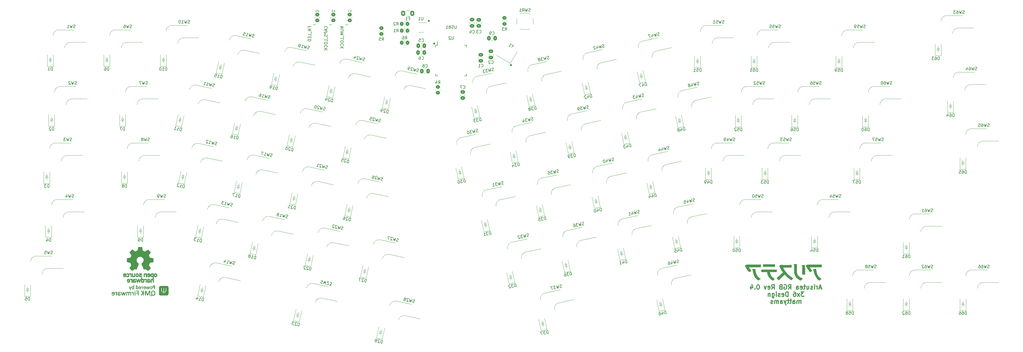
<source format=gbo>
%TF.GenerationSoftware,KiCad,Pcbnew,(5.99.0-11496-g396213fa30)*%
%TF.CreationDate,2021-07-23T07:47:41-04:00*%
%TF.ProjectId,arisutea-pcb,61726973-7574-4656-912d-7063622e6b69,0.4*%
%TF.SameCoordinates,Original*%
%TF.FileFunction,Legend,Bot*%
%TF.FilePolarity,Positive*%
%FSLAX46Y46*%
G04 Gerber Fmt 4.6, Leading zero omitted, Abs format (unit mm)*
G04 Created by KiCad (PCBNEW (5.99.0-11496-g396213fa30)) date 2021-07-23 07:47:41*
%MOMM*%
%LPD*%
G01*
G04 APERTURE LIST*
G04 Aperture macros list*
%AMRoundRect*
0 Rectangle with rounded corners*
0 $1 Rounding radius*
0 $2 $3 $4 $5 $6 $7 $8 $9 X,Y pos of 4 corners*
0 Add a 4 corners polygon primitive as box body*
4,1,4,$2,$3,$4,$5,$6,$7,$8,$9,$2,$3,0*
0 Add four circle primitives for the rounded corners*
1,1,$1+$1,$2,$3*
1,1,$1+$1,$4,$5*
1,1,$1+$1,$6,$7*
1,1,$1+$1,$8,$9*
0 Add four rect primitives between the rounded corners*
20,1,$1+$1,$2,$3,$4,$5,0*
20,1,$1+$1,$4,$5,$6,$7,0*
20,1,$1+$1,$6,$7,$8,$9,0*
20,1,$1+$1,$8,$9,$2,$3,0*%
%AMRotRect*
0 Rectangle, with rotation*
0 The origin of the aperture is its center*
0 $1 length*
0 $2 width*
0 $3 Rotation angle, in degrees counterclockwise*
0 Add horizontal line*
21,1,$1,$2,0,0,$3*%
G04 Aperture macros list end*
%ADD10C,0.300000*%
%ADD11C,0.150000*%
%ADD12C,0.100000*%
%ADD13C,0.120000*%
%ADD14C,0.010000*%
%ADD15C,0.500000*%
%ADD16C,2.400000*%
%ADD17C,3.500000*%
%ADD18C,1.750000*%
%ADD19C,4.000000*%
%ADD20C,3.000000*%
%ADD21R,2.550000X2.500000*%
%ADD22RotRect,2.550000X2.500000X348.000000*%
%ADD23C,3.987800*%
%ADD24C,3.048000*%
%ADD25RotRect,2.550000X2.500000X12.000000*%
%ADD26RoundRect,0.250000X-0.475000X0.337500X-0.475000X-0.337500X0.475000X-0.337500X0.475000X0.337500X0*%
%ADD27RoundRect,0.250000X-0.337500X-0.475000X0.337500X-0.475000X0.337500X0.475000X-0.337500X0.475000X0*%
%ADD28R,1.200000X0.900000*%
%ADD29RotRect,0.900000X1.200000X78.000000*%
%ADD30RotRect,0.900000X1.200000X102.000000*%
%ADD31RoundRect,0.250000X-0.350000X-0.450000X0.350000X-0.450000X0.350000X0.450000X-0.350000X0.450000X0*%
%ADD32RoundRect,0.250000X-0.450000X0.350000X-0.450000X-0.350000X0.450000X-0.350000X0.450000X0.350000X0*%
%ADD33R,1.560000X0.650000*%
%ADD34R,1.700000X1.000000*%
%ADD35RoundRect,0.250000X0.475000X-0.337500X0.475000X0.337500X-0.475000X0.337500X-0.475000X-0.337500X0*%
%ADD36RoundRect,0.250001X-0.462499X-0.624999X0.462499X-0.624999X0.462499X0.624999X-0.462499X0.624999X0*%
%ADD37RoundRect,0.250000X0.350000X0.450000X-0.350000X0.450000X-0.350000X-0.450000X0.350000X-0.450000X0*%
%ADD38RotRect,2.100000X1.800000X150.000000*%
%ADD39RoundRect,0.250000X0.337500X0.475000X-0.337500X0.475000X-0.337500X-0.475000X0.337500X-0.475000X0*%
%ADD40C,0.650000*%
%ADD41R,0.600000X2.450000*%
%ADD42R,0.300000X2.450000*%
%ADD43O,1.000000X1.600000*%
%ADD44O,1.000000X2.100000*%
%ADD45R,0.550000X1.500000*%
%ADD46R,1.500000X0.550000*%
G04 APERTURE END LIST*
D10*
X300167771Y-118815200D02*
X299453485Y-118815200D01*
X300310628Y-119243771D02*
X299810628Y-117743771D01*
X299310628Y-119243771D01*
X298810628Y-119243771D02*
X298810628Y-118243771D01*
X298810628Y-118529485D02*
X298739200Y-118386628D01*
X298667771Y-118315200D01*
X298524914Y-118243771D01*
X298382057Y-118243771D01*
X297882057Y-119243771D02*
X297882057Y-118243771D01*
X297882057Y-117743771D02*
X297953485Y-117815200D01*
X297882057Y-117886628D01*
X297810628Y-117815200D01*
X297882057Y-117743771D01*
X297882057Y-117886628D01*
X297239200Y-119172342D02*
X297096342Y-119243771D01*
X296810628Y-119243771D01*
X296667771Y-119172342D01*
X296596342Y-119029485D01*
X296596342Y-118958057D01*
X296667771Y-118815200D01*
X296810628Y-118743771D01*
X297024914Y-118743771D01*
X297167771Y-118672342D01*
X297239200Y-118529485D01*
X297239200Y-118458057D01*
X297167771Y-118315200D01*
X297024914Y-118243771D01*
X296810628Y-118243771D01*
X296667771Y-118315200D01*
X295310628Y-118243771D02*
X295310628Y-119243771D01*
X295953485Y-118243771D02*
X295953485Y-119029485D01*
X295882057Y-119172342D01*
X295739200Y-119243771D01*
X295524914Y-119243771D01*
X295382057Y-119172342D01*
X295310628Y-119100914D01*
X294810628Y-118243771D02*
X294239200Y-118243771D01*
X294596342Y-117743771D02*
X294596342Y-119029485D01*
X294524914Y-119172342D01*
X294382057Y-119243771D01*
X294239200Y-119243771D01*
X293167771Y-119172342D02*
X293310628Y-119243771D01*
X293596342Y-119243771D01*
X293739200Y-119172342D01*
X293810628Y-119029485D01*
X293810628Y-118458057D01*
X293739200Y-118315200D01*
X293596342Y-118243771D01*
X293310628Y-118243771D01*
X293167771Y-118315200D01*
X293096342Y-118458057D01*
X293096342Y-118600914D01*
X293810628Y-118743771D01*
X291810628Y-119243771D02*
X291810628Y-118458057D01*
X291882057Y-118315200D01*
X292024914Y-118243771D01*
X292310628Y-118243771D01*
X292453485Y-118315200D01*
X291810628Y-119172342D02*
X291953485Y-119243771D01*
X292310628Y-119243771D01*
X292453485Y-119172342D01*
X292524914Y-119029485D01*
X292524914Y-118886628D01*
X292453485Y-118743771D01*
X292310628Y-118672342D01*
X291953485Y-118672342D01*
X291810628Y-118600914D01*
X289096342Y-119243771D02*
X289596342Y-118529485D01*
X289953485Y-119243771D02*
X289953485Y-117743771D01*
X289382057Y-117743771D01*
X289239200Y-117815200D01*
X289167771Y-117886628D01*
X289096342Y-118029485D01*
X289096342Y-118243771D01*
X289167771Y-118386628D01*
X289239200Y-118458057D01*
X289382057Y-118529485D01*
X289953485Y-118529485D01*
X287667771Y-117815200D02*
X287810628Y-117743771D01*
X288024914Y-117743771D01*
X288239200Y-117815200D01*
X288382057Y-117958057D01*
X288453485Y-118100914D01*
X288524914Y-118386628D01*
X288524914Y-118600914D01*
X288453485Y-118886628D01*
X288382057Y-119029485D01*
X288239200Y-119172342D01*
X288024914Y-119243771D01*
X287882057Y-119243771D01*
X287667771Y-119172342D01*
X287596342Y-119100914D01*
X287596342Y-118600914D01*
X287882057Y-118600914D01*
X286453485Y-118458057D02*
X286239200Y-118529485D01*
X286167771Y-118600914D01*
X286096342Y-118743771D01*
X286096342Y-118958057D01*
X286167771Y-119100914D01*
X286239200Y-119172342D01*
X286382057Y-119243771D01*
X286953485Y-119243771D01*
X286953485Y-117743771D01*
X286453485Y-117743771D01*
X286310628Y-117815200D01*
X286239200Y-117886628D01*
X286167771Y-118029485D01*
X286167771Y-118172342D01*
X286239200Y-118315200D01*
X286310628Y-118386628D01*
X286453485Y-118458057D01*
X286953485Y-118458057D01*
X283453485Y-119243771D02*
X283953485Y-118529485D01*
X284310628Y-119243771D02*
X284310628Y-117743771D01*
X283739200Y-117743771D01*
X283596342Y-117815200D01*
X283524914Y-117886628D01*
X283453485Y-118029485D01*
X283453485Y-118243771D01*
X283524914Y-118386628D01*
X283596342Y-118458057D01*
X283739200Y-118529485D01*
X284310628Y-118529485D01*
X282239200Y-119172342D02*
X282382057Y-119243771D01*
X282667771Y-119243771D01*
X282810628Y-119172342D01*
X282882057Y-119029485D01*
X282882057Y-118458057D01*
X282810628Y-118315200D01*
X282667771Y-118243771D01*
X282382057Y-118243771D01*
X282239200Y-118315200D01*
X282167771Y-118458057D01*
X282167771Y-118600914D01*
X282882057Y-118743771D01*
X281667771Y-118243771D02*
X281310628Y-119243771D01*
X280953485Y-118243771D01*
X278953485Y-117743771D02*
X278810628Y-117743771D01*
X278667771Y-117815200D01*
X278596342Y-117886628D01*
X278524914Y-118029485D01*
X278453485Y-118315200D01*
X278453485Y-118672342D01*
X278524914Y-118958057D01*
X278596342Y-119100914D01*
X278667771Y-119172342D01*
X278810628Y-119243771D01*
X278953485Y-119243771D01*
X279096342Y-119172342D01*
X279167771Y-119100914D01*
X279239200Y-118958057D01*
X279310628Y-118672342D01*
X279310628Y-118315200D01*
X279239200Y-118029485D01*
X279167771Y-117886628D01*
X279096342Y-117815200D01*
X278953485Y-117743771D01*
X277810628Y-119100914D02*
X277739200Y-119172342D01*
X277810628Y-119243771D01*
X277882057Y-119172342D01*
X277810628Y-119100914D01*
X277810628Y-119243771D01*
X276453485Y-118243771D02*
X276453485Y-119243771D01*
X276810628Y-117672342D02*
X277167771Y-118743771D01*
X276239200Y-118743771D01*
X294346342Y-120158771D02*
X293417771Y-120158771D01*
X293917771Y-120730200D01*
X293703485Y-120730200D01*
X293560628Y-120801628D01*
X293489200Y-120873057D01*
X293417771Y-121015914D01*
X293417771Y-121373057D01*
X293489200Y-121515914D01*
X293560628Y-121587342D01*
X293703485Y-121658771D01*
X294132057Y-121658771D01*
X294274914Y-121587342D01*
X294346342Y-121515914D01*
X292917771Y-121658771D02*
X292132057Y-120658771D01*
X292917771Y-120658771D02*
X292132057Y-121658771D01*
X290917771Y-120158771D02*
X291203485Y-120158771D01*
X291346342Y-120230200D01*
X291417771Y-120301628D01*
X291560628Y-120515914D01*
X291632057Y-120801628D01*
X291632057Y-121373057D01*
X291560628Y-121515914D01*
X291489200Y-121587342D01*
X291346342Y-121658771D01*
X291060628Y-121658771D01*
X290917771Y-121587342D01*
X290846342Y-121515914D01*
X290774914Y-121373057D01*
X290774914Y-121015914D01*
X290846342Y-120873057D01*
X290917771Y-120801628D01*
X291060628Y-120730200D01*
X291346342Y-120730200D01*
X291489200Y-120801628D01*
X291560628Y-120873057D01*
X291632057Y-121015914D01*
X288989200Y-121658771D02*
X288989200Y-120158771D01*
X288632057Y-120158771D01*
X288417771Y-120230200D01*
X288274914Y-120373057D01*
X288203485Y-120515914D01*
X288132057Y-120801628D01*
X288132057Y-121015914D01*
X288203485Y-121301628D01*
X288274914Y-121444485D01*
X288417771Y-121587342D01*
X288632057Y-121658771D01*
X288989200Y-121658771D01*
X286917771Y-121587342D02*
X287060628Y-121658771D01*
X287346342Y-121658771D01*
X287489200Y-121587342D01*
X287560628Y-121444485D01*
X287560628Y-120873057D01*
X287489200Y-120730200D01*
X287346342Y-120658771D01*
X287060628Y-120658771D01*
X286917771Y-120730200D01*
X286846342Y-120873057D01*
X286846342Y-121015914D01*
X287560628Y-121158771D01*
X286274914Y-121587342D02*
X286132057Y-121658771D01*
X285846342Y-121658771D01*
X285703485Y-121587342D01*
X285632057Y-121444485D01*
X285632057Y-121373057D01*
X285703485Y-121230200D01*
X285846342Y-121158771D01*
X286060628Y-121158771D01*
X286203485Y-121087342D01*
X286274914Y-120944485D01*
X286274914Y-120873057D01*
X286203485Y-120730200D01*
X286060628Y-120658771D01*
X285846342Y-120658771D01*
X285703485Y-120730200D01*
X284989200Y-121658771D02*
X284989200Y-120658771D01*
X284989200Y-120158771D02*
X285060628Y-120230200D01*
X284989200Y-120301628D01*
X284917771Y-120230200D01*
X284989200Y-120158771D01*
X284989200Y-120301628D01*
X283632057Y-120658771D02*
X283632057Y-121873057D01*
X283703485Y-122015914D01*
X283774914Y-122087342D01*
X283917771Y-122158771D01*
X284132057Y-122158771D01*
X284274914Y-122087342D01*
X283632057Y-121587342D02*
X283774914Y-121658771D01*
X284060628Y-121658771D01*
X284203485Y-121587342D01*
X284274914Y-121515914D01*
X284346342Y-121373057D01*
X284346342Y-120944485D01*
X284274914Y-120801628D01*
X284203485Y-120730200D01*
X284060628Y-120658771D01*
X283774914Y-120658771D01*
X283632057Y-120730200D01*
X282917771Y-120658771D02*
X282917771Y-121658771D01*
X282917771Y-120801628D02*
X282846342Y-120730200D01*
X282703485Y-120658771D01*
X282489200Y-120658771D01*
X282346342Y-120730200D01*
X282274914Y-120873057D01*
X282274914Y-121658771D01*
X293274914Y-124073771D02*
X293274914Y-123073771D01*
X293274914Y-123216628D02*
X293203485Y-123145200D01*
X293060628Y-123073771D01*
X292846342Y-123073771D01*
X292703485Y-123145200D01*
X292632057Y-123288057D01*
X292632057Y-124073771D01*
X292632057Y-123288057D02*
X292560628Y-123145200D01*
X292417771Y-123073771D01*
X292203485Y-123073771D01*
X292060628Y-123145200D01*
X291989200Y-123288057D01*
X291989200Y-124073771D01*
X290632057Y-124073771D02*
X290632057Y-123288057D01*
X290703485Y-123145200D01*
X290846342Y-123073771D01*
X291132057Y-123073771D01*
X291274914Y-123145200D01*
X290632057Y-124002342D02*
X290774914Y-124073771D01*
X291132057Y-124073771D01*
X291274914Y-124002342D01*
X291346342Y-123859485D01*
X291346342Y-123716628D01*
X291274914Y-123573771D01*
X291132057Y-123502342D01*
X290774914Y-123502342D01*
X290632057Y-123430914D01*
X290132057Y-123073771D02*
X289560628Y-123073771D01*
X289917771Y-122573771D02*
X289917771Y-123859485D01*
X289846342Y-124002342D01*
X289703485Y-124073771D01*
X289560628Y-124073771D01*
X289274914Y-123073771D02*
X288703485Y-123073771D01*
X289060628Y-122573771D02*
X289060628Y-123859485D01*
X288989200Y-124002342D01*
X288846342Y-124073771D01*
X288703485Y-124073771D01*
X288346342Y-123073771D02*
X287989200Y-124073771D01*
X287632057Y-123073771D02*
X287989200Y-124073771D01*
X288132057Y-124430914D01*
X288203485Y-124502342D01*
X288346342Y-124573771D01*
X286417771Y-124073771D02*
X286417771Y-123288057D01*
X286489200Y-123145200D01*
X286632057Y-123073771D01*
X286917771Y-123073771D01*
X287060628Y-123145200D01*
X286417771Y-124002342D02*
X286560628Y-124073771D01*
X286917771Y-124073771D01*
X287060628Y-124002342D01*
X287132057Y-123859485D01*
X287132057Y-123716628D01*
X287060628Y-123573771D01*
X286917771Y-123502342D01*
X286560628Y-123502342D01*
X286417771Y-123430914D01*
X285703485Y-124073771D02*
X285703485Y-123073771D01*
X285703485Y-123216628D02*
X285632057Y-123145200D01*
X285489200Y-123073771D01*
X285274914Y-123073771D01*
X285132057Y-123145200D01*
X285060628Y-123288057D01*
X285060628Y-124073771D01*
X285060628Y-123288057D02*
X284989200Y-123145200D01*
X284846342Y-123073771D01*
X284632057Y-123073771D01*
X284489200Y-123145200D01*
X284417771Y-123288057D01*
X284417771Y-124073771D01*
X283774914Y-124002342D02*
X283632057Y-124073771D01*
X283346342Y-124073771D01*
X283203485Y-124002342D01*
X283132057Y-123859485D01*
X283132057Y-123788057D01*
X283203485Y-123645200D01*
X283346342Y-123573771D01*
X283560628Y-123573771D01*
X283703485Y-123502342D01*
X283774914Y-123359485D01*
X283774914Y-123288057D01*
X283703485Y-123145200D01*
X283560628Y-123073771D01*
X283346342Y-123073771D01*
X283203485Y-123145200D01*
D11*
X139136380Y-30726523D02*
X138136380Y-30726523D01*
X139136380Y-31297952D01*
X138136380Y-31297952D01*
X138136380Y-31774142D02*
X138945904Y-31774142D01*
X139041142Y-31821761D01*
X139088761Y-31869380D01*
X139136380Y-31964619D01*
X139136380Y-32155095D01*
X139088761Y-32250333D01*
X139041142Y-32297952D01*
X138945904Y-32345571D01*
X138136380Y-32345571D01*
X139136380Y-32821761D02*
X138136380Y-32821761D01*
X138850666Y-33155095D01*
X138136380Y-33488428D01*
X139136380Y-33488428D01*
X139231619Y-33726523D02*
X139231619Y-34488428D01*
X139136380Y-35202714D02*
X139136380Y-34726523D01*
X138136380Y-34726523D01*
X138136380Y-35726523D02*
X138136380Y-35917000D01*
X138184000Y-36012238D01*
X138279238Y-36107476D01*
X138469714Y-36155095D01*
X138803047Y-36155095D01*
X138993523Y-36107476D01*
X139088761Y-36012238D01*
X139136380Y-35917000D01*
X139136380Y-35726523D01*
X139088761Y-35631285D01*
X138993523Y-35536047D01*
X138803047Y-35488428D01*
X138469714Y-35488428D01*
X138279238Y-35536047D01*
X138184000Y-35631285D01*
X138136380Y-35726523D01*
X139041142Y-37155095D02*
X139088761Y-37107476D01*
X139136380Y-36964619D01*
X139136380Y-36869380D01*
X139088761Y-36726523D01*
X138993523Y-36631285D01*
X138898285Y-36583666D01*
X138707809Y-36536047D01*
X138564952Y-36536047D01*
X138374476Y-36583666D01*
X138279238Y-36631285D01*
X138184000Y-36726523D01*
X138136380Y-36869380D01*
X138136380Y-36964619D01*
X138184000Y-37107476D01*
X138231619Y-37155095D01*
X139136380Y-37583666D02*
X138136380Y-37583666D01*
X139136380Y-38155095D02*
X138564952Y-37726523D01*
X138136380Y-38155095D02*
X138707809Y-37583666D01*
X133580142Y-31266238D02*
X133627761Y-31218619D01*
X133675380Y-31075761D01*
X133675380Y-30980523D01*
X133627761Y-30837666D01*
X133532523Y-30742428D01*
X133437285Y-30694809D01*
X133246809Y-30647190D01*
X133103952Y-30647190D01*
X132913476Y-30694809D01*
X132818238Y-30742428D01*
X132723000Y-30837666D01*
X132675380Y-30980523D01*
X132675380Y-31075761D01*
X132723000Y-31218619D01*
X132770619Y-31266238D01*
X133389666Y-31647190D02*
X133389666Y-32123380D01*
X133675380Y-31551952D02*
X132675380Y-31885285D01*
X133675380Y-32218619D01*
X133675380Y-32551952D02*
X132675380Y-32551952D01*
X132675380Y-32932904D01*
X132723000Y-33028142D01*
X132770619Y-33075761D01*
X132865857Y-33123380D01*
X133008714Y-33123380D01*
X133103952Y-33075761D01*
X133151571Y-33028142D01*
X133199190Y-32932904D01*
X133199190Y-32551952D01*
X133627761Y-33504333D02*
X133675380Y-33647190D01*
X133675380Y-33885285D01*
X133627761Y-33980523D01*
X133580142Y-34028142D01*
X133484904Y-34075761D01*
X133389666Y-34075761D01*
X133294428Y-34028142D01*
X133246809Y-33980523D01*
X133199190Y-33885285D01*
X133151571Y-33694809D01*
X133103952Y-33599571D01*
X133056333Y-33551952D01*
X132961095Y-33504333D01*
X132865857Y-33504333D01*
X132770619Y-33551952D01*
X132723000Y-33599571D01*
X132675380Y-33694809D01*
X132675380Y-33932904D01*
X132723000Y-34075761D01*
X133770619Y-34266238D02*
X133770619Y-35028142D01*
X133675380Y-35742428D02*
X133675380Y-35266238D01*
X132675380Y-35266238D01*
X132675380Y-36266238D02*
X132675380Y-36456714D01*
X132723000Y-36551952D01*
X132818238Y-36647190D01*
X133008714Y-36694809D01*
X133342047Y-36694809D01*
X133532523Y-36647190D01*
X133627761Y-36551952D01*
X133675380Y-36456714D01*
X133675380Y-36266238D01*
X133627761Y-36171000D01*
X133532523Y-36075761D01*
X133342047Y-36028142D01*
X133008714Y-36028142D01*
X132818238Y-36075761D01*
X132723000Y-36171000D01*
X132675380Y-36266238D01*
X133580142Y-37694809D02*
X133627761Y-37647190D01*
X133675380Y-37504333D01*
X133675380Y-37409095D01*
X133627761Y-37266238D01*
X133532523Y-37171000D01*
X133437285Y-37123380D01*
X133246809Y-37075761D01*
X133103952Y-37075761D01*
X132913476Y-37123380D01*
X132818238Y-37171000D01*
X132723000Y-37266238D01*
X132675380Y-37409095D01*
X132675380Y-37504333D01*
X132723000Y-37647190D01*
X132770619Y-37694809D01*
X133675380Y-38123380D02*
X132675380Y-38123380D01*
X133675380Y-38694809D02*
X133103952Y-38266238D01*
X132675380Y-38694809D02*
X133246809Y-38123380D01*
X127665171Y-31053352D02*
X127665171Y-30720019D01*
X128188980Y-30720019D02*
X127188980Y-30720019D01*
X127188980Y-31196209D01*
X128188980Y-31577161D02*
X127188980Y-31577161D01*
X128188980Y-32148590D01*
X127188980Y-32148590D01*
X128284219Y-32386685D02*
X128284219Y-33148590D01*
X128188980Y-33862876D02*
X128188980Y-33386685D01*
X127188980Y-33386685D01*
X127665171Y-34196209D02*
X127665171Y-34529542D01*
X128188980Y-34672400D02*
X128188980Y-34196209D01*
X127188980Y-34196209D01*
X127188980Y-34672400D01*
X128188980Y-35100971D02*
X127188980Y-35100971D01*
X127188980Y-35339066D01*
X127236600Y-35481923D01*
X127331838Y-35577161D01*
X127427076Y-35624780D01*
X127617552Y-35672400D01*
X127760409Y-35672400D01*
X127950885Y-35624780D01*
X128046123Y-35577161D01*
X128141361Y-35481923D01*
X128188980Y-35339066D01*
X128188980Y-35100971D01*
X48704333Y-31139761D02*
X48561476Y-31187380D01*
X48323380Y-31187380D01*
X48228142Y-31139761D01*
X48180523Y-31092142D01*
X48132904Y-30996904D01*
X48132904Y-30901666D01*
X48180523Y-30806428D01*
X48228142Y-30758809D01*
X48323380Y-30711190D01*
X48513857Y-30663571D01*
X48609095Y-30615952D01*
X48656714Y-30568333D01*
X48704333Y-30473095D01*
X48704333Y-30377857D01*
X48656714Y-30282619D01*
X48609095Y-30235000D01*
X48513857Y-30187380D01*
X48275761Y-30187380D01*
X48132904Y-30235000D01*
X47799571Y-30187380D02*
X47561476Y-31187380D01*
X47371000Y-30473095D01*
X47180523Y-31187380D01*
X46942428Y-30187380D01*
X46037666Y-31187380D02*
X46609095Y-31187380D01*
X46323380Y-31187380D02*
X46323380Y-30187380D01*
X46418619Y-30330238D01*
X46513857Y-30425476D01*
X46609095Y-30473095D01*
X49212333Y-50189761D02*
X49069476Y-50237380D01*
X48831380Y-50237380D01*
X48736142Y-50189761D01*
X48688523Y-50142142D01*
X48640904Y-50046904D01*
X48640904Y-49951666D01*
X48688523Y-49856428D01*
X48736142Y-49808809D01*
X48831380Y-49761190D01*
X49021857Y-49713571D01*
X49117095Y-49665952D01*
X49164714Y-49618333D01*
X49212333Y-49523095D01*
X49212333Y-49427857D01*
X49164714Y-49332619D01*
X49117095Y-49285000D01*
X49021857Y-49237380D01*
X48783761Y-49237380D01*
X48640904Y-49285000D01*
X48307571Y-49237380D02*
X48069476Y-50237380D01*
X47879000Y-49523095D01*
X47688523Y-50237380D01*
X47450428Y-49237380D01*
X47117095Y-49332619D02*
X47069476Y-49285000D01*
X46974238Y-49237380D01*
X46736142Y-49237380D01*
X46640904Y-49285000D01*
X46593285Y-49332619D01*
X46545666Y-49427857D01*
X46545666Y-49523095D01*
X46593285Y-49665952D01*
X47164714Y-50237380D01*
X46545666Y-50237380D01*
X47561333Y-69239761D02*
X47418476Y-69287380D01*
X47180380Y-69287380D01*
X47085142Y-69239761D01*
X47037523Y-69192142D01*
X46989904Y-69096904D01*
X46989904Y-69001666D01*
X47037523Y-68906428D01*
X47085142Y-68858809D01*
X47180380Y-68811190D01*
X47370857Y-68763571D01*
X47466095Y-68715952D01*
X47513714Y-68668333D01*
X47561333Y-68573095D01*
X47561333Y-68477857D01*
X47513714Y-68382619D01*
X47466095Y-68335000D01*
X47370857Y-68287380D01*
X47132761Y-68287380D01*
X46989904Y-68335000D01*
X46656571Y-68287380D02*
X46418476Y-69287380D01*
X46228000Y-68573095D01*
X46037523Y-69287380D01*
X45799428Y-68287380D01*
X45513714Y-68287380D02*
X44894666Y-68287380D01*
X45228000Y-68668333D01*
X45085142Y-68668333D01*
X44989904Y-68715952D01*
X44942285Y-68763571D01*
X44894666Y-68858809D01*
X44894666Y-69096904D01*
X44942285Y-69192142D01*
X44989904Y-69239761D01*
X45085142Y-69287380D01*
X45370857Y-69287380D01*
X45466095Y-69239761D01*
X45513714Y-69192142D01*
X41084333Y-107339761D02*
X40941476Y-107387380D01*
X40703380Y-107387380D01*
X40608142Y-107339761D01*
X40560523Y-107292142D01*
X40512904Y-107196904D01*
X40512904Y-107101666D01*
X40560523Y-107006428D01*
X40608142Y-106958809D01*
X40703380Y-106911190D01*
X40893857Y-106863571D01*
X40989095Y-106815952D01*
X41036714Y-106768333D01*
X41084333Y-106673095D01*
X41084333Y-106577857D01*
X41036714Y-106482619D01*
X40989095Y-106435000D01*
X40893857Y-106387380D01*
X40655761Y-106387380D01*
X40512904Y-106435000D01*
X40179571Y-106387380D02*
X39941476Y-107387380D01*
X39751000Y-106673095D01*
X39560523Y-107387380D01*
X39322428Y-106387380D01*
X38465285Y-106387380D02*
X38941476Y-106387380D01*
X38989095Y-106863571D01*
X38941476Y-106815952D01*
X38846238Y-106768333D01*
X38608142Y-106768333D01*
X38512904Y-106815952D01*
X38465285Y-106863571D01*
X38417666Y-106958809D01*
X38417666Y-107196904D01*
X38465285Y-107292142D01*
X38512904Y-107339761D01*
X38608142Y-107387380D01*
X38846238Y-107387380D01*
X38941476Y-107339761D01*
X38989095Y-107292142D01*
X67754333Y-31139761D02*
X67611476Y-31187380D01*
X67373380Y-31187380D01*
X67278142Y-31139761D01*
X67230523Y-31092142D01*
X67182904Y-30996904D01*
X67182904Y-30901666D01*
X67230523Y-30806428D01*
X67278142Y-30758809D01*
X67373380Y-30711190D01*
X67563857Y-30663571D01*
X67659095Y-30615952D01*
X67706714Y-30568333D01*
X67754333Y-30473095D01*
X67754333Y-30377857D01*
X67706714Y-30282619D01*
X67659095Y-30235000D01*
X67563857Y-30187380D01*
X67325761Y-30187380D01*
X67182904Y-30235000D01*
X66849571Y-30187380D02*
X66611476Y-31187380D01*
X66421000Y-30473095D01*
X66230523Y-31187380D01*
X65992428Y-30187380D01*
X65182904Y-30187380D02*
X65373380Y-30187380D01*
X65468619Y-30235000D01*
X65516238Y-30282619D01*
X65611476Y-30425476D01*
X65659095Y-30615952D01*
X65659095Y-30996904D01*
X65611476Y-31092142D01*
X65563857Y-31139761D01*
X65468619Y-31187380D01*
X65278142Y-31187380D01*
X65182904Y-31139761D01*
X65135285Y-31092142D01*
X65087666Y-30996904D01*
X65087666Y-30758809D01*
X65135285Y-30663571D01*
X65182904Y-30615952D01*
X65278142Y-30568333D01*
X65468619Y-30568333D01*
X65563857Y-30615952D01*
X65611476Y-30663571D01*
X65659095Y-30758809D01*
X73088333Y-50189761D02*
X72945476Y-50237380D01*
X72707380Y-50237380D01*
X72612142Y-50189761D01*
X72564523Y-50142142D01*
X72516904Y-50046904D01*
X72516904Y-49951666D01*
X72564523Y-49856428D01*
X72612142Y-49808809D01*
X72707380Y-49761190D01*
X72897857Y-49713571D01*
X72993095Y-49665952D01*
X73040714Y-49618333D01*
X73088333Y-49523095D01*
X73088333Y-49427857D01*
X73040714Y-49332619D01*
X72993095Y-49285000D01*
X72897857Y-49237380D01*
X72659761Y-49237380D01*
X72516904Y-49285000D01*
X72183571Y-49237380D02*
X71945476Y-50237380D01*
X71755000Y-49523095D01*
X71564523Y-50237380D01*
X71326428Y-49237380D01*
X71040714Y-49237380D02*
X70374047Y-49237380D01*
X70802619Y-50237380D01*
X73723333Y-69239761D02*
X73580476Y-69287380D01*
X73342380Y-69287380D01*
X73247142Y-69239761D01*
X73199523Y-69192142D01*
X73151904Y-69096904D01*
X73151904Y-69001666D01*
X73199523Y-68906428D01*
X73247142Y-68858809D01*
X73342380Y-68811190D01*
X73532857Y-68763571D01*
X73628095Y-68715952D01*
X73675714Y-68668333D01*
X73723333Y-68573095D01*
X73723333Y-68477857D01*
X73675714Y-68382619D01*
X73628095Y-68335000D01*
X73532857Y-68287380D01*
X73294761Y-68287380D01*
X73151904Y-68335000D01*
X72818571Y-68287380D02*
X72580476Y-69287380D01*
X72390000Y-68573095D01*
X72199523Y-69287380D01*
X71961428Y-68287380D01*
X71437619Y-68715952D02*
X71532857Y-68668333D01*
X71580476Y-68620714D01*
X71628095Y-68525476D01*
X71628095Y-68477857D01*
X71580476Y-68382619D01*
X71532857Y-68335000D01*
X71437619Y-68287380D01*
X71247142Y-68287380D01*
X71151904Y-68335000D01*
X71104285Y-68382619D01*
X71056666Y-68477857D01*
X71056666Y-68525476D01*
X71104285Y-68620714D01*
X71151904Y-68668333D01*
X71247142Y-68715952D01*
X71437619Y-68715952D01*
X71532857Y-68763571D01*
X71580476Y-68811190D01*
X71628095Y-68906428D01*
X71628095Y-69096904D01*
X71580476Y-69192142D01*
X71532857Y-69239761D01*
X71437619Y-69287380D01*
X71247142Y-69287380D01*
X71151904Y-69239761D01*
X71104285Y-69192142D01*
X71056666Y-69096904D01*
X71056666Y-68906428D01*
X71104285Y-68811190D01*
X71151904Y-68763571D01*
X71247142Y-68715952D01*
X79184333Y-88289761D02*
X79041476Y-88337380D01*
X78803380Y-88337380D01*
X78708142Y-88289761D01*
X78660523Y-88242142D01*
X78612904Y-88146904D01*
X78612904Y-88051666D01*
X78660523Y-87956428D01*
X78708142Y-87908809D01*
X78803380Y-87861190D01*
X78993857Y-87813571D01*
X79089095Y-87765952D01*
X79136714Y-87718333D01*
X79184333Y-87623095D01*
X79184333Y-87527857D01*
X79136714Y-87432619D01*
X79089095Y-87385000D01*
X78993857Y-87337380D01*
X78755761Y-87337380D01*
X78612904Y-87385000D01*
X78279571Y-87337380D02*
X78041476Y-88337380D01*
X77851000Y-87623095D01*
X77660523Y-88337380D01*
X77422428Y-87337380D01*
X76993857Y-88337380D02*
X76803380Y-88337380D01*
X76708142Y-88289761D01*
X76660523Y-88242142D01*
X76565285Y-88099285D01*
X76517666Y-87908809D01*
X76517666Y-87527857D01*
X76565285Y-87432619D01*
X76612904Y-87385000D01*
X76708142Y-87337380D01*
X76898619Y-87337380D01*
X76993857Y-87385000D01*
X77041476Y-87432619D01*
X77089095Y-87527857D01*
X77089095Y-87765952D01*
X77041476Y-87861190D01*
X76993857Y-87908809D01*
X76898619Y-87956428D01*
X76708142Y-87956428D01*
X76612904Y-87908809D01*
X76565285Y-87861190D01*
X76517666Y-87765952D01*
X87280523Y-29615761D02*
X87137666Y-29663380D01*
X86899571Y-29663380D01*
X86804333Y-29615761D01*
X86756714Y-29568142D01*
X86709095Y-29472904D01*
X86709095Y-29377666D01*
X86756714Y-29282428D01*
X86804333Y-29234809D01*
X86899571Y-29187190D01*
X87090047Y-29139571D01*
X87185285Y-29091952D01*
X87232904Y-29044333D01*
X87280523Y-28949095D01*
X87280523Y-28853857D01*
X87232904Y-28758619D01*
X87185285Y-28711000D01*
X87090047Y-28663380D01*
X86851952Y-28663380D01*
X86709095Y-28711000D01*
X86375761Y-28663380D02*
X86137666Y-29663380D01*
X85947190Y-28949095D01*
X85756714Y-29663380D01*
X85518619Y-28663380D01*
X84613857Y-29663380D02*
X85185285Y-29663380D01*
X84899571Y-29663380D02*
X84899571Y-28663380D01*
X84994809Y-28806238D01*
X85090047Y-28901476D01*
X85185285Y-28949095D01*
X83994809Y-28663380D02*
X83899571Y-28663380D01*
X83804333Y-28711000D01*
X83756714Y-28758619D01*
X83709095Y-28853857D01*
X83661476Y-29044333D01*
X83661476Y-29282428D01*
X83709095Y-29472904D01*
X83756714Y-29568142D01*
X83804333Y-29615761D01*
X83899571Y-29663380D01*
X83994809Y-29663380D01*
X84090047Y-29615761D01*
X84137666Y-29568142D01*
X84185285Y-29472904D01*
X84232904Y-29282428D01*
X84232904Y-29044333D01*
X84185285Y-28853857D01*
X84137666Y-28758619D01*
X84090047Y-28711000D01*
X83994809Y-28663380D01*
X95540839Y-51010806D02*
X95391203Y-51027682D01*
X95158311Y-50978180D01*
X95075055Y-50911800D01*
X95038377Y-50855321D01*
X95011599Y-50752263D01*
X95031400Y-50659107D01*
X95097780Y-50575850D01*
X95154259Y-50539172D01*
X95257316Y-50512395D01*
X95453531Y-50505419D01*
X95556588Y-50478641D01*
X95613067Y-50441963D01*
X95679447Y-50358707D01*
X95699248Y-50265550D01*
X95672471Y-50162493D01*
X95635793Y-50106014D01*
X95552536Y-50039634D01*
X95319644Y-49990131D01*
X95170008Y-50007008D01*
X94853860Y-49891126D02*
X94413056Y-50819771D01*
X94375250Y-50081492D01*
X94040428Y-50740566D01*
X94015447Y-49712916D01*
X92922545Y-50502953D02*
X93481486Y-50621760D01*
X93202016Y-50562356D02*
X93409927Y-49584209D01*
X93473383Y-49743745D01*
X93546738Y-49856703D01*
X93629995Y-49923083D01*
X91990976Y-50304942D02*
X92549917Y-50423748D01*
X92270447Y-50364345D02*
X92478358Y-49386197D01*
X92541814Y-49545734D01*
X92615169Y-49658692D01*
X92698426Y-49725072D01*
X101611597Y-91270579D02*
X101461961Y-91287455D01*
X101229069Y-91237953D01*
X101145813Y-91171573D01*
X101109135Y-91115094D01*
X101082357Y-91012036D01*
X101102158Y-90918880D01*
X101168538Y-90835623D01*
X101225017Y-90798945D01*
X101328074Y-90772168D01*
X101524289Y-90765192D01*
X101627346Y-90738414D01*
X101683825Y-90701736D01*
X101750205Y-90618480D01*
X101770006Y-90525323D01*
X101743229Y-90422266D01*
X101706551Y-90365787D01*
X101623294Y-90299407D01*
X101390402Y-90249904D01*
X101240766Y-90266781D01*
X100924618Y-90150899D02*
X100483814Y-91079544D01*
X100446008Y-90341265D01*
X100111186Y-91000339D01*
X100086205Y-89972689D01*
X98993303Y-90762726D02*
X99552244Y-90881533D01*
X99272774Y-90822129D02*
X99480685Y-89843982D01*
X99544141Y-90003518D01*
X99617496Y-90116476D01*
X99700753Y-90182856D01*
X98875165Y-89715274D02*
X98269646Y-89586567D01*
X98516490Y-90028499D01*
X98376755Y-89998797D01*
X98273697Y-90025574D01*
X98217218Y-90062252D01*
X98150839Y-90145509D01*
X98101336Y-90378401D01*
X98128113Y-90481458D01*
X98164791Y-90537937D01*
X98248048Y-90604317D01*
X98527518Y-90663720D01*
X98630576Y-90636943D01*
X98687055Y-90600265D01*
X102362605Y-110930913D02*
X102212969Y-110947789D01*
X101980077Y-110898287D01*
X101896821Y-110831907D01*
X101860143Y-110775428D01*
X101833365Y-110672370D01*
X101853166Y-110579214D01*
X101919546Y-110495957D01*
X101976025Y-110459279D01*
X102079082Y-110432502D01*
X102275297Y-110425526D01*
X102378354Y-110398748D01*
X102434833Y-110362070D01*
X102501213Y-110278814D01*
X102521014Y-110185657D01*
X102494237Y-110082600D01*
X102457559Y-110026121D01*
X102374302Y-109959741D01*
X102141410Y-109910238D01*
X101991774Y-109927115D01*
X101675626Y-109811233D02*
X101234822Y-110739878D01*
X101197016Y-110001599D01*
X100862194Y-110660673D01*
X100837213Y-109633023D01*
X99744311Y-110423060D02*
X100303252Y-110541867D01*
X100023782Y-110482463D02*
X100231693Y-109504316D01*
X100295149Y-109663852D01*
X100368504Y-109776810D01*
X100451761Y-109843190D01*
X99044507Y-109592751D02*
X98905899Y-110244850D01*
X99356603Y-109269627D02*
X99440987Y-110017806D01*
X98835467Y-109889099D01*
X108886120Y-34348957D02*
X108736484Y-34365833D01*
X108503592Y-34316331D01*
X108420336Y-34249951D01*
X108383658Y-34193472D01*
X108356880Y-34090414D01*
X108376681Y-33997258D01*
X108443061Y-33914001D01*
X108499540Y-33877323D01*
X108602597Y-33850546D01*
X108798812Y-33843570D01*
X108901869Y-33816792D01*
X108958348Y-33780114D01*
X109024728Y-33696858D01*
X109044529Y-33603701D01*
X109017752Y-33500644D01*
X108981074Y-33444165D01*
X108897817Y-33377785D01*
X108664925Y-33328282D01*
X108515289Y-33345159D01*
X108199141Y-33229277D02*
X107758337Y-34157922D01*
X107720531Y-33419643D01*
X107385709Y-34078717D01*
X107360728Y-33051067D01*
X106267826Y-33841104D02*
X106826767Y-33959911D01*
X106547297Y-33900507D02*
X106755208Y-32922360D01*
X106818664Y-33081896D01*
X106892019Y-33194854D01*
X106975276Y-33261234D01*
X105590747Y-32674846D02*
X106056532Y-32773851D01*
X106004104Y-33249536D01*
X105967427Y-33193057D01*
X105884170Y-33126678D01*
X105651278Y-33077175D01*
X105548220Y-33103952D01*
X105491741Y-33140630D01*
X105425362Y-33223887D01*
X105375859Y-33456779D01*
X105402636Y-33559836D01*
X105439314Y-33616315D01*
X105522571Y-33682695D01*
X105755463Y-33732198D01*
X105858520Y-33705420D01*
X105914999Y-33668742D01*
X114238898Y-54962127D02*
X114089262Y-54979003D01*
X113856370Y-54929501D01*
X113773114Y-54863121D01*
X113736436Y-54806642D01*
X113709658Y-54703584D01*
X113729459Y-54610428D01*
X113795839Y-54527171D01*
X113852318Y-54490493D01*
X113955375Y-54463716D01*
X114151590Y-54456740D01*
X114254647Y-54429962D01*
X114311126Y-54393284D01*
X114377506Y-54310028D01*
X114397307Y-54216871D01*
X114370530Y-54113814D01*
X114333852Y-54057335D01*
X114250595Y-53990955D01*
X114017703Y-53941452D01*
X113868067Y-53958329D01*
X113551919Y-53842447D02*
X113111115Y-54771092D01*
X113073309Y-54032813D01*
X112738487Y-54691887D01*
X112713506Y-53664237D01*
X111620604Y-54454274D02*
X112179545Y-54573081D01*
X111900075Y-54513677D02*
X112107986Y-53535530D01*
X112171442Y-53695066D01*
X112244797Y-53808024D01*
X112328054Y-53874404D01*
X110990103Y-53297916D02*
X111176417Y-53337518D01*
X111259674Y-53403898D01*
X111296352Y-53460377D01*
X111359807Y-53619913D01*
X111366783Y-53816128D01*
X111287579Y-54188756D01*
X111221199Y-54272012D01*
X111164720Y-54308690D01*
X111061662Y-54335467D01*
X110875349Y-54295865D01*
X110792092Y-54229485D01*
X110755414Y-54173006D01*
X110728637Y-54069949D01*
X110778140Y-53837057D01*
X110844519Y-53753800D01*
X110900998Y-53717122D01*
X111004056Y-53690345D01*
X111190370Y-53729947D01*
X111273626Y-53796327D01*
X111310304Y-53852806D01*
X111337081Y-53955863D01*
X120225883Y-95240196D02*
X120076247Y-95257072D01*
X119843355Y-95207570D01*
X119760099Y-95141190D01*
X119723421Y-95084711D01*
X119696643Y-94981653D01*
X119716444Y-94888497D01*
X119782824Y-94805240D01*
X119839303Y-94768562D01*
X119942360Y-94741785D01*
X120138575Y-94734809D01*
X120241632Y-94708031D01*
X120298111Y-94671353D01*
X120364491Y-94588097D01*
X120384292Y-94494940D01*
X120357515Y-94391883D01*
X120320837Y-94335404D01*
X120237580Y-94269024D01*
X120004688Y-94219521D01*
X119855052Y-94236398D01*
X119538904Y-94120516D02*
X119098100Y-95049161D01*
X119060294Y-94310882D01*
X118725472Y-94969956D01*
X118700491Y-93942306D01*
X117607589Y-94732343D02*
X118166530Y-94851150D01*
X117887060Y-94791746D02*
X118094971Y-93813599D01*
X118158427Y-93973135D01*
X118231782Y-94086093D01*
X118315039Y-94152473D01*
X117167454Y-94054595D02*
X117270512Y-94027817D01*
X117326991Y-93991139D01*
X117393370Y-93907883D01*
X117403271Y-93861305D01*
X117376493Y-93758247D01*
X117339816Y-93701768D01*
X117256559Y-93635389D01*
X117070245Y-93595786D01*
X116967188Y-93622564D01*
X116910709Y-93659242D01*
X116844329Y-93742498D01*
X116834429Y-93789076D01*
X116861206Y-93892134D01*
X116897884Y-93948613D01*
X116981140Y-94014992D01*
X117167454Y-94054595D01*
X117250711Y-94120974D01*
X117287388Y-94177453D01*
X117314166Y-94280511D01*
X117274564Y-94466825D01*
X117208184Y-94550081D01*
X117151705Y-94586759D01*
X117048647Y-94613536D01*
X116862334Y-94573934D01*
X116779077Y-94507554D01*
X116742399Y-94451075D01*
X116715622Y-94348018D01*
X116755224Y-94161704D01*
X116821604Y-94078448D01*
X116878083Y-94041770D01*
X116981140Y-94014992D01*
X132884899Y-58934461D02*
X132735263Y-58951337D01*
X132502371Y-58901835D01*
X132419115Y-58835455D01*
X132382437Y-58778976D01*
X132355659Y-58675918D01*
X132375460Y-58582762D01*
X132441840Y-58499505D01*
X132498319Y-58462827D01*
X132601376Y-58436050D01*
X132797591Y-58429074D01*
X132900648Y-58402296D01*
X132957127Y-58365618D01*
X133023507Y-58282362D01*
X133043308Y-58189205D01*
X133016531Y-58086148D01*
X132979853Y-58029669D01*
X132896596Y-57963289D01*
X132663704Y-57913786D01*
X132514068Y-57930663D01*
X132197920Y-57814781D02*
X131757116Y-58743426D01*
X131719310Y-58005147D01*
X131384488Y-58664221D01*
X131359507Y-57636571D01*
X131013657Y-57660424D02*
X130976979Y-57603945D01*
X130893723Y-57537565D01*
X130660831Y-57488062D01*
X130557773Y-57514840D01*
X130501294Y-57551518D01*
X130434914Y-57634774D01*
X130415113Y-57727931D01*
X130431990Y-57877567D01*
X130872125Y-58555315D01*
X130266605Y-58426608D01*
X129868997Y-57319753D02*
X129775840Y-57299952D01*
X129672782Y-57326729D01*
X129616303Y-57363407D01*
X129549924Y-57446663D01*
X129463743Y-57623077D01*
X129414240Y-57855969D01*
X129421217Y-58052183D01*
X129447994Y-58155241D01*
X129484672Y-58211720D01*
X129567928Y-58278099D01*
X129661085Y-58297901D01*
X129764143Y-58271123D01*
X129820622Y-58234445D01*
X129887001Y-58151189D01*
X129973182Y-57974776D01*
X130022685Y-57741883D01*
X130015708Y-57545669D01*
X129988931Y-57442612D01*
X129952253Y-57386133D01*
X129868997Y-57319753D01*
X133629947Y-78585110D02*
X133480311Y-78601986D01*
X133247419Y-78552484D01*
X133164163Y-78486104D01*
X133127485Y-78429625D01*
X133100707Y-78326567D01*
X133120508Y-78233411D01*
X133186888Y-78150154D01*
X133243367Y-78113476D01*
X133346424Y-78086699D01*
X133542639Y-78079723D01*
X133645696Y-78052945D01*
X133702175Y-78016267D01*
X133768555Y-77933011D01*
X133788356Y-77839854D01*
X133761579Y-77736797D01*
X133724901Y-77680318D01*
X133641644Y-77613938D01*
X133408752Y-77564435D01*
X133259116Y-77581312D01*
X132942968Y-77465430D02*
X132502164Y-78394075D01*
X132464358Y-77655796D01*
X132129536Y-78314870D01*
X132104555Y-77287220D01*
X131758705Y-77311073D02*
X131722027Y-77254594D01*
X131638771Y-77188214D01*
X131405879Y-77138711D01*
X131302821Y-77165489D01*
X131246342Y-77202167D01*
X131179962Y-77285423D01*
X131160161Y-77378580D01*
X131177038Y-77528216D01*
X131617173Y-78205964D01*
X131011653Y-78077257D01*
X130080084Y-77879246D02*
X130639025Y-77998052D01*
X130359555Y-77938649D02*
X130567466Y-76960501D01*
X130630922Y-77120038D01*
X130704277Y-77232996D01*
X130787534Y-77299376D01*
X138866991Y-99182992D02*
X138717355Y-99199868D01*
X138484463Y-99150366D01*
X138401207Y-99083986D01*
X138364529Y-99027507D01*
X138337751Y-98924449D01*
X138357552Y-98831293D01*
X138423932Y-98748036D01*
X138480411Y-98711358D01*
X138583468Y-98684581D01*
X138779683Y-98677605D01*
X138882740Y-98650827D01*
X138939219Y-98614149D01*
X139005599Y-98530893D01*
X139025400Y-98437736D01*
X138998623Y-98334679D01*
X138961945Y-98278200D01*
X138878688Y-98211820D01*
X138645796Y-98162317D01*
X138496160Y-98179194D01*
X138180012Y-98063312D02*
X137739208Y-98991957D01*
X137701402Y-98253678D01*
X137366580Y-98912752D01*
X137341599Y-97885102D01*
X136995749Y-97908955D02*
X136959071Y-97852476D01*
X136875815Y-97786096D01*
X136642923Y-97736593D01*
X136539865Y-97763371D01*
X136483386Y-97800049D01*
X136417006Y-97883305D01*
X136397205Y-97976462D01*
X136414082Y-98126098D01*
X136854217Y-98803846D01*
X136248697Y-98675139D01*
X136064180Y-97710944D02*
X136027502Y-97654465D01*
X135944246Y-97588085D01*
X135711353Y-97538582D01*
X135608296Y-97565360D01*
X135551817Y-97602038D01*
X135485437Y-97685294D01*
X135465636Y-97778451D01*
X135482513Y-97928087D01*
X135922648Y-98605835D01*
X135317128Y-98477128D01*
X131633008Y-116306644D02*
X131782644Y-116289768D01*
X132015536Y-116339270D01*
X132098792Y-116405650D01*
X132135470Y-116462129D01*
X132162248Y-116565187D01*
X132142447Y-116658343D01*
X132076067Y-116741600D01*
X132019588Y-116778278D01*
X131916531Y-116805055D01*
X131720316Y-116812031D01*
X131617259Y-116838809D01*
X131560780Y-116875487D01*
X131494400Y-116958743D01*
X131474599Y-117051900D01*
X131501376Y-117154957D01*
X131538054Y-117211436D01*
X131621311Y-117277816D01*
X131854203Y-117327319D01*
X132003839Y-117310442D01*
X132319987Y-117426324D02*
X132760791Y-116497679D01*
X132798597Y-117235958D01*
X133133419Y-116576884D01*
X133158400Y-117604534D01*
X133504250Y-117580681D02*
X133540928Y-117637160D01*
X133624184Y-117703540D01*
X133857076Y-117753043D01*
X133960134Y-117726265D01*
X134016613Y-117689587D01*
X134082993Y-117606331D01*
X134102794Y-117513174D01*
X134085917Y-117363538D01*
X133645782Y-116685790D01*
X134251302Y-116814497D01*
X134369440Y-117861949D02*
X134974959Y-117990656D01*
X134728115Y-117548724D01*
X134867850Y-117578426D01*
X134970908Y-117551649D01*
X135027387Y-117514971D01*
X135093766Y-117431714D01*
X135143269Y-117198822D01*
X135116492Y-117095765D01*
X135079814Y-117039286D01*
X134996557Y-116972906D01*
X134717087Y-116913503D01*
X134614029Y-116940280D01*
X134557550Y-116976958D01*
X151529732Y-62901843D02*
X151380096Y-62918719D01*
X151147204Y-62869217D01*
X151063948Y-62802837D01*
X151027270Y-62746358D01*
X151000492Y-62643300D01*
X151020293Y-62550144D01*
X151086673Y-62466887D01*
X151143152Y-62430209D01*
X151246209Y-62403432D01*
X151442424Y-62396456D01*
X151545481Y-62369678D01*
X151601960Y-62333000D01*
X151668340Y-62249744D01*
X151688141Y-62156587D01*
X151661364Y-62053530D01*
X151624686Y-61997051D01*
X151541429Y-61930671D01*
X151308537Y-61881168D01*
X151158901Y-61898045D01*
X150842753Y-61782163D02*
X150401949Y-62710808D01*
X150364143Y-61972529D01*
X150029321Y-62631603D01*
X150004340Y-61603953D01*
X149658490Y-61627806D02*
X149621812Y-61571327D01*
X149538556Y-61504947D01*
X149305664Y-61455444D01*
X149202606Y-61482222D01*
X149146127Y-61518900D01*
X149079747Y-61602156D01*
X149059946Y-61695313D01*
X149076823Y-61844949D01*
X149516958Y-62522697D01*
X148911438Y-62393990D01*
X148234359Y-61227732D02*
X148700144Y-61326737D01*
X148647716Y-61802422D01*
X148611039Y-61745943D01*
X148527782Y-61679564D01*
X148294890Y-61630061D01*
X148191832Y-61656838D01*
X148135353Y-61693516D01*
X148068974Y-61776773D01*
X148019471Y-62009665D01*
X148046248Y-62112722D01*
X148082926Y-62169201D01*
X148166183Y-62235581D01*
X148399075Y-62285084D01*
X148502132Y-62258306D01*
X148558611Y-62221628D01*
X152274780Y-82571118D02*
X152125144Y-82587994D01*
X151892252Y-82538492D01*
X151808996Y-82472112D01*
X151772318Y-82415633D01*
X151745540Y-82312575D01*
X151765341Y-82219419D01*
X151831721Y-82136162D01*
X151888200Y-82099484D01*
X151991257Y-82072707D01*
X152187472Y-82065731D01*
X152290529Y-82038953D01*
X152347008Y-82002275D01*
X152413388Y-81919019D01*
X152433189Y-81825862D01*
X152406412Y-81722805D01*
X152369734Y-81666326D01*
X152286477Y-81599946D01*
X152053585Y-81550443D01*
X151903949Y-81567320D01*
X151587801Y-81451438D02*
X151146997Y-82380083D01*
X151109191Y-81641804D01*
X150774369Y-82300878D01*
X150749388Y-81273228D01*
X150403538Y-81297081D02*
X150366860Y-81240602D01*
X150283604Y-81174222D01*
X150050712Y-81124719D01*
X149947654Y-81151497D01*
X149891175Y-81188175D01*
X149824795Y-81271431D01*
X149804994Y-81364588D01*
X149821871Y-81514224D01*
X150262006Y-82191972D01*
X149656486Y-82063265D01*
X149025985Y-80906907D02*
X149212299Y-80946509D01*
X149295556Y-81012889D01*
X149332234Y-81069368D01*
X149395689Y-81228904D01*
X149402665Y-81425119D01*
X149323461Y-81797747D01*
X149257081Y-81881003D01*
X149200602Y-81917681D01*
X149097544Y-81944458D01*
X148911231Y-81904856D01*
X148827974Y-81838476D01*
X148791296Y-81781997D01*
X148764519Y-81678940D01*
X148814022Y-81446048D01*
X148880401Y-81362791D01*
X148936880Y-81326113D01*
X149039938Y-81299336D01*
X149226252Y-81338938D01*
X149309508Y-81405318D01*
X149346186Y-81461797D01*
X149372963Y-81564854D01*
X157534921Y-103125787D02*
X157385285Y-103142663D01*
X157152393Y-103093161D01*
X157069137Y-103026781D01*
X157032459Y-102970302D01*
X157005681Y-102867244D01*
X157025482Y-102774088D01*
X157091862Y-102690831D01*
X157148341Y-102654153D01*
X157251398Y-102627376D01*
X157447613Y-102620400D01*
X157550670Y-102593622D01*
X157607149Y-102556944D01*
X157673529Y-102473688D01*
X157693330Y-102380531D01*
X157666553Y-102277474D01*
X157629875Y-102220995D01*
X157546618Y-102154615D01*
X157313726Y-102105112D01*
X157164090Y-102121989D01*
X156847942Y-102006107D02*
X156407138Y-102934752D01*
X156369332Y-102196473D01*
X156034510Y-102855547D01*
X156009529Y-101827897D01*
X155663679Y-101851750D02*
X155627001Y-101795271D01*
X155543745Y-101728891D01*
X155310853Y-101679388D01*
X155207795Y-101706166D01*
X155151316Y-101742844D01*
X155084936Y-101826100D01*
X155065135Y-101919257D01*
X155082012Y-102068893D01*
X155522147Y-102746641D01*
X154916627Y-102617934D01*
X154798489Y-101570482D02*
X154146391Y-101431875D01*
X154357685Y-102499127D01*
X162979734Y-123778526D02*
X162830098Y-123795402D01*
X162597206Y-123745900D01*
X162513950Y-123679520D01*
X162477272Y-123623041D01*
X162450494Y-123519983D01*
X162470295Y-123426827D01*
X162536675Y-123343570D01*
X162593154Y-123306892D01*
X162696211Y-123280115D01*
X162892426Y-123273139D01*
X162995483Y-123246361D01*
X163051962Y-123209683D01*
X163118342Y-123126427D01*
X163138143Y-123033270D01*
X163111366Y-122930213D01*
X163074688Y-122873734D01*
X162991431Y-122807354D01*
X162758539Y-122757851D01*
X162608903Y-122774728D01*
X162292755Y-122658846D02*
X161851951Y-123587491D01*
X161814145Y-122849212D01*
X161479323Y-123508286D01*
X161454342Y-122480636D01*
X161108492Y-122504489D02*
X161071814Y-122448010D01*
X160988558Y-122381630D01*
X160755666Y-122332127D01*
X160652608Y-122358905D01*
X160596129Y-122395583D01*
X160529749Y-122478839D01*
X160509948Y-122571996D01*
X160526825Y-122721632D01*
X160966960Y-123399380D01*
X160361440Y-123270673D01*
X159921305Y-122592925D02*
X160024363Y-122566147D01*
X160080842Y-122529469D01*
X160147221Y-122446213D01*
X160157122Y-122399635D01*
X160130344Y-122296577D01*
X160093667Y-122240098D01*
X160010410Y-122173719D01*
X159824096Y-122134116D01*
X159721039Y-122160894D01*
X159664560Y-122197572D01*
X159598180Y-122280828D01*
X159588280Y-122327406D01*
X159615057Y-122430464D01*
X159651735Y-122486943D01*
X159734991Y-122553322D01*
X159921305Y-122592925D01*
X160004562Y-122659304D01*
X160041239Y-122715783D01*
X160068017Y-122818841D01*
X160028415Y-123005155D01*
X159962035Y-123088411D01*
X159905556Y-123125089D01*
X159802498Y-123151866D01*
X159616185Y-123112264D01*
X159532928Y-123045884D01*
X159496250Y-122989405D01*
X159469473Y-122886348D01*
X159509075Y-122700034D01*
X159575455Y-122616778D01*
X159631934Y-122580100D01*
X159734991Y-122553322D01*
X184499704Y-66175584D02*
X184369869Y-66251864D01*
X184136977Y-66301367D01*
X184033919Y-66274590D01*
X183977440Y-66237912D01*
X183911060Y-66154656D01*
X183891259Y-66061499D01*
X183918037Y-65958441D01*
X183954715Y-65901962D01*
X184037971Y-65835583D01*
X184214384Y-65749402D01*
X184297641Y-65683022D01*
X184334318Y-65626543D01*
X184361096Y-65523486D01*
X184341295Y-65430329D01*
X184274915Y-65347073D01*
X184218436Y-65310395D01*
X184115379Y-65283617D01*
X183882486Y-65333120D01*
X183752652Y-65409400D01*
X183416702Y-65432126D02*
X183391721Y-66459776D01*
X183056899Y-65800701D01*
X183019094Y-66538981D01*
X182578290Y-65610336D01*
X182298819Y-65669739D02*
X181693299Y-65798446D01*
X182098553Y-66101770D01*
X181958817Y-66131472D01*
X181875561Y-66197851D01*
X181838883Y-66254330D01*
X181812106Y-66357388D01*
X181861608Y-66590280D01*
X181927988Y-66673536D01*
X181984467Y-66710214D01*
X182087524Y-66736992D01*
X182366995Y-66677588D01*
X182450251Y-66611209D01*
X182486929Y-66554730D01*
X181087779Y-65927154D02*
X180994622Y-65946955D01*
X180911366Y-66013334D01*
X180874688Y-66069813D01*
X180847910Y-66172871D01*
X180840934Y-66369085D01*
X180890437Y-66601977D01*
X180976618Y-66778391D01*
X181042997Y-66861647D01*
X181099476Y-66898325D01*
X181202534Y-66925102D01*
X181295691Y-66905301D01*
X181378947Y-66838922D01*
X181415625Y-66782443D01*
X181442402Y-66679385D01*
X181449378Y-66483171D01*
X181399876Y-66250278D01*
X181313695Y-66073865D01*
X181247315Y-65990609D01*
X181190836Y-65953931D01*
X181087779Y-65927154D01*
X193066859Y-83813151D02*
X192937024Y-83889431D01*
X192704132Y-83938934D01*
X192601074Y-83912157D01*
X192544595Y-83875479D01*
X192478215Y-83792223D01*
X192458414Y-83699066D01*
X192485192Y-83596008D01*
X192521870Y-83539529D01*
X192605126Y-83473150D01*
X192781539Y-83386969D01*
X192864796Y-83320589D01*
X192901473Y-83264110D01*
X192928251Y-83161053D01*
X192908450Y-83067896D01*
X192842070Y-82984640D01*
X192785591Y-82947962D01*
X192682534Y-82921184D01*
X192449641Y-82970687D01*
X192319807Y-83046967D01*
X191983857Y-83069693D02*
X191958876Y-84097343D01*
X191624054Y-83438268D01*
X191586249Y-84176548D01*
X191145445Y-83247903D01*
X190865974Y-83307306D02*
X190260454Y-83436013D01*
X190665708Y-83739337D01*
X190525972Y-83769039D01*
X190442716Y-83835418D01*
X190406038Y-83891897D01*
X190379261Y-83994955D01*
X190428763Y-84227847D01*
X190495143Y-84311103D01*
X190551622Y-84347781D01*
X190654679Y-84374559D01*
X190934150Y-84315155D01*
X191017406Y-84248776D01*
X191054084Y-84192297D01*
X189536796Y-84612172D02*
X190095738Y-84493365D01*
X189816267Y-84552769D02*
X189608355Y-83574621D01*
X189731214Y-83694555D01*
X189844172Y-83767911D01*
X189947230Y-83794688D01*
X201632054Y-101450297D02*
X201502219Y-101526577D01*
X201269327Y-101576080D01*
X201166269Y-101549303D01*
X201109790Y-101512625D01*
X201043410Y-101429369D01*
X201023609Y-101336212D01*
X201050387Y-101233154D01*
X201087065Y-101176675D01*
X201170321Y-101110296D01*
X201346734Y-101024115D01*
X201429991Y-100957735D01*
X201466668Y-100901256D01*
X201493446Y-100798199D01*
X201473645Y-100705042D01*
X201407265Y-100621786D01*
X201350786Y-100585108D01*
X201247729Y-100558330D01*
X201014836Y-100607833D01*
X200885002Y-100684113D01*
X200549052Y-100706839D02*
X200524071Y-101734489D01*
X200189249Y-101075414D01*
X200151444Y-101813694D01*
X199710640Y-100885049D01*
X199431169Y-100944452D02*
X198825649Y-101073159D01*
X199230903Y-101376483D01*
X199091167Y-101406185D01*
X199007911Y-101472564D01*
X198971233Y-101529043D01*
X198944456Y-101632101D01*
X198993958Y-101864993D01*
X199060338Y-101948249D01*
X199116817Y-101984927D01*
X199219874Y-102011705D01*
X199499345Y-101952301D01*
X199582601Y-101885922D01*
X199619279Y-101829443D01*
X198472822Y-101245521D02*
X198416343Y-101208843D01*
X198313286Y-101182065D01*
X198080394Y-101231568D01*
X197997137Y-101297948D01*
X197960459Y-101354427D01*
X197933682Y-101457484D01*
X197953483Y-101550641D01*
X198029763Y-101680476D01*
X198707511Y-102120611D01*
X198101991Y-102249318D01*
X189836393Y-45561492D02*
X189706558Y-45637772D01*
X189473666Y-45687275D01*
X189370608Y-45660498D01*
X189314129Y-45623820D01*
X189247749Y-45540564D01*
X189227948Y-45447407D01*
X189254726Y-45344349D01*
X189291404Y-45287870D01*
X189374660Y-45221491D01*
X189551073Y-45135310D01*
X189634330Y-45068930D01*
X189671007Y-45012451D01*
X189697785Y-44909394D01*
X189677984Y-44816237D01*
X189611604Y-44732981D01*
X189555125Y-44696303D01*
X189452068Y-44669525D01*
X189219175Y-44719028D01*
X189089341Y-44795308D01*
X188753391Y-44818034D02*
X188728410Y-45845684D01*
X188393588Y-45186609D01*
X188355783Y-45924889D01*
X187914979Y-44996244D01*
X187635508Y-45055647D02*
X187029988Y-45184354D01*
X187435242Y-45487678D01*
X187295506Y-45517380D01*
X187212250Y-45583759D01*
X187175572Y-45640238D01*
X187148795Y-45743296D01*
X187198297Y-45976188D01*
X187264677Y-46059444D01*
X187321156Y-46096122D01*
X187424213Y-46122900D01*
X187703684Y-46063496D01*
X187786940Y-45997117D01*
X187823618Y-45940638D01*
X186703939Y-45253658D02*
X186098419Y-45382365D01*
X186503672Y-45685689D01*
X186363937Y-45715391D01*
X186280681Y-45781770D01*
X186244003Y-45838249D01*
X186217225Y-45941307D01*
X186266728Y-46174199D01*
X186333108Y-46257456D01*
X186389587Y-46294133D01*
X186492644Y-46320911D01*
X186772115Y-46261507D01*
X186855371Y-46195128D01*
X186892049Y-46138649D01*
X203154300Y-62207791D02*
X203024465Y-62284071D01*
X202791573Y-62333574D01*
X202688515Y-62306797D01*
X202632036Y-62270119D01*
X202565656Y-62186863D01*
X202545855Y-62093706D01*
X202572633Y-61990648D01*
X202609311Y-61934169D01*
X202692567Y-61867790D01*
X202868980Y-61781609D01*
X202952237Y-61715229D01*
X202988914Y-61658750D01*
X203015692Y-61555693D01*
X202995891Y-61462536D01*
X202929511Y-61379280D01*
X202873032Y-61342602D01*
X202769975Y-61315824D01*
X202537082Y-61365327D01*
X202407248Y-61441607D01*
X202071298Y-61464333D02*
X202046317Y-62491983D01*
X201711495Y-61832908D01*
X201673690Y-62571188D01*
X201232886Y-61642543D01*
X200953415Y-61701946D02*
X200347895Y-61830653D01*
X200753149Y-62133977D01*
X200613413Y-62163679D01*
X200530157Y-62230058D01*
X200493479Y-62286537D01*
X200466702Y-62389595D01*
X200516204Y-62622487D01*
X200582584Y-62705743D01*
X200639063Y-62742421D01*
X200742120Y-62769199D01*
X201021591Y-62709795D01*
X201104847Y-62643416D01*
X201141525Y-62586937D01*
X199578787Y-62334912D02*
X199717394Y-62987011D01*
X199732474Y-61912782D02*
X200113875Y-62561956D01*
X199508355Y-62690663D01*
X211711720Y-79841537D02*
X211581885Y-79917817D01*
X211348993Y-79967320D01*
X211245935Y-79940543D01*
X211189456Y-79903865D01*
X211123076Y-79820609D01*
X211103275Y-79727452D01*
X211130053Y-79624394D01*
X211166731Y-79567915D01*
X211249987Y-79501536D01*
X211426400Y-79415355D01*
X211509657Y-79348975D01*
X211546334Y-79292496D01*
X211573112Y-79189439D01*
X211553311Y-79096282D01*
X211486931Y-79013026D01*
X211430452Y-78976348D01*
X211327395Y-78949570D01*
X211094502Y-78999073D01*
X210964668Y-79075353D01*
X210628718Y-79098079D02*
X210603737Y-80125729D01*
X210268915Y-79466654D01*
X210231110Y-80204934D01*
X209790306Y-79276289D01*
X209510835Y-79335692D02*
X208905315Y-79464399D01*
X209310569Y-79767723D01*
X209170833Y-79797425D01*
X209087577Y-79863804D01*
X209050899Y-79920283D01*
X209024122Y-80023341D01*
X209073624Y-80256233D01*
X209140004Y-80339489D01*
X209196483Y-80376167D01*
X209299540Y-80402945D01*
X209579011Y-80343541D01*
X209662267Y-80277162D01*
X209698945Y-80220683D01*
X208020324Y-79652510D02*
X208486109Y-79553504D01*
X208631693Y-80009388D01*
X208575214Y-79972710D01*
X208472156Y-79945933D01*
X208239264Y-79995436D01*
X208156008Y-80061815D01*
X208119330Y-80118294D01*
X208092552Y-80221352D01*
X208142055Y-80454244D01*
X208208435Y-80537501D01*
X208264914Y-80574178D01*
X208367971Y-80600956D01*
X208600864Y-80551453D01*
X208684120Y-80485073D01*
X208720798Y-80428594D01*
X220254377Y-97499515D02*
X220124542Y-97575795D01*
X219891650Y-97625298D01*
X219788592Y-97598521D01*
X219732113Y-97561843D01*
X219665733Y-97478587D01*
X219645932Y-97385430D01*
X219672710Y-97282372D01*
X219709388Y-97225893D01*
X219792644Y-97159514D01*
X219969057Y-97073333D01*
X220052314Y-97006953D01*
X220088991Y-96950474D01*
X220115769Y-96847417D01*
X220095968Y-96754260D01*
X220029588Y-96671004D01*
X219973109Y-96634326D01*
X219870052Y-96607548D01*
X219637159Y-96657051D01*
X219507325Y-96733331D01*
X219171375Y-96756057D02*
X219146394Y-97783707D01*
X218811572Y-97124632D01*
X218773767Y-97862912D01*
X218332963Y-96934267D01*
X218053492Y-96993670D02*
X217447972Y-97122377D01*
X217853226Y-97425701D01*
X217713490Y-97455403D01*
X217630234Y-97521782D01*
X217593556Y-97578261D01*
X217566779Y-97681319D01*
X217616281Y-97914211D01*
X217682661Y-97997467D01*
X217739140Y-98034145D01*
X217842197Y-98060923D01*
X218121668Y-98001519D01*
X218204924Y-97935140D01*
X218241602Y-97878661D01*
X216609560Y-97300587D02*
X216795873Y-97260985D01*
X216898931Y-97287762D01*
X216955410Y-97324440D01*
X217078269Y-97444375D01*
X217164449Y-97620788D01*
X217243654Y-97993415D01*
X217216876Y-98096473D01*
X217180198Y-98152952D01*
X217096942Y-98219332D01*
X216910628Y-98258934D01*
X216807571Y-98232156D01*
X216751092Y-98195479D01*
X216684712Y-98112222D01*
X216635209Y-97879330D01*
X216661987Y-97776272D01*
X216698665Y-97719793D01*
X216781921Y-97653414D01*
X216968235Y-97613812D01*
X217071292Y-97640589D01*
X217127771Y-97677267D01*
X217194151Y-97760523D01*
X212736512Y-118599985D02*
X212606677Y-118676265D01*
X212373785Y-118725768D01*
X212270727Y-118698991D01*
X212214248Y-118662313D01*
X212147868Y-118579057D01*
X212128067Y-118485900D01*
X212154845Y-118382842D01*
X212191523Y-118326363D01*
X212274779Y-118259984D01*
X212451192Y-118173803D01*
X212534449Y-118107423D01*
X212571126Y-118050944D01*
X212597904Y-117947887D01*
X212578103Y-117854730D01*
X212511723Y-117771474D01*
X212455244Y-117734796D01*
X212352187Y-117708018D01*
X212119294Y-117757521D01*
X211989460Y-117833801D01*
X211653510Y-117856527D02*
X211628529Y-118884177D01*
X211293707Y-118225102D01*
X211255902Y-118963382D01*
X210815098Y-118034737D01*
X210535627Y-118094140D02*
X209930107Y-118222847D01*
X210335361Y-118526171D01*
X210195625Y-118555873D01*
X210112369Y-118622252D01*
X210075691Y-118678731D01*
X210048914Y-118781789D01*
X210098416Y-119014681D01*
X210164796Y-119097937D01*
X210221275Y-119134615D01*
X210324332Y-119161393D01*
X210603803Y-119101989D01*
X210687059Y-119035610D01*
X210723737Y-118979131D01*
X209604058Y-118292151D02*
X208951959Y-118430759D01*
X209579077Y-119319802D01*
X208464217Y-41606118D02*
X208334382Y-41682398D01*
X208101490Y-41731901D01*
X207998432Y-41705124D01*
X207941953Y-41668446D01*
X207875573Y-41585190D01*
X207855772Y-41492033D01*
X207882550Y-41388975D01*
X207919228Y-41332496D01*
X208002484Y-41266117D01*
X208178897Y-41179936D01*
X208262154Y-41113556D01*
X208298831Y-41057077D01*
X208325609Y-40954020D01*
X208305808Y-40860863D01*
X208239428Y-40777607D01*
X208182949Y-40740929D01*
X208079892Y-40714151D01*
X207846999Y-40763654D01*
X207717165Y-40839934D01*
X207381215Y-40862660D02*
X207356234Y-41890310D01*
X207021412Y-41231235D01*
X206983607Y-41969515D01*
X206542803Y-41040870D01*
X206263332Y-41100273D02*
X205657812Y-41228980D01*
X206063066Y-41532304D01*
X205923330Y-41562006D01*
X205840074Y-41628385D01*
X205803396Y-41684864D01*
X205776619Y-41787922D01*
X205826121Y-42020814D01*
X205892501Y-42104070D01*
X205948980Y-42140748D01*
X206052037Y-42167526D01*
X206331508Y-42108122D01*
X206414764Y-42041743D01*
X206451442Y-41985264D01*
X205187975Y-41766993D02*
X205271232Y-41700613D01*
X205307910Y-41644134D01*
X205334687Y-41541077D01*
X205324786Y-41494499D01*
X205258407Y-41411242D01*
X205201928Y-41374564D01*
X205098870Y-41347787D01*
X204912557Y-41387389D01*
X204829300Y-41453769D01*
X204792622Y-41510248D01*
X204765845Y-41613305D01*
X204775746Y-41659884D01*
X204842125Y-41743140D01*
X204898604Y-41779818D01*
X205001662Y-41806595D01*
X205187975Y-41766993D01*
X205291033Y-41793770D01*
X205347512Y-41830448D01*
X205413891Y-41913705D01*
X205453494Y-42100018D01*
X205426716Y-42203076D01*
X205390038Y-42259555D01*
X205306782Y-42325935D01*
X205120468Y-42365537D01*
X205017411Y-42338759D01*
X204960932Y-42302082D01*
X204894552Y-42218825D01*
X204854950Y-42032511D01*
X204881727Y-41929454D01*
X204918405Y-41872975D01*
X205001662Y-41806595D01*
X221777875Y-58224173D02*
X221648040Y-58300453D01*
X221415148Y-58349956D01*
X221312090Y-58323179D01*
X221255611Y-58286501D01*
X221189231Y-58203245D01*
X221169430Y-58110088D01*
X221196208Y-58007030D01*
X221232886Y-57950551D01*
X221316142Y-57884172D01*
X221492555Y-57797991D01*
X221575812Y-57731611D01*
X221612489Y-57675132D01*
X221639267Y-57572075D01*
X221619466Y-57478918D01*
X221553086Y-57395662D01*
X221496607Y-57358984D01*
X221393550Y-57332206D01*
X221160657Y-57381709D01*
X221030823Y-57457989D01*
X220694873Y-57480715D02*
X220669892Y-58508365D01*
X220335070Y-57849290D01*
X220297265Y-58587570D01*
X219856461Y-57658925D01*
X219576990Y-57718328D02*
X218971470Y-57847035D01*
X219376724Y-58150359D01*
X219236988Y-58180061D01*
X219153732Y-58246440D01*
X219117054Y-58302919D01*
X219090277Y-58405977D01*
X219139779Y-58638869D01*
X219206159Y-58722125D01*
X219262638Y-58758803D01*
X219365695Y-58785581D01*
X219645166Y-58726177D01*
X219728422Y-58659798D01*
X219765100Y-58603319D01*
X218713597Y-58924188D02*
X218527283Y-58963791D01*
X218424226Y-58937013D01*
X218367747Y-58900335D01*
X218244888Y-58780401D01*
X218158707Y-58603988D01*
X218079503Y-58231360D01*
X218106280Y-58128303D01*
X218142958Y-58071824D01*
X218226215Y-58005444D01*
X218412528Y-57965842D01*
X218515586Y-57992619D01*
X218572065Y-58029297D01*
X218638444Y-58112554D01*
X218687947Y-58345446D01*
X218661170Y-58448503D01*
X218624492Y-58504982D01*
X218541236Y-58571362D01*
X218354922Y-58610964D01*
X218251864Y-58584187D01*
X218195385Y-58547509D01*
X218129006Y-58464253D01*
X230326286Y-75895886D02*
X230196451Y-75972166D01*
X229963559Y-76021669D01*
X229860501Y-75994892D01*
X229804022Y-75958214D01*
X229737642Y-75874958D01*
X229717841Y-75781801D01*
X229744619Y-75678743D01*
X229781297Y-75622264D01*
X229864553Y-75555885D01*
X230040966Y-75469704D01*
X230124223Y-75403324D01*
X230160900Y-75346845D01*
X230187678Y-75243788D01*
X230167877Y-75150631D01*
X230101497Y-75067375D01*
X230045018Y-75030697D01*
X229941961Y-75003919D01*
X229709068Y-75053422D01*
X229579234Y-75129702D01*
X229243284Y-75152428D02*
X229218303Y-76180078D01*
X228883481Y-75521003D01*
X228845676Y-76259283D01*
X228404872Y-75330638D01*
X227682342Y-75824996D02*
X227820949Y-76477095D01*
X227836030Y-75402866D02*
X228217430Y-76052040D01*
X227611910Y-76180747D01*
X226914361Y-75647456D02*
X226821204Y-75667257D01*
X226737948Y-75733636D01*
X226701270Y-75790115D01*
X226674492Y-75893173D01*
X226667516Y-76089387D01*
X226717019Y-76322279D01*
X226803200Y-76498693D01*
X226869579Y-76581949D01*
X226926058Y-76618627D01*
X227029116Y-76645404D01*
X227122273Y-76625603D01*
X227205529Y-76559224D01*
X227242207Y-76502745D01*
X227268984Y-76399687D01*
X227275960Y-76203473D01*
X227226458Y-75970580D01*
X227140277Y-75794167D01*
X227073897Y-75710911D01*
X227017418Y-75674233D01*
X226914361Y-75647456D01*
X238909627Y-93559580D02*
X238779792Y-93635860D01*
X238546900Y-93685363D01*
X238443842Y-93658586D01*
X238387363Y-93621908D01*
X238320983Y-93538652D01*
X238301182Y-93445495D01*
X238327960Y-93342437D01*
X238364638Y-93285958D01*
X238447894Y-93219579D01*
X238624307Y-93133398D01*
X238707564Y-93067018D01*
X238744241Y-93010539D01*
X238771019Y-92907482D01*
X238751218Y-92814325D01*
X238684838Y-92731069D01*
X238628359Y-92694391D01*
X238525302Y-92667613D01*
X238292409Y-92717116D01*
X238162575Y-92793396D01*
X237826625Y-92816122D02*
X237801644Y-93843772D01*
X237466822Y-93184697D01*
X237429017Y-93922977D01*
X236988213Y-92994332D01*
X236265683Y-93488690D02*
X236404290Y-94140789D01*
X236419371Y-93066560D02*
X236800771Y-93715734D01*
X236195251Y-93844441D01*
X235379564Y-94358601D02*
X235938506Y-94239794D01*
X235659035Y-94299198D02*
X235451123Y-93321050D01*
X235573982Y-93440984D01*
X235686940Y-93514340D01*
X235789998Y-93541117D01*
X227069944Y-37650743D02*
X226940109Y-37727023D01*
X226707217Y-37776526D01*
X226604159Y-37749749D01*
X226547680Y-37713071D01*
X226481300Y-37629815D01*
X226461499Y-37536658D01*
X226488277Y-37433600D01*
X226524955Y-37377121D01*
X226608211Y-37310742D01*
X226784624Y-37224561D01*
X226867881Y-37158181D01*
X226904558Y-37101702D01*
X226931336Y-36998645D01*
X226911535Y-36905488D01*
X226845155Y-36822232D01*
X226788676Y-36785554D01*
X226685619Y-36758776D01*
X226452726Y-36808279D01*
X226322892Y-36884559D01*
X225986942Y-36907285D02*
X225961961Y-37934935D01*
X225627139Y-37275860D01*
X225589334Y-38014140D01*
X225148530Y-37085495D01*
X224426000Y-37579853D02*
X224564607Y-38231952D01*
X224579688Y-37157723D02*
X224961088Y-37806897D01*
X224355568Y-37935604D01*
X223910712Y-37445967D02*
X223854233Y-37409289D01*
X223751176Y-37382511D01*
X223518284Y-37432014D01*
X223435027Y-37498394D01*
X223398349Y-37554873D01*
X223371572Y-37657930D01*
X223391373Y-37751087D01*
X223467653Y-37880922D01*
X224145401Y-38321057D01*
X223539881Y-38449764D01*
X240403778Y-54287279D02*
X240273943Y-54363559D01*
X240041051Y-54413062D01*
X239937993Y-54386285D01*
X239881514Y-54349607D01*
X239815134Y-54266351D01*
X239795333Y-54173194D01*
X239822111Y-54070136D01*
X239858789Y-54013657D01*
X239942045Y-53947278D01*
X240118458Y-53861097D01*
X240201715Y-53794717D01*
X240238392Y-53738238D01*
X240265170Y-53635181D01*
X240245369Y-53542024D01*
X240178989Y-53458768D01*
X240122510Y-53422090D01*
X240019453Y-53395312D01*
X239786560Y-53444815D01*
X239656726Y-53521095D01*
X239320776Y-53543821D02*
X239295795Y-54571471D01*
X238960973Y-53912396D01*
X238923168Y-54650676D01*
X238482364Y-53722031D01*
X237759834Y-54216389D02*
X237898441Y-54868488D01*
X237913522Y-53794259D02*
X238294922Y-54443433D01*
X237689402Y-54572140D01*
X237271324Y-53979445D02*
X236665804Y-54108152D01*
X237071057Y-54411476D01*
X236931322Y-54441178D01*
X236848066Y-54507557D01*
X236811388Y-54564036D01*
X236784610Y-54667094D01*
X236834113Y-54899986D01*
X236900493Y-54983243D01*
X236956972Y-55019920D01*
X237060029Y-55046698D01*
X237339500Y-54987294D01*
X237422756Y-54920915D01*
X237459434Y-54864436D01*
X248983842Y-71950514D02*
X248854007Y-72026794D01*
X248621115Y-72076297D01*
X248518057Y-72049520D01*
X248461578Y-72012842D01*
X248395198Y-71929586D01*
X248375397Y-71836429D01*
X248402175Y-71733371D01*
X248438853Y-71676892D01*
X248522109Y-71610513D01*
X248698522Y-71524332D01*
X248781779Y-71457952D01*
X248818456Y-71401473D01*
X248845234Y-71298416D01*
X248825433Y-71205259D01*
X248759053Y-71122003D01*
X248702574Y-71085325D01*
X248599517Y-71058547D01*
X248366624Y-71108050D01*
X248236790Y-71184330D01*
X247900840Y-71207056D02*
X247875859Y-72234706D01*
X247541037Y-71575631D01*
X247503232Y-72313911D01*
X247062428Y-71385266D01*
X246339898Y-71879624D02*
X246478505Y-72531723D01*
X246493586Y-71457494D02*
X246874986Y-72106668D01*
X246269466Y-72235375D01*
X245408329Y-72077635D02*
X245546936Y-72729734D01*
X245562016Y-71655505D02*
X245943417Y-72304679D01*
X245337897Y-72433386D01*
X257531705Y-89588257D02*
X257401870Y-89664537D01*
X257168978Y-89714040D01*
X257065920Y-89687263D01*
X257009441Y-89650585D01*
X256943061Y-89567329D01*
X256923260Y-89474172D01*
X256950038Y-89371114D01*
X256986716Y-89314635D01*
X257069972Y-89248256D01*
X257246385Y-89162075D01*
X257329642Y-89095695D01*
X257366319Y-89039216D01*
X257393097Y-88936159D01*
X257373296Y-88843002D01*
X257306916Y-88759746D01*
X257250437Y-88723068D01*
X257147380Y-88696290D01*
X256914487Y-88745793D01*
X256784653Y-88822073D01*
X256448703Y-88844799D02*
X256423722Y-89872449D01*
X256088900Y-89213374D01*
X256051095Y-89951654D01*
X255610291Y-89023009D01*
X254887761Y-89517367D02*
X255026368Y-90169466D01*
X255041449Y-89095237D02*
X255422849Y-89744411D01*
X254817329Y-89873118D01*
X253840309Y-89399230D02*
X254306094Y-89300224D01*
X254451678Y-89756108D01*
X254395199Y-89719430D01*
X254292141Y-89692653D01*
X254059249Y-89742156D01*
X253975993Y-89808535D01*
X253939315Y-89865014D01*
X253912537Y-89968072D01*
X253962040Y-90200964D01*
X254028420Y-90284221D01*
X254084899Y-90320898D01*
X254187956Y-90347676D01*
X254420849Y-90298173D01*
X254504105Y-90231793D01*
X254540783Y-90175314D01*
X252166511Y-110247295D02*
X252036676Y-110323575D01*
X251803784Y-110373078D01*
X251700726Y-110346301D01*
X251644247Y-110309623D01*
X251577867Y-110226367D01*
X251558066Y-110133210D01*
X251584844Y-110030152D01*
X251621522Y-109973673D01*
X251704778Y-109907294D01*
X251881191Y-109821113D01*
X251964448Y-109754733D01*
X252001125Y-109698254D01*
X252027903Y-109595197D01*
X252008102Y-109502040D01*
X251941722Y-109418784D01*
X251885243Y-109382106D01*
X251782186Y-109355328D01*
X251549293Y-109404831D01*
X251419459Y-109481111D01*
X251083509Y-109503837D02*
X251058528Y-110531487D01*
X250723706Y-109872412D01*
X250685901Y-110610692D01*
X250245097Y-109682047D01*
X249522567Y-110176405D02*
X249661174Y-110828504D01*
X249676255Y-109754275D02*
X250057655Y-110403449D01*
X249452135Y-110532156D01*
X248521694Y-110048367D02*
X248708007Y-110008765D01*
X248811065Y-110035542D01*
X248867544Y-110072220D01*
X248990403Y-110192155D01*
X249076583Y-110368568D01*
X249155788Y-110741195D01*
X249129010Y-110844253D01*
X249092332Y-110900732D01*
X249009076Y-110967112D01*
X248822762Y-111006714D01*
X248719705Y-110979936D01*
X248663226Y-110943259D01*
X248596846Y-110860002D01*
X248547343Y-110627110D01*
X248574121Y-110524052D01*
X248610799Y-110467573D01*
X248694055Y-110401194D01*
X248880369Y-110361592D01*
X248983426Y-110388369D01*
X249039905Y-110425047D01*
X249106285Y-110508303D01*
X259031602Y-50309807D02*
X258901767Y-50386087D01*
X258668875Y-50435590D01*
X258565817Y-50408813D01*
X258509338Y-50372135D01*
X258442958Y-50288879D01*
X258423157Y-50195722D01*
X258449935Y-50092664D01*
X258486613Y-50036185D01*
X258569869Y-49969806D01*
X258746282Y-49883625D01*
X258829539Y-49817245D01*
X258866216Y-49760766D01*
X258892994Y-49657709D01*
X258873193Y-49564552D01*
X258806813Y-49481296D01*
X258750334Y-49444618D01*
X258647277Y-49417840D01*
X258414384Y-49467343D01*
X258284550Y-49543623D01*
X257948600Y-49566349D02*
X257923619Y-50593999D01*
X257588797Y-49934924D01*
X257550992Y-50673204D01*
X257110188Y-49744559D01*
X256387658Y-50238917D02*
X256526265Y-50891016D01*
X256541346Y-49816787D02*
X256922746Y-50465961D01*
X256317226Y-50594668D01*
X255755360Y-50470682D02*
X255838617Y-50404302D01*
X255875295Y-50347823D01*
X255902072Y-50244766D01*
X255892171Y-50198188D01*
X255825792Y-50114931D01*
X255769313Y-50078253D01*
X255666255Y-50051476D01*
X255479942Y-50091078D01*
X255396685Y-50157458D01*
X255360007Y-50213937D01*
X255333230Y-50316994D01*
X255343131Y-50363573D01*
X255409510Y-50446829D01*
X255465989Y-50483507D01*
X255569047Y-50510284D01*
X255755360Y-50470682D01*
X255858418Y-50497459D01*
X255914897Y-50534137D01*
X255981276Y-50617394D01*
X256020879Y-50803707D01*
X255994101Y-50906765D01*
X255957423Y-50963244D01*
X255874167Y-51029624D01*
X255687853Y-51069226D01*
X255584796Y-51042448D01*
X255528317Y-51005771D01*
X255461937Y-50922514D01*
X255422335Y-50736200D01*
X255449112Y-50633143D01*
X255485790Y-50576664D01*
X255569047Y-50510284D01*
X271049523Y-69239761D02*
X270906666Y-69287380D01*
X270668571Y-69287380D01*
X270573333Y-69239761D01*
X270525714Y-69192142D01*
X270478095Y-69096904D01*
X270478095Y-69001666D01*
X270525714Y-68906428D01*
X270573333Y-68858809D01*
X270668571Y-68811190D01*
X270859047Y-68763571D01*
X270954285Y-68715952D01*
X271001904Y-68668333D01*
X271049523Y-68573095D01*
X271049523Y-68477857D01*
X271001904Y-68382619D01*
X270954285Y-68335000D01*
X270859047Y-68287380D01*
X270620952Y-68287380D01*
X270478095Y-68335000D01*
X270144761Y-68287380D02*
X269906666Y-69287380D01*
X269716190Y-68573095D01*
X269525714Y-69287380D01*
X269287619Y-68287380D01*
X268478095Y-68620714D02*
X268478095Y-69287380D01*
X268716190Y-68239761D02*
X268954285Y-68954047D01*
X268335238Y-68954047D01*
X267906666Y-69287380D02*
X267716190Y-69287380D01*
X267620952Y-69239761D01*
X267573333Y-69192142D01*
X267478095Y-69049285D01*
X267430476Y-68858809D01*
X267430476Y-68477857D01*
X267478095Y-68382619D01*
X267525714Y-68335000D01*
X267620952Y-68287380D01*
X267811428Y-68287380D01*
X267906666Y-68335000D01*
X267954285Y-68382619D01*
X268001904Y-68477857D01*
X268001904Y-68715952D01*
X267954285Y-68811190D01*
X267906666Y-68858809D01*
X267811428Y-68906428D01*
X267620952Y-68906428D01*
X267525714Y-68858809D01*
X267478095Y-68811190D01*
X267430476Y-68715952D01*
X280574523Y-88289761D02*
X280431666Y-88337380D01*
X280193571Y-88337380D01*
X280098333Y-88289761D01*
X280050714Y-88242142D01*
X280003095Y-88146904D01*
X280003095Y-88051666D01*
X280050714Y-87956428D01*
X280098333Y-87908809D01*
X280193571Y-87861190D01*
X280384047Y-87813571D01*
X280479285Y-87765952D01*
X280526904Y-87718333D01*
X280574523Y-87623095D01*
X280574523Y-87527857D01*
X280526904Y-87432619D01*
X280479285Y-87385000D01*
X280384047Y-87337380D01*
X280145952Y-87337380D01*
X280003095Y-87385000D01*
X279669761Y-87337380D02*
X279431666Y-88337380D01*
X279241190Y-87623095D01*
X279050714Y-88337380D01*
X278812619Y-87337380D01*
X277955476Y-87337380D02*
X278431666Y-87337380D01*
X278479285Y-87813571D01*
X278431666Y-87765952D01*
X278336428Y-87718333D01*
X278098333Y-87718333D01*
X278003095Y-87765952D01*
X277955476Y-87813571D01*
X277907857Y-87908809D01*
X277907857Y-88146904D01*
X277955476Y-88242142D01*
X278003095Y-88289761D01*
X278098333Y-88337380D01*
X278336428Y-88337380D01*
X278431666Y-88289761D01*
X278479285Y-88242142D01*
X277288809Y-87337380D02*
X277193571Y-87337380D01*
X277098333Y-87385000D01*
X277050714Y-87432619D01*
X277003095Y-87527857D01*
X276955476Y-87718333D01*
X276955476Y-87956428D01*
X277003095Y-88146904D01*
X277050714Y-88242142D01*
X277098333Y-88289761D01*
X277193571Y-88337380D01*
X277288809Y-88337380D01*
X277384047Y-88289761D01*
X277431666Y-88242142D01*
X277479285Y-88146904D01*
X277526904Y-87956428D01*
X277526904Y-87718333D01*
X277479285Y-87527857D01*
X277431666Y-87432619D01*
X277384047Y-87385000D01*
X277288809Y-87337380D01*
X267392795Y-29613564D02*
X267249938Y-29661183D01*
X267011843Y-29661183D01*
X266916605Y-29613564D01*
X266868986Y-29565945D01*
X266821367Y-29470707D01*
X266821367Y-29375469D01*
X266868986Y-29280231D01*
X266916605Y-29232612D01*
X267011843Y-29184993D01*
X267202319Y-29137374D01*
X267297557Y-29089755D01*
X267345176Y-29042136D01*
X267392795Y-28946898D01*
X267392795Y-28851660D01*
X267345176Y-28756422D01*
X267297557Y-28708803D01*
X267202319Y-28661183D01*
X266964224Y-28661183D01*
X266821367Y-28708803D01*
X266488033Y-28661183D02*
X266249938Y-29661183D01*
X266059462Y-28946898D01*
X265868986Y-29661183D01*
X265630891Y-28661183D01*
X264773748Y-28661183D02*
X265249938Y-28661183D01*
X265297557Y-29137374D01*
X265249938Y-29089755D01*
X265154700Y-29042136D01*
X264916605Y-29042136D01*
X264821367Y-29089755D01*
X264773748Y-29137374D01*
X264726129Y-29232612D01*
X264726129Y-29470707D01*
X264773748Y-29565945D01*
X264821367Y-29613564D01*
X264916605Y-29661183D01*
X265154700Y-29661183D01*
X265249938Y-29613564D01*
X265297557Y-29565945D01*
X263773748Y-29661183D02*
X264345176Y-29661183D01*
X264059462Y-29661183D02*
X264059462Y-28661183D01*
X264154700Y-28804041D01*
X264249938Y-28899279D01*
X264345176Y-28946898D01*
X281082523Y-50189761D02*
X280939666Y-50237380D01*
X280701571Y-50237380D01*
X280606333Y-50189761D01*
X280558714Y-50142142D01*
X280511095Y-50046904D01*
X280511095Y-49951666D01*
X280558714Y-49856428D01*
X280606333Y-49808809D01*
X280701571Y-49761190D01*
X280892047Y-49713571D01*
X280987285Y-49665952D01*
X281034904Y-49618333D01*
X281082523Y-49523095D01*
X281082523Y-49427857D01*
X281034904Y-49332619D01*
X280987285Y-49285000D01*
X280892047Y-49237380D01*
X280653952Y-49237380D01*
X280511095Y-49285000D01*
X280177761Y-49237380D02*
X279939666Y-50237380D01*
X279749190Y-49523095D01*
X279558714Y-50237380D01*
X279320619Y-49237380D01*
X278463476Y-49237380D02*
X278939666Y-49237380D01*
X278987285Y-49713571D01*
X278939666Y-49665952D01*
X278844428Y-49618333D01*
X278606333Y-49618333D01*
X278511095Y-49665952D01*
X278463476Y-49713571D01*
X278415857Y-49808809D01*
X278415857Y-50046904D01*
X278463476Y-50142142D01*
X278511095Y-50189761D01*
X278606333Y-50237380D01*
X278844428Y-50237380D01*
X278939666Y-50189761D01*
X278987285Y-50142142D01*
X278034904Y-49332619D02*
X277987285Y-49285000D01*
X277892047Y-49237380D01*
X277653952Y-49237380D01*
X277558714Y-49285000D01*
X277511095Y-49332619D01*
X277463476Y-49427857D01*
X277463476Y-49523095D01*
X277511095Y-49665952D01*
X278082523Y-50237380D01*
X277463476Y-50237380D01*
X290099523Y-69239761D02*
X289956666Y-69287380D01*
X289718571Y-69287380D01*
X289623333Y-69239761D01*
X289575714Y-69192142D01*
X289528095Y-69096904D01*
X289528095Y-69001666D01*
X289575714Y-68906428D01*
X289623333Y-68858809D01*
X289718571Y-68811190D01*
X289909047Y-68763571D01*
X290004285Y-68715952D01*
X290051904Y-68668333D01*
X290099523Y-68573095D01*
X290099523Y-68477857D01*
X290051904Y-68382619D01*
X290004285Y-68335000D01*
X289909047Y-68287380D01*
X289670952Y-68287380D01*
X289528095Y-68335000D01*
X289194761Y-68287380D02*
X288956666Y-69287380D01*
X288766190Y-68573095D01*
X288575714Y-69287380D01*
X288337619Y-68287380D01*
X287480476Y-68287380D02*
X287956666Y-68287380D01*
X288004285Y-68763571D01*
X287956666Y-68715952D01*
X287861428Y-68668333D01*
X287623333Y-68668333D01*
X287528095Y-68715952D01*
X287480476Y-68763571D01*
X287432857Y-68858809D01*
X287432857Y-69096904D01*
X287480476Y-69192142D01*
X287528095Y-69239761D01*
X287623333Y-69287380D01*
X287861428Y-69287380D01*
X287956666Y-69239761D01*
X288004285Y-69192142D01*
X287099523Y-68287380D02*
X286480476Y-68287380D01*
X286813809Y-68668333D01*
X286670952Y-68668333D01*
X286575714Y-68715952D01*
X286528095Y-68763571D01*
X286480476Y-68858809D01*
X286480476Y-69096904D01*
X286528095Y-69192142D01*
X286575714Y-69239761D01*
X286670952Y-69287380D01*
X286956666Y-69287380D01*
X287051904Y-69239761D01*
X287099523Y-69192142D01*
X306736523Y-88289761D02*
X306593666Y-88337380D01*
X306355571Y-88337380D01*
X306260333Y-88289761D01*
X306212714Y-88242142D01*
X306165095Y-88146904D01*
X306165095Y-88051666D01*
X306212714Y-87956428D01*
X306260333Y-87908809D01*
X306355571Y-87861190D01*
X306546047Y-87813571D01*
X306641285Y-87765952D01*
X306688904Y-87718333D01*
X306736523Y-87623095D01*
X306736523Y-87527857D01*
X306688904Y-87432619D01*
X306641285Y-87385000D01*
X306546047Y-87337380D01*
X306307952Y-87337380D01*
X306165095Y-87385000D01*
X305831761Y-87337380D02*
X305593666Y-88337380D01*
X305403190Y-87623095D01*
X305212714Y-88337380D01*
X304974619Y-87337380D01*
X304117476Y-87337380D02*
X304593666Y-87337380D01*
X304641285Y-87813571D01*
X304593666Y-87765952D01*
X304498428Y-87718333D01*
X304260333Y-87718333D01*
X304165095Y-87765952D01*
X304117476Y-87813571D01*
X304069857Y-87908809D01*
X304069857Y-88146904D01*
X304117476Y-88242142D01*
X304165095Y-88289761D01*
X304260333Y-88337380D01*
X304498428Y-88337380D01*
X304593666Y-88289761D01*
X304641285Y-88242142D01*
X303212714Y-87670714D02*
X303212714Y-88337380D01*
X303450809Y-87289761D02*
X303688904Y-88004047D01*
X303069857Y-88004047D01*
X286416523Y-31139761D02*
X286273666Y-31187380D01*
X286035571Y-31187380D01*
X285940333Y-31139761D01*
X285892714Y-31092142D01*
X285845095Y-30996904D01*
X285845095Y-30901666D01*
X285892714Y-30806428D01*
X285940333Y-30758809D01*
X286035571Y-30711190D01*
X286226047Y-30663571D01*
X286321285Y-30615952D01*
X286368904Y-30568333D01*
X286416523Y-30473095D01*
X286416523Y-30377857D01*
X286368904Y-30282619D01*
X286321285Y-30235000D01*
X286226047Y-30187380D01*
X285987952Y-30187380D01*
X285845095Y-30235000D01*
X285511761Y-30187380D02*
X285273666Y-31187380D01*
X285083190Y-30473095D01*
X284892714Y-31187380D01*
X284654619Y-30187380D01*
X283797476Y-30187380D02*
X284273666Y-30187380D01*
X284321285Y-30663571D01*
X284273666Y-30615952D01*
X284178428Y-30568333D01*
X283940333Y-30568333D01*
X283845095Y-30615952D01*
X283797476Y-30663571D01*
X283749857Y-30758809D01*
X283749857Y-30996904D01*
X283797476Y-31092142D01*
X283845095Y-31139761D01*
X283940333Y-31187380D01*
X284178428Y-31187380D01*
X284273666Y-31139761D01*
X284321285Y-31092142D01*
X282845095Y-30187380D02*
X283321285Y-30187380D01*
X283368904Y-30663571D01*
X283321285Y-30615952D01*
X283226047Y-30568333D01*
X282987952Y-30568333D01*
X282892714Y-30615952D01*
X282845095Y-30663571D01*
X282797476Y-30758809D01*
X282797476Y-30996904D01*
X282845095Y-31092142D01*
X282892714Y-31139761D01*
X282987952Y-31187380D01*
X283226047Y-31187380D01*
X283321285Y-31139761D01*
X283368904Y-31092142D01*
X300132523Y-50189761D02*
X299989666Y-50237380D01*
X299751571Y-50237380D01*
X299656333Y-50189761D01*
X299608714Y-50142142D01*
X299561095Y-50046904D01*
X299561095Y-49951666D01*
X299608714Y-49856428D01*
X299656333Y-49808809D01*
X299751571Y-49761190D01*
X299942047Y-49713571D01*
X300037285Y-49665952D01*
X300084904Y-49618333D01*
X300132523Y-49523095D01*
X300132523Y-49427857D01*
X300084904Y-49332619D01*
X300037285Y-49285000D01*
X299942047Y-49237380D01*
X299703952Y-49237380D01*
X299561095Y-49285000D01*
X299227761Y-49237380D02*
X298989666Y-50237380D01*
X298799190Y-49523095D01*
X298608714Y-50237380D01*
X298370619Y-49237380D01*
X297513476Y-49237380D02*
X297989666Y-49237380D01*
X298037285Y-49713571D01*
X297989666Y-49665952D01*
X297894428Y-49618333D01*
X297656333Y-49618333D01*
X297561095Y-49665952D01*
X297513476Y-49713571D01*
X297465857Y-49808809D01*
X297465857Y-50046904D01*
X297513476Y-50142142D01*
X297561095Y-50189761D01*
X297656333Y-50237380D01*
X297894428Y-50237380D01*
X297989666Y-50189761D01*
X298037285Y-50142142D01*
X296608714Y-49237380D02*
X296799190Y-49237380D01*
X296894428Y-49285000D01*
X296942047Y-49332619D01*
X297037285Y-49475476D01*
X297084904Y-49665952D01*
X297084904Y-50046904D01*
X297037285Y-50142142D01*
X296989666Y-50189761D01*
X296894428Y-50237380D01*
X296703952Y-50237380D01*
X296608714Y-50189761D01*
X296561095Y-50142142D01*
X296513476Y-50046904D01*
X296513476Y-49808809D01*
X296561095Y-49713571D01*
X296608714Y-49665952D01*
X296703952Y-49618333D01*
X296894428Y-49618333D01*
X296989666Y-49665952D01*
X297037285Y-49713571D01*
X297084904Y-49808809D01*
X318674523Y-112038761D02*
X318531666Y-112086380D01*
X318293571Y-112086380D01*
X318198333Y-112038761D01*
X318150714Y-111991142D01*
X318103095Y-111895904D01*
X318103095Y-111800666D01*
X318150714Y-111705428D01*
X318198333Y-111657809D01*
X318293571Y-111610190D01*
X318484047Y-111562571D01*
X318579285Y-111514952D01*
X318626904Y-111467333D01*
X318674523Y-111372095D01*
X318674523Y-111276857D01*
X318626904Y-111181619D01*
X318579285Y-111134000D01*
X318484047Y-111086380D01*
X318245952Y-111086380D01*
X318103095Y-111134000D01*
X317769761Y-111086380D02*
X317531666Y-112086380D01*
X317341190Y-111372095D01*
X317150714Y-112086380D01*
X316912619Y-111086380D01*
X316055476Y-111086380D02*
X316531666Y-111086380D01*
X316579285Y-111562571D01*
X316531666Y-111514952D01*
X316436428Y-111467333D01*
X316198333Y-111467333D01*
X316103095Y-111514952D01*
X316055476Y-111562571D01*
X316007857Y-111657809D01*
X316007857Y-111895904D01*
X316055476Y-111991142D01*
X316103095Y-112038761D01*
X316198333Y-112086380D01*
X316436428Y-112086380D01*
X316531666Y-112038761D01*
X316579285Y-111991142D01*
X315436428Y-111514952D02*
X315531666Y-111467333D01*
X315579285Y-111419714D01*
X315626904Y-111324476D01*
X315626904Y-111276857D01*
X315579285Y-111181619D01*
X315531666Y-111134000D01*
X315436428Y-111086380D01*
X315245952Y-111086380D01*
X315150714Y-111134000D01*
X315103095Y-111181619D01*
X315055476Y-111276857D01*
X315055476Y-111324476D01*
X315103095Y-111419714D01*
X315150714Y-111467333D01*
X315245952Y-111514952D01*
X315436428Y-111514952D01*
X315531666Y-111562571D01*
X315579285Y-111610190D01*
X315626904Y-111705428D01*
X315626904Y-111895904D01*
X315579285Y-111991142D01*
X315531666Y-112038761D01*
X315436428Y-112086380D01*
X315245952Y-112086380D01*
X315150714Y-112038761D01*
X315103095Y-111991142D01*
X315055476Y-111895904D01*
X315055476Y-111705428D01*
X315103095Y-111610190D01*
X315150714Y-111562571D01*
X315245952Y-111514952D01*
X314991523Y-31139761D02*
X314848666Y-31187380D01*
X314610571Y-31187380D01*
X314515333Y-31139761D01*
X314467714Y-31092142D01*
X314420095Y-30996904D01*
X314420095Y-30901666D01*
X314467714Y-30806428D01*
X314515333Y-30758809D01*
X314610571Y-30711190D01*
X314801047Y-30663571D01*
X314896285Y-30615952D01*
X314943904Y-30568333D01*
X314991523Y-30473095D01*
X314991523Y-30377857D01*
X314943904Y-30282619D01*
X314896285Y-30235000D01*
X314801047Y-30187380D01*
X314562952Y-30187380D01*
X314420095Y-30235000D01*
X314086761Y-30187380D02*
X313848666Y-31187380D01*
X313658190Y-30473095D01*
X313467714Y-31187380D01*
X313229619Y-30187380D01*
X312372476Y-30187380D02*
X312848666Y-30187380D01*
X312896285Y-30663571D01*
X312848666Y-30615952D01*
X312753428Y-30568333D01*
X312515333Y-30568333D01*
X312420095Y-30615952D01*
X312372476Y-30663571D01*
X312324857Y-30758809D01*
X312324857Y-30996904D01*
X312372476Y-31092142D01*
X312420095Y-31139761D01*
X312515333Y-31187380D01*
X312753428Y-31187380D01*
X312848666Y-31139761D01*
X312896285Y-31092142D01*
X311848666Y-31187380D02*
X311658190Y-31187380D01*
X311562952Y-31139761D01*
X311515333Y-31092142D01*
X311420095Y-30949285D01*
X311372476Y-30758809D01*
X311372476Y-30377857D01*
X311420095Y-30282619D01*
X311467714Y-30235000D01*
X311562952Y-30187380D01*
X311753428Y-30187380D01*
X311848666Y-30235000D01*
X311896285Y-30282619D01*
X311943904Y-30377857D01*
X311943904Y-30615952D01*
X311896285Y-30711190D01*
X311848666Y-30758809D01*
X311753428Y-30806428D01*
X311562952Y-30806428D01*
X311467714Y-30758809D01*
X311420095Y-30711190D01*
X311372476Y-30615952D01*
X323946401Y-50181386D02*
X323803544Y-50229005D01*
X323565449Y-50229005D01*
X323470211Y-50181386D01*
X323422592Y-50133767D01*
X323374973Y-50038529D01*
X323374973Y-49943291D01*
X323422592Y-49848053D01*
X323470211Y-49800434D01*
X323565449Y-49752815D01*
X323755925Y-49705196D01*
X323851163Y-49657577D01*
X323898782Y-49609958D01*
X323946401Y-49514720D01*
X323946401Y-49419482D01*
X323898782Y-49324244D01*
X323851163Y-49276625D01*
X323755925Y-49229005D01*
X323517830Y-49229005D01*
X323374973Y-49276625D01*
X323041639Y-49229005D02*
X322803544Y-50229005D01*
X322613068Y-49514720D01*
X322422592Y-50229005D01*
X322184497Y-49229005D01*
X321374973Y-49229005D02*
X321565449Y-49229005D01*
X321660687Y-49276625D01*
X321708306Y-49324244D01*
X321803544Y-49467101D01*
X321851163Y-49657577D01*
X321851163Y-50038529D01*
X321803544Y-50133767D01*
X321755925Y-50181386D01*
X321660687Y-50229005D01*
X321470211Y-50229005D01*
X321374973Y-50181386D01*
X321327354Y-50133767D01*
X321279735Y-50038529D01*
X321279735Y-49800434D01*
X321327354Y-49705196D01*
X321374973Y-49657577D01*
X321470211Y-49609958D01*
X321660687Y-49609958D01*
X321755925Y-49657577D01*
X321803544Y-49705196D01*
X321851163Y-49800434D01*
X320660687Y-49229005D02*
X320565449Y-49229005D01*
X320470211Y-49276625D01*
X320422592Y-49324244D01*
X320374973Y-49419482D01*
X320327354Y-49609958D01*
X320327354Y-49848053D01*
X320374973Y-50038529D01*
X320422592Y-50133767D01*
X320470211Y-50181386D01*
X320565449Y-50229005D01*
X320660687Y-50229005D01*
X320755925Y-50181386D01*
X320803544Y-50133767D01*
X320851163Y-50038529D01*
X320898782Y-49848053D01*
X320898782Y-49609958D01*
X320851163Y-49419482D01*
X320803544Y-49324244D01*
X320755925Y-49276625D01*
X320660687Y-49229005D01*
X337724523Y-93115761D02*
X337581666Y-93163380D01*
X337343571Y-93163380D01*
X337248333Y-93115761D01*
X337200714Y-93068142D01*
X337153095Y-92972904D01*
X337153095Y-92877666D01*
X337200714Y-92782428D01*
X337248333Y-92734809D01*
X337343571Y-92687190D01*
X337534047Y-92639571D01*
X337629285Y-92591952D01*
X337676904Y-92544333D01*
X337724523Y-92449095D01*
X337724523Y-92353857D01*
X337676904Y-92258619D01*
X337629285Y-92211000D01*
X337534047Y-92163380D01*
X337295952Y-92163380D01*
X337153095Y-92211000D01*
X336819761Y-92163380D02*
X336581666Y-93163380D01*
X336391190Y-92449095D01*
X336200714Y-93163380D01*
X335962619Y-92163380D01*
X335153095Y-92163380D02*
X335343571Y-92163380D01*
X335438809Y-92211000D01*
X335486428Y-92258619D01*
X335581666Y-92401476D01*
X335629285Y-92591952D01*
X335629285Y-92972904D01*
X335581666Y-93068142D01*
X335534047Y-93115761D01*
X335438809Y-93163380D01*
X335248333Y-93163380D01*
X335153095Y-93115761D01*
X335105476Y-93068142D01*
X335057857Y-92972904D01*
X335057857Y-92734809D01*
X335105476Y-92639571D01*
X335153095Y-92591952D01*
X335248333Y-92544333D01*
X335438809Y-92544333D01*
X335534047Y-92591952D01*
X335581666Y-92639571D01*
X335629285Y-92734809D01*
X334105476Y-93163380D02*
X334676904Y-93163380D01*
X334391190Y-93163380D02*
X334391190Y-92163380D01*
X334486428Y-92306238D01*
X334581666Y-92401476D01*
X334676904Y-92449095D01*
X337724523Y-112038761D02*
X337581666Y-112086380D01*
X337343571Y-112086380D01*
X337248333Y-112038761D01*
X337200714Y-111991142D01*
X337153095Y-111895904D01*
X337153095Y-111800666D01*
X337200714Y-111705428D01*
X337248333Y-111657809D01*
X337343571Y-111610190D01*
X337534047Y-111562571D01*
X337629285Y-111514952D01*
X337676904Y-111467333D01*
X337724523Y-111372095D01*
X337724523Y-111276857D01*
X337676904Y-111181619D01*
X337629285Y-111134000D01*
X337534047Y-111086380D01*
X337295952Y-111086380D01*
X337153095Y-111134000D01*
X336819761Y-111086380D02*
X336581666Y-112086380D01*
X336391190Y-111372095D01*
X336200714Y-112086380D01*
X335962619Y-111086380D01*
X335153095Y-111086380D02*
X335343571Y-111086380D01*
X335438809Y-111134000D01*
X335486428Y-111181619D01*
X335581666Y-111324476D01*
X335629285Y-111514952D01*
X335629285Y-111895904D01*
X335581666Y-111991142D01*
X335534047Y-112038761D01*
X335438809Y-112086380D01*
X335248333Y-112086380D01*
X335153095Y-112038761D01*
X335105476Y-111991142D01*
X335057857Y-111895904D01*
X335057857Y-111657809D01*
X335105476Y-111562571D01*
X335153095Y-111514952D01*
X335248333Y-111467333D01*
X335438809Y-111467333D01*
X335534047Y-111514952D01*
X335581666Y-111562571D01*
X335629285Y-111657809D01*
X334676904Y-111181619D02*
X334629285Y-111134000D01*
X334534047Y-111086380D01*
X334295952Y-111086380D01*
X334200714Y-111134000D01*
X334153095Y-111181619D01*
X334105476Y-111276857D01*
X334105476Y-111372095D01*
X334153095Y-111514952D01*
X334724523Y-112086380D01*
X334105476Y-112086380D01*
X348392523Y-26313761D02*
X348249666Y-26361380D01*
X348011571Y-26361380D01*
X347916333Y-26313761D01*
X347868714Y-26266142D01*
X347821095Y-26170904D01*
X347821095Y-26075666D01*
X347868714Y-25980428D01*
X347916333Y-25932809D01*
X348011571Y-25885190D01*
X348202047Y-25837571D01*
X348297285Y-25789952D01*
X348344904Y-25742333D01*
X348392523Y-25647095D01*
X348392523Y-25551857D01*
X348344904Y-25456619D01*
X348297285Y-25409000D01*
X348202047Y-25361380D01*
X347963952Y-25361380D01*
X347821095Y-25409000D01*
X347487761Y-25361380D02*
X347249666Y-26361380D01*
X347059190Y-25647095D01*
X346868714Y-26361380D01*
X346630619Y-25361380D01*
X345821095Y-25361380D02*
X346011571Y-25361380D01*
X346106809Y-25409000D01*
X346154428Y-25456619D01*
X346249666Y-25599476D01*
X346297285Y-25789952D01*
X346297285Y-26170904D01*
X346249666Y-26266142D01*
X346202047Y-26313761D01*
X346106809Y-26361380D01*
X345916333Y-26361380D01*
X345821095Y-26313761D01*
X345773476Y-26266142D01*
X345725857Y-26170904D01*
X345725857Y-25932809D01*
X345773476Y-25837571D01*
X345821095Y-25789952D01*
X345916333Y-25742333D01*
X346106809Y-25742333D01*
X346202047Y-25789952D01*
X346249666Y-25837571D01*
X346297285Y-25932809D01*
X345392523Y-25361380D02*
X344773476Y-25361380D01*
X345106809Y-25742333D01*
X344963952Y-25742333D01*
X344868714Y-25789952D01*
X344821095Y-25837571D01*
X344773476Y-25932809D01*
X344773476Y-26170904D01*
X344821095Y-26266142D01*
X344868714Y-26313761D01*
X344963952Y-26361380D01*
X345249666Y-26361380D01*
X345344904Y-26313761D01*
X345392523Y-26266142D01*
X352583523Y-45363761D02*
X352440666Y-45411380D01*
X352202571Y-45411380D01*
X352107333Y-45363761D01*
X352059714Y-45316142D01*
X352012095Y-45220904D01*
X352012095Y-45125666D01*
X352059714Y-45030428D01*
X352107333Y-44982809D01*
X352202571Y-44935190D01*
X352393047Y-44887571D01*
X352488285Y-44839952D01*
X352535904Y-44792333D01*
X352583523Y-44697095D01*
X352583523Y-44601857D01*
X352535904Y-44506619D01*
X352488285Y-44459000D01*
X352393047Y-44411380D01*
X352154952Y-44411380D01*
X352012095Y-44459000D01*
X351678761Y-44411380D02*
X351440666Y-45411380D01*
X351250190Y-44697095D01*
X351059714Y-45411380D01*
X350821619Y-44411380D01*
X350012095Y-44411380D02*
X350202571Y-44411380D01*
X350297809Y-44459000D01*
X350345428Y-44506619D01*
X350440666Y-44649476D01*
X350488285Y-44839952D01*
X350488285Y-45220904D01*
X350440666Y-45316142D01*
X350393047Y-45363761D01*
X350297809Y-45411380D01*
X350107333Y-45411380D01*
X350012095Y-45363761D01*
X349964476Y-45316142D01*
X349916857Y-45220904D01*
X349916857Y-44982809D01*
X349964476Y-44887571D01*
X350012095Y-44839952D01*
X350107333Y-44792333D01*
X350297809Y-44792333D01*
X350393047Y-44839952D01*
X350440666Y-44887571D01*
X350488285Y-44982809D01*
X349059714Y-44744714D02*
X349059714Y-45411380D01*
X349297809Y-44363761D02*
X349535904Y-45078047D01*
X348916857Y-45078047D01*
X356774523Y-112038761D02*
X356631666Y-112086380D01*
X356393571Y-112086380D01*
X356298333Y-112038761D01*
X356250714Y-111991142D01*
X356203095Y-111895904D01*
X356203095Y-111800666D01*
X356250714Y-111705428D01*
X356298333Y-111657809D01*
X356393571Y-111610190D01*
X356584047Y-111562571D01*
X356679285Y-111514952D01*
X356726904Y-111467333D01*
X356774523Y-111372095D01*
X356774523Y-111276857D01*
X356726904Y-111181619D01*
X356679285Y-111134000D01*
X356584047Y-111086380D01*
X356345952Y-111086380D01*
X356203095Y-111134000D01*
X355869761Y-111086380D02*
X355631666Y-112086380D01*
X355441190Y-111372095D01*
X355250714Y-112086380D01*
X355012619Y-111086380D01*
X354203095Y-111086380D02*
X354393571Y-111086380D01*
X354488809Y-111134000D01*
X354536428Y-111181619D01*
X354631666Y-111324476D01*
X354679285Y-111514952D01*
X354679285Y-111895904D01*
X354631666Y-111991142D01*
X354584047Y-112038761D01*
X354488809Y-112086380D01*
X354298333Y-112086380D01*
X354203095Y-112038761D01*
X354155476Y-111991142D01*
X354107857Y-111895904D01*
X354107857Y-111657809D01*
X354155476Y-111562571D01*
X354203095Y-111514952D01*
X354298333Y-111467333D01*
X354488809Y-111467333D01*
X354584047Y-111514952D01*
X354631666Y-111562571D01*
X354679285Y-111657809D01*
X353250714Y-111086380D02*
X353441190Y-111086380D01*
X353536428Y-111134000D01*
X353584047Y-111181619D01*
X353679285Y-111324476D01*
X353726904Y-111514952D01*
X353726904Y-111895904D01*
X353679285Y-111991142D01*
X353631666Y-112038761D01*
X353536428Y-112086380D01*
X353345952Y-112086380D01*
X353250714Y-112038761D01*
X353203095Y-111991142D01*
X353155476Y-111895904D01*
X353155476Y-111657809D01*
X353203095Y-111562571D01*
X353250714Y-111514952D01*
X353345952Y-111467333D01*
X353536428Y-111467333D01*
X353631666Y-111514952D01*
X353679285Y-111562571D01*
X353726904Y-111657809D01*
X356774523Y-64413761D02*
X356631666Y-64461380D01*
X356393571Y-64461380D01*
X356298333Y-64413761D01*
X356250714Y-64366142D01*
X356203095Y-64270904D01*
X356203095Y-64175666D01*
X356250714Y-64080428D01*
X356298333Y-64032809D01*
X356393571Y-63985190D01*
X356584047Y-63937571D01*
X356679285Y-63889952D01*
X356726904Y-63842333D01*
X356774523Y-63747095D01*
X356774523Y-63651857D01*
X356726904Y-63556619D01*
X356679285Y-63509000D01*
X356584047Y-63461380D01*
X356345952Y-63461380D01*
X356203095Y-63509000D01*
X355869761Y-63461380D02*
X355631666Y-64461380D01*
X355441190Y-63747095D01*
X355250714Y-64461380D01*
X355012619Y-63461380D01*
X354203095Y-63461380D02*
X354393571Y-63461380D01*
X354488809Y-63509000D01*
X354536428Y-63556619D01*
X354631666Y-63699476D01*
X354679285Y-63889952D01*
X354679285Y-64270904D01*
X354631666Y-64366142D01*
X354584047Y-64413761D01*
X354488809Y-64461380D01*
X354298333Y-64461380D01*
X354203095Y-64413761D01*
X354155476Y-64366142D01*
X354107857Y-64270904D01*
X354107857Y-64032809D01*
X354155476Y-63937571D01*
X354203095Y-63889952D01*
X354298333Y-63842333D01*
X354488809Y-63842333D01*
X354584047Y-63889952D01*
X354631666Y-63937571D01*
X354679285Y-64032809D01*
X353203095Y-63461380D02*
X353679285Y-63461380D01*
X353726904Y-63937571D01*
X353679285Y-63889952D01*
X353584047Y-63842333D01*
X353345952Y-63842333D01*
X353250714Y-63889952D01*
X353203095Y-63937571D01*
X353155476Y-64032809D01*
X353155476Y-64270904D01*
X353203095Y-64366142D01*
X353250714Y-64413761D01*
X353345952Y-64461380D01*
X353584047Y-64461380D01*
X353679285Y-64413761D01*
X353726904Y-64366142D01*
X48196333Y-88289761D02*
X48053476Y-88337380D01*
X47815380Y-88337380D01*
X47720142Y-88289761D01*
X47672523Y-88242142D01*
X47624904Y-88146904D01*
X47624904Y-88051666D01*
X47672523Y-87956428D01*
X47720142Y-87908809D01*
X47815380Y-87861190D01*
X48005857Y-87813571D01*
X48101095Y-87765952D01*
X48148714Y-87718333D01*
X48196333Y-87623095D01*
X48196333Y-87527857D01*
X48148714Y-87432619D01*
X48101095Y-87385000D01*
X48005857Y-87337380D01*
X47767761Y-87337380D01*
X47624904Y-87385000D01*
X47291571Y-87337380D02*
X47053476Y-88337380D01*
X46863000Y-87623095D01*
X46672523Y-88337380D01*
X46434428Y-87337380D01*
X45624904Y-87670714D02*
X45624904Y-88337380D01*
X45863000Y-87289761D02*
X46101095Y-88004047D01*
X45482047Y-88004047D01*
X321087523Y-69239761D02*
X320944666Y-69287380D01*
X320706571Y-69287380D01*
X320611333Y-69239761D01*
X320563714Y-69192142D01*
X320516095Y-69096904D01*
X320516095Y-69001666D01*
X320563714Y-68906428D01*
X320611333Y-68858809D01*
X320706571Y-68811190D01*
X320897047Y-68763571D01*
X320992285Y-68715952D01*
X321039904Y-68668333D01*
X321087523Y-68573095D01*
X321087523Y-68477857D01*
X321039904Y-68382619D01*
X320992285Y-68335000D01*
X320897047Y-68287380D01*
X320658952Y-68287380D01*
X320516095Y-68335000D01*
X320182761Y-68287380D02*
X319944666Y-69287380D01*
X319754190Y-68573095D01*
X319563714Y-69287380D01*
X319325619Y-68287380D01*
X318468476Y-68287380D02*
X318944666Y-68287380D01*
X318992285Y-68763571D01*
X318944666Y-68715952D01*
X318849428Y-68668333D01*
X318611333Y-68668333D01*
X318516095Y-68715952D01*
X318468476Y-68763571D01*
X318420857Y-68858809D01*
X318420857Y-69096904D01*
X318468476Y-69192142D01*
X318516095Y-69239761D01*
X318611333Y-69287380D01*
X318849428Y-69287380D01*
X318944666Y-69239761D01*
X318992285Y-69192142D01*
X318087523Y-68287380D02*
X317420857Y-68287380D01*
X317849428Y-69287380D01*
X245669398Y-33679552D02*
X245539563Y-33755832D01*
X245306671Y-33805335D01*
X245203613Y-33778558D01*
X245147134Y-33741880D01*
X245080754Y-33658624D01*
X245060953Y-33565467D01*
X245087731Y-33462409D01*
X245124409Y-33405930D01*
X245207665Y-33339551D01*
X245384078Y-33253370D01*
X245467335Y-33186990D01*
X245504012Y-33130511D01*
X245530790Y-33027454D01*
X245510989Y-32934297D01*
X245444609Y-32851041D01*
X245388130Y-32814363D01*
X245285073Y-32787585D01*
X245052180Y-32837088D01*
X244922346Y-32913368D01*
X244586396Y-32936094D02*
X244561415Y-33963744D01*
X244226593Y-33304669D01*
X244188788Y-34042949D01*
X243747984Y-33114304D01*
X243025454Y-33608662D02*
X243164061Y-34260761D01*
X243179142Y-33186532D02*
X243560542Y-33835706D01*
X242955022Y-33964413D01*
X242536944Y-33371718D02*
X241884845Y-33510326D01*
X242511963Y-34399369D01*
X96340726Y-70643873D02*
X96191090Y-70660749D01*
X95958198Y-70611247D01*
X95874942Y-70544867D01*
X95838264Y-70488388D01*
X95811486Y-70385330D01*
X95831287Y-70292174D01*
X95897667Y-70208917D01*
X95954146Y-70172239D01*
X96057203Y-70145462D01*
X96253418Y-70138486D01*
X96356475Y-70111708D01*
X96412954Y-70075030D01*
X96479334Y-69991774D01*
X96499135Y-69898617D01*
X96472358Y-69795560D01*
X96435680Y-69739081D01*
X96352423Y-69672701D01*
X96119531Y-69623198D01*
X95969895Y-69640075D01*
X95653747Y-69524193D02*
X95212943Y-70452838D01*
X95175137Y-69714559D01*
X94840315Y-70373633D01*
X94815334Y-69345983D01*
X93722432Y-70136020D02*
X94281373Y-70254827D01*
X94001903Y-70195423D02*
X94209814Y-69217276D01*
X94273270Y-69376812D01*
X94346625Y-69489770D01*
X94429882Y-69556150D01*
X93537915Y-69171825D02*
X93501237Y-69115346D01*
X93417981Y-69048966D01*
X93185088Y-68999463D01*
X93082031Y-69026241D01*
X93025552Y-69062919D01*
X92959172Y-69146175D01*
X92939371Y-69239332D01*
X92956248Y-69388968D01*
X93396383Y-70066716D01*
X92790863Y-69938009D01*
X127540464Y-38306891D02*
X127390828Y-38323767D01*
X127157936Y-38274265D01*
X127074680Y-38207885D01*
X127038002Y-38151406D01*
X127011224Y-38048348D01*
X127031025Y-37955192D01*
X127097405Y-37871935D01*
X127153884Y-37835257D01*
X127256941Y-37808480D01*
X127453156Y-37801504D01*
X127556213Y-37774726D01*
X127612692Y-37738048D01*
X127679072Y-37654792D01*
X127698873Y-37561635D01*
X127672096Y-37458578D01*
X127635418Y-37402099D01*
X127552161Y-37335719D01*
X127319269Y-37286216D01*
X127169633Y-37303093D01*
X126853485Y-37187211D02*
X126412681Y-38115856D01*
X126374875Y-37377577D01*
X126040053Y-38036651D01*
X126015072Y-37009001D01*
X124922170Y-37799038D02*
X125481111Y-37917845D01*
X125201641Y-37858441D02*
X125409552Y-36880294D01*
X125473008Y-37039830D01*
X125546363Y-37152788D01*
X125629620Y-37219168D01*
X124456385Y-37700032D02*
X124270072Y-37660430D01*
X124186815Y-37594050D01*
X124150137Y-37537571D01*
X124086682Y-37378035D01*
X124079706Y-37181821D01*
X124158910Y-36809193D01*
X124225290Y-36725937D01*
X124281769Y-36689259D01*
X124384826Y-36662481D01*
X124571140Y-36702084D01*
X124654397Y-36768463D01*
X124691074Y-36824942D01*
X124717852Y-36928000D01*
X124668349Y-37160892D01*
X124601969Y-37244148D01*
X124545490Y-37280826D01*
X124442433Y-37307603D01*
X124256119Y-37268001D01*
X124172863Y-37201622D01*
X124136185Y-37145143D01*
X124109408Y-37042085D01*
X146162125Y-42256215D02*
X146012489Y-42273091D01*
X145779597Y-42223589D01*
X145696341Y-42157209D01*
X145659663Y-42100730D01*
X145632885Y-41997672D01*
X145652686Y-41904516D01*
X145719066Y-41821259D01*
X145775545Y-41784581D01*
X145878602Y-41757804D01*
X146074817Y-41750828D01*
X146177874Y-41724050D01*
X146234353Y-41687372D01*
X146300733Y-41604116D01*
X146320534Y-41510959D01*
X146293757Y-41407902D01*
X146257079Y-41351423D01*
X146173822Y-41285043D01*
X145940930Y-41235540D01*
X145791294Y-41252417D01*
X145475146Y-41136535D02*
X145034342Y-42065180D01*
X144996536Y-41326901D01*
X144661714Y-41985975D01*
X144636733Y-40958325D01*
X144290883Y-40982178D02*
X144254205Y-40925699D01*
X144170949Y-40859319D01*
X143938057Y-40809816D01*
X143834999Y-40836594D01*
X143778520Y-40873272D01*
X143712140Y-40956528D01*
X143692339Y-41049685D01*
X143709216Y-41199321D01*
X144149351Y-41877069D01*
X143543831Y-41748362D01*
X142844027Y-40918053D02*
X142705419Y-41570152D01*
X143156123Y-40594929D02*
X143240507Y-41343108D01*
X142634987Y-41214401D01*
X114985114Y-74617728D02*
X114835478Y-74634604D01*
X114602586Y-74585102D01*
X114519330Y-74518722D01*
X114482652Y-74462243D01*
X114455874Y-74359185D01*
X114475675Y-74266029D01*
X114542055Y-74182772D01*
X114598534Y-74146094D01*
X114701591Y-74119317D01*
X114897806Y-74112341D01*
X115000863Y-74085563D01*
X115057342Y-74048885D01*
X115123722Y-73965629D01*
X115143523Y-73872472D01*
X115116746Y-73769415D01*
X115080068Y-73712936D01*
X114996811Y-73646556D01*
X114763919Y-73597053D01*
X114614283Y-73613930D01*
X114298135Y-73498048D02*
X113857331Y-74426693D01*
X113819525Y-73688414D01*
X113484703Y-74347488D01*
X113459722Y-73319838D01*
X112366820Y-74109875D02*
X112925761Y-74228682D01*
X112646291Y-74169278D02*
X112854202Y-73191131D01*
X112917658Y-73350667D01*
X112991013Y-73463625D01*
X113074270Y-73530005D01*
X112248682Y-73062423D02*
X111596584Y-72923816D01*
X111807878Y-73991068D01*
X164347426Y-45984138D02*
X164197790Y-46001014D01*
X163964898Y-45951512D01*
X163881642Y-45885132D01*
X163844964Y-45828653D01*
X163818186Y-45725595D01*
X163837987Y-45632439D01*
X163904367Y-45549182D01*
X163960846Y-45512504D01*
X164063903Y-45485727D01*
X164260118Y-45478751D01*
X164363175Y-45451973D01*
X164419654Y-45415295D01*
X164486034Y-45332039D01*
X164505835Y-45238882D01*
X164479058Y-45135825D01*
X164442380Y-45079346D01*
X164359123Y-45012966D01*
X164126231Y-44963463D01*
X163976595Y-44980340D01*
X163660447Y-44864458D02*
X163219643Y-45793103D01*
X163181837Y-45054824D01*
X162847015Y-45713898D01*
X162822034Y-44686248D01*
X162476184Y-44710101D02*
X162439506Y-44653622D01*
X162356250Y-44587242D01*
X162123358Y-44537739D01*
X162020300Y-44564517D01*
X161963821Y-44601195D01*
X161897441Y-44684451D01*
X161877640Y-44777608D01*
X161894517Y-44927244D01*
X162334652Y-45604992D01*
X161729132Y-45476285D01*
X161263347Y-45377279D02*
X161077034Y-45337677D01*
X160993777Y-45271297D01*
X160957099Y-45214818D01*
X160893644Y-45055282D01*
X160886668Y-44859068D01*
X160965872Y-44486440D01*
X161032252Y-44403184D01*
X161088731Y-44366506D01*
X161191788Y-44339728D01*
X161378102Y-44379331D01*
X161461359Y-44445710D01*
X161498036Y-44502189D01*
X161524814Y-44605247D01*
X161475311Y-44838139D01*
X161408931Y-44921395D01*
X161352452Y-44958073D01*
X161249395Y-44984850D01*
X161063081Y-44945248D01*
X160979825Y-44878869D01*
X160943147Y-44822390D01*
X160916370Y-44719332D01*
X182665666Y-32894542D02*
X182713285Y-32942161D01*
X182856142Y-32989780D01*
X182951380Y-32989780D01*
X183094238Y-32942161D01*
X183189476Y-32846923D01*
X183237095Y-32751685D01*
X183284714Y-32561209D01*
X183284714Y-32418352D01*
X183237095Y-32227876D01*
X183189476Y-32132638D01*
X183094238Y-32037400D01*
X182951380Y-31989780D01*
X182856142Y-31989780D01*
X182713285Y-32037400D01*
X182665666Y-32085019D01*
X181808523Y-32323114D02*
X181808523Y-32989780D01*
X182046619Y-31942161D02*
X182284714Y-32656447D01*
X181665666Y-32656447D01*
X166790666Y-44426142D02*
X166838285Y-44473761D01*
X166981142Y-44521380D01*
X167076380Y-44521380D01*
X167219238Y-44473761D01*
X167314476Y-44378523D01*
X167362095Y-44283285D01*
X167409714Y-44092809D01*
X167409714Y-43949952D01*
X167362095Y-43759476D01*
X167314476Y-43664238D01*
X167219238Y-43569000D01*
X167076380Y-43521380D01*
X166981142Y-43521380D01*
X166838285Y-43569000D01*
X166790666Y-43616619D01*
X166219238Y-43949952D02*
X166314476Y-43902333D01*
X166362095Y-43854714D01*
X166409714Y-43759476D01*
X166409714Y-43711857D01*
X166362095Y-43616619D01*
X166314476Y-43569000D01*
X166219238Y-43521380D01*
X166028761Y-43521380D01*
X165933523Y-43569000D01*
X165885904Y-43616619D01*
X165838285Y-43711857D01*
X165838285Y-43759476D01*
X165885904Y-43854714D01*
X165933523Y-43902333D01*
X166028761Y-43949952D01*
X166219238Y-43949952D01*
X166314476Y-43997571D01*
X166362095Y-44045190D01*
X166409714Y-44140428D01*
X166409714Y-44330904D01*
X166362095Y-44426142D01*
X166314476Y-44473761D01*
X166219238Y-44521380D01*
X166028761Y-44521380D01*
X165933523Y-44473761D01*
X165885904Y-44426142D01*
X165838285Y-44330904D01*
X165838285Y-44140428D01*
X165885904Y-44045190D01*
X165933523Y-43997571D01*
X166028761Y-43949952D01*
X41054400Y-45488383D02*
X41054400Y-44488383D01*
X40816305Y-44488383D01*
X40673447Y-44536003D01*
X40578209Y-44631241D01*
X40530590Y-44726479D01*
X40482971Y-44916955D01*
X40482971Y-45059812D01*
X40530590Y-45250288D01*
X40578209Y-45345526D01*
X40673447Y-45440764D01*
X40816305Y-45488383D01*
X41054400Y-45488383D01*
X39530590Y-45488383D02*
X40102019Y-45488383D01*
X39816305Y-45488383D02*
X39816305Y-44488383D01*
X39911543Y-44631241D01*
X40006781Y-44726479D01*
X40102019Y-44774098D01*
X41505095Y-65704980D02*
X41505095Y-64704980D01*
X41267000Y-64704980D01*
X41124142Y-64752600D01*
X41028904Y-64847838D01*
X40981285Y-64943076D01*
X40933666Y-65133552D01*
X40933666Y-65276409D01*
X40981285Y-65466885D01*
X41028904Y-65562123D01*
X41124142Y-65657361D01*
X41267000Y-65704980D01*
X41505095Y-65704980D01*
X40552714Y-64800219D02*
X40505095Y-64752600D01*
X40409857Y-64704980D01*
X40171761Y-64704980D01*
X40076523Y-64752600D01*
X40028904Y-64800219D01*
X39981285Y-64895457D01*
X39981285Y-64990695D01*
X40028904Y-65133552D01*
X40600333Y-65704980D01*
X39981285Y-65704980D01*
X39879495Y-84932780D02*
X39879495Y-83932780D01*
X39641400Y-83932780D01*
X39498542Y-83980400D01*
X39403304Y-84075638D01*
X39355685Y-84170876D01*
X39308066Y-84361352D01*
X39308066Y-84504209D01*
X39355685Y-84694685D01*
X39403304Y-84789923D01*
X39498542Y-84885161D01*
X39641400Y-84932780D01*
X39879495Y-84932780D01*
X38974733Y-83932780D02*
X38355685Y-83932780D01*
X38689019Y-84313733D01*
X38546161Y-84313733D01*
X38450923Y-84361352D01*
X38403304Y-84408971D01*
X38355685Y-84504209D01*
X38355685Y-84742304D01*
X38403304Y-84837542D01*
X38450923Y-84885161D01*
X38546161Y-84932780D01*
X38831876Y-84932780D01*
X38927114Y-84885161D01*
X38974733Y-84837542D01*
X40489095Y-103132880D02*
X40489095Y-102132880D01*
X40251000Y-102132880D01*
X40108142Y-102180500D01*
X40012904Y-102275738D01*
X39965285Y-102370976D01*
X39917666Y-102561452D01*
X39917666Y-102704309D01*
X39965285Y-102894785D01*
X40012904Y-102990023D01*
X40108142Y-103085261D01*
X40251000Y-103132880D01*
X40489095Y-103132880D01*
X39060523Y-102466214D02*
X39060523Y-103132880D01*
X39298619Y-102085261D02*
X39536714Y-102799547D01*
X38917666Y-102799547D01*
X33402495Y-122982980D02*
X33402495Y-121982980D01*
X33164400Y-121982980D01*
X33021542Y-122030600D01*
X32926304Y-122125838D01*
X32878685Y-122221076D01*
X32831066Y-122411552D01*
X32831066Y-122554409D01*
X32878685Y-122744885D01*
X32926304Y-122840123D01*
X33021542Y-122935361D01*
X33164400Y-122982980D01*
X33402495Y-122982980D01*
X31926304Y-121982980D02*
X32402495Y-121982980D01*
X32450114Y-122459171D01*
X32402495Y-122411552D01*
X32307257Y-122363933D01*
X32069161Y-122363933D01*
X31973923Y-122411552D01*
X31926304Y-122459171D01*
X31878685Y-122554409D01*
X31878685Y-122792504D01*
X31926304Y-122887742D01*
X31973923Y-122935361D01*
X32069161Y-122982980D01*
X32307257Y-122982980D01*
X32402495Y-122935361D01*
X32450114Y-122887742D01*
X60097895Y-45511980D02*
X60097895Y-44511980D01*
X59859800Y-44511980D01*
X59716942Y-44559600D01*
X59621704Y-44654838D01*
X59574085Y-44750076D01*
X59526466Y-44940552D01*
X59526466Y-45083409D01*
X59574085Y-45273885D01*
X59621704Y-45369123D01*
X59716942Y-45464361D01*
X59859800Y-45511980D01*
X60097895Y-45511980D01*
X58669323Y-44511980D02*
X58859800Y-44511980D01*
X58955038Y-44559600D01*
X59002657Y-44607219D01*
X59097895Y-44750076D01*
X59145514Y-44940552D01*
X59145514Y-45321504D01*
X59097895Y-45416742D01*
X59050276Y-45464361D01*
X58955038Y-45511980D01*
X58764561Y-45511980D01*
X58669323Y-45464361D01*
X58621704Y-45416742D01*
X58574085Y-45321504D01*
X58574085Y-45083409D01*
X58621704Y-44988171D01*
X58669323Y-44940552D01*
X58764561Y-44892933D01*
X58955038Y-44892933D01*
X59050276Y-44940552D01*
X59097895Y-44988171D01*
X59145514Y-45083409D01*
X65406495Y-65704980D02*
X65406495Y-64704980D01*
X65168400Y-64704980D01*
X65025542Y-64752600D01*
X64930304Y-64847838D01*
X64882685Y-64943076D01*
X64835066Y-65133552D01*
X64835066Y-65276409D01*
X64882685Y-65466885D01*
X64930304Y-65562123D01*
X65025542Y-65657361D01*
X65168400Y-65704980D01*
X65406495Y-65704980D01*
X64501733Y-64704980D02*
X63835066Y-64704980D01*
X64263638Y-65704980D01*
X71477095Y-103131880D02*
X71477095Y-102131880D01*
X71239000Y-102131880D01*
X71096142Y-102179500D01*
X71000904Y-102274738D01*
X70953285Y-102369976D01*
X70905666Y-102560452D01*
X70905666Y-102703309D01*
X70953285Y-102893785D01*
X71000904Y-102989023D01*
X71096142Y-103084261D01*
X71239000Y-103131880D01*
X71477095Y-103131880D01*
X70429476Y-103131880D02*
X70239000Y-103131880D01*
X70143761Y-103084261D01*
X70096142Y-103036642D01*
X70000904Y-102893785D01*
X69953285Y-102703309D01*
X69953285Y-102322357D01*
X70000904Y-102227119D01*
X70048523Y-102179500D01*
X70143761Y-102131880D01*
X70334238Y-102131880D01*
X70429476Y-102179500D01*
X70477095Y-102227119D01*
X70524714Y-102322357D01*
X70524714Y-102560452D01*
X70477095Y-102655690D01*
X70429476Y-102703309D01*
X70334238Y-102750928D01*
X70143761Y-102750928D01*
X70048523Y-102703309D01*
X70000904Y-102655690D01*
X69953285Y-102560452D01*
X79624085Y-45511980D02*
X79624085Y-44511980D01*
X79385990Y-44511980D01*
X79243133Y-44559600D01*
X79147895Y-44654838D01*
X79100276Y-44750076D01*
X79052657Y-44940552D01*
X79052657Y-45083409D01*
X79100276Y-45273885D01*
X79147895Y-45369123D01*
X79243133Y-45464361D01*
X79385990Y-45511980D01*
X79624085Y-45511980D01*
X78100276Y-45511980D02*
X78671704Y-45511980D01*
X78385990Y-45511980D02*
X78385990Y-44511980D01*
X78481228Y-44654838D01*
X78576466Y-44750076D01*
X78671704Y-44797695D01*
X77481228Y-44511980D02*
X77385990Y-44511980D01*
X77290752Y-44559600D01*
X77243133Y-44607219D01*
X77195514Y-44702457D01*
X77147895Y-44892933D01*
X77147895Y-45131028D01*
X77195514Y-45321504D01*
X77243133Y-45416742D01*
X77290752Y-45464361D01*
X77385990Y-45511980D01*
X77481228Y-45511980D01*
X77576466Y-45464361D01*
X77624085Y-45416742D01*
X77671704Y-45321504D01*
X77719323Y-45131028D01*
X77719323Y-44892933D01*
X77671704Y-44702457D01*
X77624085Y-44607219D01*
X77576466Y-44559600D01*
X77481228Y-44511980D01*
X84480022Y-65931893D02*
X84687934Y-64953745D01*
X84455041Y-64904243D01*
X84305405Y-64921119D01*
X84192447Y-64994475D01*
X84126068Y-65077732D01*
X84039887Y-65254145D01*
X84010185Y-65393880D01*
X84017162Y-65590095D01*
X84043939Y-65693152D01*
X84117295Y-65806110D01*
X84247130Y-65882390D01*
X84480022Y-65931893D01*
X82989511Y-65615075D02*
X83548453Y-65733882D01*
X83268982Y-65674479D02*
X83476894Y-64696331D01*
X83540349Y-64855867D01*
X83613705Y-64968825D01*
X83696961Y-65035205D01*
X82057942Y-65417064D02*
X82616884Y-65535871D01*
X82337413Y-65476467D02*
X82545325Y-64498320D01*
X82608780Y-64657856D01*
X82682136Y-64770814D01*
X82765392Y-64837194D01*
X85421975Y-85131378D02*
X85629887Y-84153230D01*
X85396994Y-84103728D01*
X85247358Y-84120604D01*
X85134400Y-84193960D01*
X85068021Y-84277217D01*
X84981840Y-84453630D01*
X84952138Y-84593365D01*
X84959115Y-84789580D01*
X84985892Y-84892637D01*
X85059248Y-85005595D01*
X85189083Y-85081875D01*
X85421975Y-85131378D01*
X83931464Y-84814560D02*
X84490406Y-84933367D01*
X84210935Y-84873964D02*
X84418847Y-83895816D01*
X84482302Y-84055352D01*
X84555658Y-84168310D01*
X84638914Y-84234690D01*
X83746947Y-83850365D02*
X83710269Y-83793886D01*
X83627013Y-83727507D01*
X83394121Y-83678004D01*
X83291063Y-83704781D01*
X83234584Y-83741459D01*
X83168205Y-83824715D01*
X83148403Y-83917872D01*
X83165280Y-84067508D01*
X83605415Y-84745256D01*
X82999895Y-84616549D01*
X91175075Y-103368578D02*
X91382987Y-102390430D01*
X91150094Y-102340928D01*
X91000458Y-102357804D01*
X90887500Y-102431160D01*
X90821121Y-102514417D01*
X90734940Y-102690830D01*
X90705238Y-102830565D01*
X90712215Y-103026780D01*
X90738992Y-103129837D01*
X90812348Y-103242795D01*
X90942183Y-103319075D01*
X91175075Y-103368578D01*
X89684564Y-103051760D02*
X90243506Y-103170567D01*
X89964035Y-103111164D02*
X90171947Y-102133016D01*
X90235402Y-102292552D01*
X90308758Y-102405510D01*
X90392014Y-102471890D01*
X89566427Y-102004309D02*
X88960907Y-101875601D01*
X89207752Y-102317533D01*
X89068016Y-102287831D01*
X88964959Y-102314609D01*
X88908480Y-102351287D01*
X88842100Y-102434543D01*
X88792597Y-102667435D01*
X88819375Y-102770493D01*
X88856053Y-102826972D01*
X88939309Y-102893351D01*
X89218780Y-102952755D01*
X89321837Y-102925977D01*
X89378316Y-102889299D01*
X91873575Y-123244078D02*
X92081487Y-122265930D01*
X91848594Y-122216428D01*
X91698958Y-122233304D01*
X91586000Y-122306660D01*
X91519621Y-122389917D01*
X91433440Y-122566330D01*
X91403738Y-122706065D01*
X91410715Y-122902280D01*
X91437492Y-123005337D01*
X91510848Y-123118295D01*
X91640683Y-123194575D01*
X91873575Y-123244078D01*
X90383064Y-122927260D02*
X90942006Y-123046067D01*
X90662535Y-122986664D02*
X90870447Y-122008516D01*
X90933902Y-122168052D01*
X91007258Y-122281010D01*
X91090514Y-122347390D01*
X89683260Y-122096952D02*
X89544652Y-122749050D01*
X89995357Y-121773827D02*
X90079740Y-122522007D01*
X89474221Y-122393299D01*
X98096575Y-48148978D02*
X98304487Y-47170830D01*
X98071594Y-47121328D01*
X97921958Y-47138204D01*
X97809000Y-47211560D01*
X97742621Y-47294817D01*
X97656440Y-47471230D01*
X97626738Y-47610965D01*
X97633715Y-47807180D01*
X97660492Y-47910237D01*
X97733848Y-48023195D01*
X97863683Y-48099475D01*
X98096575Y-48148978D01*
X96606064Y-47832160D02*
X97165006Y-47950967D01*
X96885535Y-47891564D02*
X97093447Y-46913416D01*
X97156902Y-47072952D01*
X97230258Y-47185910D01*
X97313514Y-47252290D01*
X95928985Y-46665902D02*
X96394770Y-46764908D01*
X96342343Y-47240593D01*
X96305665Y-47184114D01*
X96222408Y-47117734D01*
X95989516Y-47068231D01*
X95886459Y-47095009D01*
X95829980Y-47131687D01*
X95763600Y-47214943D01*
X95714097Y-47447835D01*
X95740875Y-47550893D01*
X95777553Y-47607372D01*
X95860809Y-47673751D01*
X96093701Y-47723254D01*
X96196759Y-47696477D01*
X96253238Y-47659799D01*
X103506775Y-68722978D02*
X103714687Y-67744830D01*
X103481794Y-67695328D01*
X103332158Y-67712204D01*
X103219200Y-67785560D01*
X103152821Y-67868817D01*
X103066640Y-68045230D01*
X103036938Y-68184965D01*
X103043915Y-68381180D01*
X103070692Y-68484237D01*
X103144048Y-68597195D01*
X103273883Y-68673475D01*
X103506775Y-68722978D01*
X102016264Y-68406160D02*
X102575206Y-68524967D01*
X102295735Y-68465564D02*
X102503647Y-67487416D01*
X102567102Y-67646952D01*
X102640458Y-67759910D01*
X102723714Y-67826290D01*
X101385764Y-67249803D02*
X101572078Y-67289405D01*
X101655334Y-67355784D01*
X101692012Y-67412263D01*
X101755467Y-67571800D01*
X101762443Y-67768014D01*
X101683239Y-68140642D01*
X101616859Y-68223898D01*
X101560380Y-68260576D01*
X101457323Y-68287354D01*
X101271009Y-68247751D01*
X101187753Y-68181372D01*
X101151075Y-68124893D01*
X101124297Y-68021835D01*
X101173800Y-67788943D01*
X101240180Y-67705687D01*
X101296659Y-67669009D01*
X101399716Y-67642231D01*
X101586030Y-67681834D01*
X101669286Y-67748213D01*
X101705964Y-67804692D01*
X101732742Y-67907750D01*
X104167175Y-88382578D02*
X104375087Y-87404430D01*
X104142194Y-87354928D01*
X103992558Y-87371804D01*
X103879600Y-87445160D01*
X103813221Y-87528417D01*
X103727040Y-87704830D01*
X103697338Y-87844565D01*
X103704315Y-88040780D01*
X103731092Y-88143837D01*
X103804448Y-88256795D01*
X103934283Y-88333075D01*
X104167175Y-88382578D01*
X102676664Y-88065760D02*
X103235606Y-88184567D01*
X102956135Y-88125164D02*
X103164047Y-87147016D01*
X103227502Y-87306552D01*
X103300858Y-87419510D01*
X103384114Y-87485890D01*
X102558527Y-87018309D02*
X101906428Y-86879701D01*
X102117723Y-87946954D01*
X109501175Y-109058178D02*
X109709087Y-108080030D01*
X109476194Y-108030528D01*
X109326558Y-108047404D01*
X109213600Y-108120760D01*
X109147221Y-108204017D01*
X109061040Y-108380430D01*
X109031338Y-108520165D01*
X109038315Y-108716380D01*
X109065092Y-108819437D01*
X109138448Y-108932395D01*
X109268283Y-109008675D01*
X109501175Y-109058178D01*
X108010664Y-108741360D02*
X108569606Y-108860167D01*
X108290135Y-108800764D02*
X108498047Y-107822616D01*
X108561502Y-107982152D01*
X108634858Y-108095110D01*
X108718114Y-108161490D01*
X107570529Y-108063612D02*
X107673587Y-108036835D01*
X107730066Y-108000157D01*
X107796445Y-107916900D01*
X107806346Y-107870322D01*
X107779569Y-107767265D01*
X107742891Y-107710786D01*
X107659634Y-107644406D01*
X107473321Y-107604804D01*
X107370263Y-107631581D01*
X107313784Y-107668259D01*
X107247405Y-107751515D01*
X107237504Y-107798094D01*
X107264281Y-107901151D01*
X107300959Y-107957630D01*
X107384216Y-108024010D01*
X107570529Y-108063612D01*
X107653786Y-108129992D01*
X107690464Y-108186471D01*
X107717241Y-108289528D01*
X107677639Y-108475842D01*
X107611259Y-108559098D01*
X107554780Y-108595776D01*
X107451723Y-108622554D01*
X107265409Y-108582951D01*
X107182153Y-108516572D01*
X107145475Y-108460093D01*
X107118697Y-108357035D01*
X107158300Y-108170721D01*
X107224679Y-108087465D01*
X107281158Y-108050787D01*
X107384216Y-108024010D01*
X121997975Y-72736178D02*
X122205887Y-71758030D01*
X121972994Y-71708528D01*
X121823358Y-71725404D01*
X121710400Y-71798760D01*
X121644021Y-71882017D01*
X121557840Y-72058430D01*
X121528138Y-72198165D01*
X121535115Y-72394380D01*
X121561892Y-72497437D01*
X121635248Y-72610395D01*
X121765083Y-72686675D01*
X121997975Y-72736178D01*
X121254516Y-71653176D02*
X121217838Y-71596697D01*
X121134582Y-71530318D01*
X120901690Y-71480815D01*
X120798632Y-71507592D01*
X120742153Y-71544270D01*
X120675774Y-71627526D01*
X120655973Y-71720683D01*
X120672849Y-71870319D01*
X121112984Y-72548067D01*
X120507464Y-72419360D01*
X120109856Y-71312505D02*
X120016699Y-71292704D01*
X119913642Y-71319482D01*
X119857163Y-71356160D01*
X119790783Y-71439416D01*
X119704602Y-71615829D01*
X119655100Y-71848721D01*
X119662076Y-72044936D01*
X119688853Y-72147993D01*
X119725531Y-72204472D01*
X119808787Y-72270852D01*
X119901944Y-72290653D01*
X120005002Y-72263876D01*
X120061481Y-72227198D01*
X120127860Y-72143941D01*
X120214041Y-71967528D01*
X120263544Y-71734636D01*
X120256568Y-71538421D01*
X120229790Y-71435364D01*
X120193112Y-71378885D01*
X120109856Y-71312505D01*
X122861575Y-92294178D02*
X123069487Y-91316030D01*
X122836594Y-91266528D01*
X122686958Y-91283404D01*
X122574000Y-91356760D01*
X122507621Y-91440017D01*
X122421440Y-91616430D01*
X122391738Y-91756165D01*
X122398715Y-91952380D01*
X122425492Y-92055437D01*
X122498848Y-92168395D01*
X122628683Y-92244675D01*
X122861575Y-92294178D01*
X122118116Y-91211176D02*
X122081438Y-91154697D01*
X121998182Y-91088318D01*
X121765290Y-91038815D01*
X121662232Y-91065592D01*
X121605753Y-91102270D01*
X121539374Y-91185526D01*
X121519573Y-91278683D01*
X121536449Y-91428319D01*
X121976584Y-92106067D01*
X121371064Y-91977360D01*
X120439495Y-91779349D02*
X120998437Y-91898156D01*
X120718966Y-91838752D02*
X120926878Y-90860605D01*
X120990333Y-91020141D01*
X121063689Y-91133099D01*
X121146945Y-91199479D01*
X128068575Y-112918978D02*
X128276487Y-111940830D01*
X128043594Y-111891328D01*
X127893958Y-111908204D01*
X127781000Y-111981560D01*
X127714621Y-112064817D01*
X127628440Y-112241230D01*
X127598738Y-112380965D01*
X127605715Y-112577180D01*
X127632492Y-112680237D01*
X127705848Y-112793195D01*
X127835683Y-112869475D01*
X128068575Y-112918978D01*
X127325116Y-111835976D02*
X127288438Y-111779497D01*
X127205182Y-111713118D01*
X126972290Y-111663615D01*
X126869232Y-111690392D01*
X126812753Y-111727070D01*
X126746374Y-111810326D01*
X126726573Y-111903483D01*
X126743449Y-112053119D01*
X127183584Y-112730867D01*
X126578064Y-112602160D01*
X126393547Y-111637965D02*
X126356869Y-111581486D01*
X126273613Y-111515107D01*
X126040721Y-111465604D01*
X125937663Y-111492381D01*
X125881184Y-111529059D01*
X125814805Y-111612315D01*
X125795003Y-111705472D01*
X125811880Y-111855108D01*
X126252015Y-112532856D01*
X125646495Y-112404149D01*
X124182375Y-131664178D02*
X124390287Y-130686030D01*
X124157394Y-130636528D01*
X124007758Y-130653404D01*
X123894800Y-130726760D01*
X123828421Y-130810017D01*
X123742240Y-130986430D01*
X123712538Y-131126165D01*
X123719515Y-131322380D01*
X123746292Y-131425437D01*
X123819648Y-131538395D01*
X123949483Y-131614675D01*
X124182375Y-131664178D01*
X123438916Y-130581176D02*
X123402238Y-130524697D01*
X123318982Y-130458318D01*
X123086090Y-130408815D01*
X122983032Y-130435592D01*
X122926553Y-130472270D01*
X122860174Y-130555526D01*
X122840373Y-130648683D01*
X122857249Y-130798319D01*
X123297384Y-131476067D01*
X122691864Y-131347360D01*
X122573727Y-130299909D02*
X121968207Y-130171201D01*
X122215052Y-130613133D01*
X122075316Y-130583431D01*
X121972259Y-130610209D01*
X121915780Y-130646887D01*
X121849400Y-130730143D01*
X121799897Y-130963035D01*
X121826675Y-131066093D01*
X121863353Y-131122572D01*
X121946609Y-131188951D01*
X122226080Y-131248355D01*
X122329137Y-131221577D01*
X122385616Y-131184899D01*
X135383775Y-56149978D02*
X135591687Y-55171830D01*
X135358794Y-55122328D01*
X135209158Y-55139204D01*
X135096200Y-55212560D01*
X135029821Y-55295817D01*
X134943640Y-55472230D01*
X134913938Y-55611965D01*
X134920915Y-55808180D01*
X134947692Y-55911237D01*
X135021048Y-56024195D01*
X135150883Y-56100475D01*
X135383775Y-56149978D01*
X134640316Y-55066976D02*
X134603638Y-55010497D01*
X134520382Y-54944118D01*
X134287490Y-54894615D01*
X134184432Y-54921392D01*
X134127953Y-54958070D01*
X134061574Y-55041326D01*
X134041773Y-55134483D01*
X134058649Y-55284119D01*
X134498784Y-55961867D01*
X133893264Y-55833160D01*
X133193460Y-55002852D02*
X133054852Y-55654950D01*
X133505557Y-54679727D02*
X133589940Y-55427907D01*
X132984421Y-55299199D01*
X140806521Y-76698578D02*
X141014433Y-75720430D01*
X140781540Y-75670928D01*
X140631904Y-75687804D01*
X140518946Y-75761160D01*
X140452567Y-75844417D01*
X140366386Y-76020830D01*
X140336684Y-76160565D01*
X140343661Y-76356780D01*
X140370438Y-76459837D01*
X140443794Y-76572795D01*
X140573629Y-76649075D01*
X140806521Y-76698578D01*
X140063062Y-75615576D02*
X140026384Y-75559097D01*
X139943128Y-75492718D01*
X139710236Y-75443215D01*
X139607178Y-75469992D01*
X139550699Y-75506670D01*
X139484320Y-75589926D01*
X139464519Y-75683083D01*
X139481395Y-75832719D01*
X139921530Y-76510467D01*
X139316010Y-76381760D01*
X138638931Y-75215502D02*
X139104716Y-75314508D01*
X139052289Y-75790193D01*
X139015611Y-75733714D01*
X138932354Y-75667334D01*
X138699462Y-75617831D01*
X138596405Y-75644609D01*
X138539926Y-75681287D01*
X138473546Y-75764543D01*
X138424043Y-75997435D01*
X138450821Y-76100493D01*
X138487499Y-76156972D01*
X138570755Y-76223351D01*
X138803647Y-76272854D01*
X138906705Y-76246077D01*
X138963184Y-76209399D01*
X141403575Y-96256578D02*
X141611487Y-95278430D01*
X141378594Y-95228928D01*
X141228958Y-95245804D01*
X141116000Y-95319160D01*
X141049621Y-95402417D01*
X140963440Y-95578830D01*
X140933738Y-95718565D01*
X140940715Y-95914780D01*
X140967492Y-96017837D01*
X141040848Y-96130795D01*
X141170683Y-96207075D01*
X141403575Y-96256578D01*
X140660116Y-95173576D02*
X140623438Y-95117097D01*
X140540182Y-95050718D01*
X140307290Y-95001215D01*
X140204232Y-95027992D01*
X140147753Y-95064670D01*
X140081374Y-95147926D01*
X140061573Y-95241083D01*
X140078449Y-95390719D01*
X140518584Y-96068467D01*
X139913064Y-95939760D01*
X139282564Y-94783403D02*
X139468878Y-94823005D01*
X139552134Y-94889384D01*
X139588812Y-94945863D01*
X139652267Y-95105400D01*
X139659243Y-95301614D01*
X139580039Y-95674242D01*
X139513659Y-95757498D01*
X139457180Y-95794176D01*
X139354123Y-95820954D01*
X139167809Y-95781351D01*
X139084553Y-95714972D01*
X139047875Y-95658493D01*
X139021097Y-95555435D01*
X139070600Y-95322543D01*
X139136980Y-95239287D01*
X139193459Y-95202609D01*
X139296516Y-95175831D01*
X139482830Y-95215434D01*
X139566086Y-95281813D01*
X139602764Y-95338292D01*
X139629542Y-95441350D01*
X146712175Y-116932178D02*
X146920087Y-115954030D01*
X146687194Y-115904528D01*
X146537558Y-115921404D01*
X146424600Y-115994760D01*
X146358221Y-116078017D01*
X146272040Y-116254430D01*
X146242338Y-116394165D01*
X146249315Y-116590380D01*
X146276092Y-116693437D01*
X146349448Y-116806395D01*
X146479283Y-116882675D01*
X146712175Y-116932178D01*
X145968716Y-115849176D02*
X145932038Y-115792697D01*
X145848782Y-115726318D01*
X145615890Y-115676815D01*
X145512832Y-115703592D01*
X145456353Y-115740270D01*
X145389974Y-115823526D01*
X145370173Y-115916683D01*
X145387049Y-116066319D01*
X145827184Y-116744067D01*
X145221664Y-116615360D01*
X145103527Y-115567909D02*
X144451428Y-115429301D01*
X144662723Y-116496554D01*
X152122375Y-137506178D02*
X152330287Y-136528030D01*
X152097394Y-136478528D01*
X151947758Y-136495404D01*
X151834800Y-136568760D01*
X151768421Y-136652017D01*
X151682240Y-136828430D01*
X151652538Y-136968165D01*
X151659515Y-137164380D01*
X151686292Y-137267437D01*
X151759648Y-137380395D01*
X151889483Y-137456675D01*
X152122375Y-137506178D01*
X151378916Y-136423176D02*
X151342238Y-136366697D01*
X151258982Y-136300318D01*
X151026090Y-136250815D01*
X150923032Y-136277592D01*
X150866553Y-136314270D01*
X150800174Y-136397526D01*
X150780373Y-136490683D01*
X150797249Y-136640319D01*
X151237384Y-137318067D01*
X150631864Y-137189360D01*
X150191729Y-136511612D02*
X150294787Y-136484835D01*
X150351266Y-136448157D01*
X150417645Y-136364900D01*
X150427546Y-136318322D01*
X150400769Y-136215265D01*
X150364091Y-136158786D01*
X150280834Y-136092406D01*
X150094521Y-136052804D01*
X149991463Y-136079581D01*
X149934984Y-136116259D01*
X149868605Y-136199515D01*
X149858704Y-136246094D01*
X149885481Y-136349151D01*
X149922159Y-136405630D01*
X150005416Y-136472010D01*
X150191729Y-136511612D01*
X150274986Y-136577992D01*
X150311664Y-136634471D01*
X150338441Y-136737528D01*
X150298839Y-136923842D01*
X150232459Y-137007098D01*
X150175980Y-137043776D01*
X150072923Y-137070554D01*
X149886609Y-137030951D01*
X149803353Y-136964572D01*
X149766675Y-136908093D01*
X149739897Y-136805035D01*
X149779500Y-136618721D01*
X149845879Y-136535465D01*
X149902358Y-136498787D01*
X150005416Y-136472010D01*
X154086920Y-59934578D02*
X154294832Y-58956430D01*
X154061939Y-58906928D01*
X153912303Y-58923804D01*
X153799345Y-58997160D01*
X153732966Y-59080417D01*
X153646785Y-59256830D01*
X153617083Y-59396565D01*
X153624060Y-59592780D01*
X153650837Y-59695837D01*
X153724193Y-59808795D01*
X153854028Y-59885075D01*
X154086920Y-59934578D01*
X153343461Y-58851576D02*
X153306783Y-58795097D01*
X153223527Y-58728718D01*
X152990635Y-58679215D01*
X152887577Y-58705992D01*
X152831098Y-58742670D01*
X152764719Y-58825926D01*
X152744918Y-58919083D01*
X152761794Y-59068719D01*
X153201929Y-59746467D01*
X152596409Y-59617760D01*
X152130625Y-59518755D02*
X151944311Y-59479152D01*
X151861054Y-59412773D01*
X151824377Y-59356294D01*
X151760921Y-59196757D01*
X151753945Y-59000543D01*
X151833150Y-58627915D01*
X151899529Y-58544659D01*
X151956008Y-58507981D01*
X152059066Y-58481204D01*
X152245379Y-58520806D01*
X152328636Y-58587186D01*
X152365314Y-58643665D01*
X152392091Y-58746722D01*
X152342588Y-58979614D01*
X152276209Y-59062871D01*
X152219730Y-59099549D01*
X152116672Y-59126326D01*
X151930358Y-59086724D01*
X151847102Y-59020344D01*
X151810424Y-58963865D01*
X151783647Y-58860808D01*
X180249925Y-83127850D02*
X180042014Y-82149702D01*
X179809121Y-82199205D01*
X179679287Y-82275485D01*
X179605931Y-82388443D01*
X179579154Y-82491500D01*
X179572177Y-82687715D01*
X179601879Y-82827450D01*
X179688060Y-83003863D01*
X179754439Y-83087120D01*
X179867397Y-83160476D01*
X180017033Y-83177352D01*
X180249925Y-83127850D01*
X179157023Y-82337813D02*
X178551503Y-82466520D01*
X178956757Y-82769844D01*
X178817021Y-82799545D01*
X178733765Y-82865925D01*
X178697087Y-82922404D01*
X178670310Y-83025461D01*
X178719813Y-83258354D01*
X178786192Y-83341610D01*
X178842671Y-83378288D01*
X178945729Y-83405065D01*
X179225199Y-83345662D01*
X179308456Y-83279282D01*
X179345134Y-83222803D01*
X177945983Y-82595227D02*
X177852826Y-82615028D01*
X177769570Y-82681408D01*
X177732892Y-82737887D01*
X177706115Y-82840944D01*
X177699138Y-83037159D01*
X177748641Y-83270051D01*
X177834822Y-83446464D01*
X177901201Y-83529721D01*
X177957680Y-83566398D01*
X178060738Y-83593176D01*
X178153895Y-83573375D01*
X178237151Y-83506995D01*
X178273829Y-83450516D01*
X178300606Y-83347459D01*
X178307583Y-83151244D01*
X178258080Y-82918352D01*
X178171899Y-82741939D01*
X178105520Y-82658682D01*
X178049041Y-82622004D01*
X177945983Y-82595227D01*
X188885925Y-100730050D02*
X188678014Y-99751902D01*
X188445121Y-99801405D01*
X188315287Y-99877685D01*
X188241931Y-99990643D01*
X188215154Y-100093700D01*
X188208177Y-100289915D01*
X188237879Y-100429650D01*
X188324060Y-100606063D01*
X188390439Y-100689320D01*
X188503397Y-100762676D01*
X188653033Y-100779552D01*
X188885925Y-100730050D01*
X187793023Y-99940013D02*
X187187503Y-100068720D01*
X187592757Y-100372044D01*
X187453021Y-100401745D01*
X187369765Y-100468125D01*
X187333087Y-100524604D01*
X187306310Y-100627661D01*
X187355813Y-100860554D01*
X187422192Y-100943810D01*
X187478671Y-100980488D01*
X187581729Y-101007265D01*
X187861199Y-100947862D01*
X187944456Y-100881482D01*
X187981134Y-100825003D01*
X186463846Y-101244879D02*
X187022787Y-101126072D01*
X186743316Y-101185475D02*
X186535405Y-100207328D01*
X186658263Y-100327262D01*
X186771221Y-100400618D01*
X186874279Y-100427395D01*
X197356979Y-118383050D02*
X197149068Y-117404902D01*
X196916175Y-117454405D01*
X196786341Y-117530685D01*
X196712985Y-117643643D01*
X196686208Y-117746700D01*
X196679231Y-117942915D01*
X196708933Y-118082650D01*
X196795114Y-118259063D01*
X196861493Y-118342320D01*
X196974451Y-118415676D01*
X197124087Y-118432552D01*
X197356979Y-118383050D01*
X196264077Y-117593013D02*
X195658557Y-117721720D01*
X196063811Y-118025044D01*
X195924075Y-118054745D01*
X195840819Y-118121125D01*
X195804141Y-118177604D01*
X195777364Y-118280661D01*
X195826867Y-118513554D01*
X195893246Y-118596810D01*
X195949725Y-118633488D01*
X196052783Y-118660265D01*
X196332253Y-118600862D01*
X196415510Y-118534482D01*
X196452188Y-118478003D01*
X195305731Y-117894081D02*
X195249252Y-117857403D01*
X195146194Y-117830626D01*
X194913302Y-117880129D01*
X194830045Y-117946508D01*
X194793368Y-118002987D01*
X194766590Y-118106045D01*
X194786391Y-118199202D01*
X194862671Y-118329037D01*
X195540420Y-118769171D01*
X194934900Y-118897879D01*
X185583925Y-62477650D02*
X185376014Y-61499502D01*
X185143121Y-61549005D01*
X185013287Y-61625285D01*
X184939931Y-61738243D01*
X184913154Y-61841300D01*
X184906177Y-62037515D01*
X184935879Y-62177250D01*
X185022060Y-62353663D01*
X185088439Y-62436920D01*
X185201397Y-62510276D01*
X185351033Y-62527152D01*
X185583925Y-62477650D01*
X184491023Y-61687613D02*
X183885503Y-61816320D01*
X184290757Y-62119644D01*
X184151021Y-62149345D01*
X184067765Y-62215725D01*
X184031087Y-62272204D01*
X184004310Y-62375261D01*
X184053813Y-62608154D01*
X184120192Y-62691410D01*
X184176671Y-62728088D01*
X184279729Y-62754865D01*
X184559199Y-62695462D01*
X184642456Y-62629082D01*
X184679134Y-62572603D01*
X183559454Y-61885624D02*
X182953934Y-62014331D01*
X183359188Y-62317655D01*
X183219452Y-62347356D01*
X183136196Y-62413736D01*
X183099518Y-62470215D01*
X183072741Y-62573272D01*
X183122243Y-62806165D01*
X183188623Y-62889421D01*
X183245102Y-62926099D01*
X183348160Y-62952876D01*
X183627630Y-62893473D01*
X183710887Y-62827093D01*
X183747565Y-62770614D01*
X198512525Y-77590650D02*
X198304614Y-76612502D01*
X198071721Y-76662005D01*
X197941887Y-76738285D01*
X197868531Y-76851243D01*
X197841754Y-76954300D01*
X197834777Y-77150515D01*
X197864479Y-77290250D01*
X197950660Y-77466663D01*
X198017039Y-77549920D01*
X198129997Y-77623276D01*
X198279633Y-77640152D01*
X198512525Y-77590650D01*
X197419623Y-76800613D02*
X196814103Y-76929320D01*
X197219357Y-77232644D01*
X197079621Y-77262345D01*
X196996365Y-77328725D01*
X196959687Y-77385204D01*
X196932910Y-77488261D01*
X196982413Y-77721154D01*
X197048792Y-77804410D01*
X197105271Y-77841088D01*
X197208329Y-77867865D01*
X197487799Y-77808462D01*
X197571056Y-77742082D01*
X197607734Y-77685603D01*
X196044995Y-77433579D02*
X196183603Y-78085677D01*
X196198683Y-77011449D02*
X196580083Y-77660623D01*
X195974563Y-77789330D01*
X207402525Y-95777050D02*
X207194614Y-94798902D01*
X206961721Y-94848405D01*
X206831887Y-94924685D01*
X206758531Y-95037643D01*
X206731754Y-95140700D01*
X206724777Y-95336915D01*
X206754479Y-95476650D01*
X206840660Y-95653063D01*
X206907039Y-95736320D01*
X207019997Y-95809676D01*
X207169633Y-95826552D01*
X207402525Y-95777050D01*
X206309623Y-94987013D02*
X205704103Y-95115720D01*
X206109357Y-95419044D01*
X205969621Y-95448745D01*
X205886365Y-95515125D01*
X205849687Y-95571604D01*
X205822910Y-95674661D01*
X205872413Y-95907554D01*
X205938792Y-95990810D01*
X205995271Y-96027488D01*
X206098329Y-96054265D01*
X206377799Y-95994862D01*
X206461056Y-95928482D01*
X206497734Y-95872003D01*
X204819112Y-95303830D02*
X205284897Y-95204825D01*
X205430481Y-95660709D01*
X205374002Y-95624031D01*
X205270945Y-95597254D01*
X205038052Y-95646756D01*
X204954796Y-95713136D01*
X204918118Y-95769615D01*
X204891341Y-95872672D01*
X204940843Y-96105565D01*
X205007223Y-96188821D01*
X205063702Y-96225499D01*
X205166760Y-96252276D01*
X205399652Y-96202774D01*
X205482908Y-96136394D01*
X205519586Y-96079915D01*
X216063925Y-114420650D02*
X215856014Y-113442502D01*
X215623121Y-113492005D01*
X215493287Y-113568285D01*
X215419931Y-113681243D01*
X215393154Y-113784300D01*
X215386177Y-113980515D01*
X215415879Y-114120250D01*
X215502060Y-114296663D01*
X215568439Y-114379920D01*
X215681397Y-114453276D01*
X215831033Y-114470152D01*
X216063925Y-114420650D01*
X214971023Y-113630613D02*
X214365503Y-113759320D01*
X214770757Y-114062644D01*
X214631021Y-114092345D01*
X214547765Y-114158725D01*
X214511087Y-114215204D01*
X214484310Y-114318261D01*
X214533813Y-114551154D01*
X214600192Y-114634410D01*
X214656671Y-114671088D01*
X214759729Y-114697865D01*
X215039199Y-114638462D01*
X215122456Y-114572082D01*
X215159134Y-114515603D01*
X213527091Y-113937530D02*
X213713405Y-113897928D01*
X213816462Y-113924705D01*
X213872941Y-113961383D01*
X213995800Y-114081317D01*
X214081980Y-114257730D01*
X214161185Y-114630358D01*
X214134408Y-114733416D01*
X214097730Y-114789895D01*
X214014473Y-114856274D01*
X213828160Y-114895876D01*
X213725102Y-114869099D01*
X213668623Y-114832421D01*
X213602243Y-114749165D01*
X213552741Y-114516272D01*
X213579518Y-114413215D01*
X213616196Y-114356736D01*
X213699452Y-114290356D01*
X213885766Y-114250754D01*
X213988824Y-114277532D01*
X214045303Y-114314209D01*
X214111682Y-114397466D01*
X208189925Y-134105650D02*
X207982014Y-133127502D01*
X207749121Y-133177005D01*
X207619287Y-133253285D01*
X207545931Y-133366243D01*
X207519154Y-133469300D01*
X207512177Y-133665515D01*
X207541879Y-133805250D01*
X207628060Y-133981663D01*
X207694439Y-134064920D01*
X207807397Y-134138276D01*
X207957033Y-134155152D01*
X208189925Y-134105650D01*
X207097023Y-133315613D02*
X206491503Y-133444320D01*
X206896757Y-133747644D01*
X206757021Y-133777345D01*
X206673765Y-133843725D01*
X206637087Y-133900204D01*
X206610310Y-134003261D01*
X206659813Y-134236154D01*
X206726192Y-134319410D01*
X206782671Y-134356088D01*
X206885729Y-134382865D01*
X207165199Y-134323462D01*
X207248456Y-134257082D01*
X207285134Y-134200603D01*
X206165454Y-133513624D02*
X205513356Y-133652232D01*
X206140473Y-134541274D01*
X204125925Y-58591450D02*
X203918014Y-57613302D01*
X203685121Y-57662805D01*
X203555287Y-57739085D01*
X203481931Y-57852043D01*
X203455154Y-57955100D01*
X203448177Y-58151315D01*
X203477879Y-58291050D01*
X203564060Y-58467463D01*
X203630439Y-58550720D01*
X203743397Y-58624076D01*
X203893033Y-58640952D01*
X204125925Y-58591450D01*
X203033023Y-57801413D02*
X202427503Y-57930120D01*
X202832757Y-58233444D01*
X202693021Y-58263145D01*
X202609765Y-58329525D01*
X202573087Y-58386004D01*
X202546310Y-58489061D01*
X202595813Y-58721954D01*
X202662192Y-58805210D01*
X202718671Y-58841888D01*
X202821729Y-58868665D01*
X203101199Y-58809262D01*
X203184456Y-58742882D01*
X203221134Y-58686403D01*
X201957667Y-58468133D02*
X202040923Y-58401753D01*
X202077601Y-58345274D01*
X202104378Y-58242217D01*
X202094478Y-58195638D01*
X202028098Y-58112382D01*
X201971619Y-58075704D01*
X201868562Y-58048927D01*
X201682248Y-58088529D01*
X201598991Y-58154908D01*
X201562314Y-58211387D01*
X201535536Y-58314445D01*
X201545437Y-58361023D01*
X201611816Y-58444280D01*
X201668295Y-58480958D01*
X201771353Y-58507735D01*
X201957667Y-58468133D01*
X202060724Y-58494910D01*
X202117203Y-58531588D01*
X202183583Y-58614844D01*
X202223185Y-58801158D01*
X202196408Y-58904216D01*
X202159730Y-58960695D01*
X202076473Y-59027074D01*
X201890160Y-59066676D01*
X201787102Y-59039899D01*
X201730623Y-59003221D01*
X201664243Y-58919965D01*
X201624641Y-58733651D01*
X201651419Y-58630593D01*
X201688096Y-58574114D01*
X201771353Y-58507735D01*
X217384725Y-74568050D02*
X217176814Y-73589902D01*
X216943921Y-73639405D01*
X216814087Y-73715685D01*
X216740731Y-73828643D01*
X216713954Y-73931700D01*
X216706977Y-74127915D01*
X216736679Y-74267650D01*
X216822860Y-74444063D01*
X216889239Y-74527320D01*
X217002197Y-74600676D01*
X217151833Y-74617552D01*
X217384725Y-74568050D01*
X216291823Y-73778013D02*
X215686303Y-73906720D01*
X216091557Y-74210044D01*
X215951821Y-74239745D01*
X215868565Y-74306125D01*
X215831887Y-74362604D01*
X215805110Y-74465661D01*
X215854613Y-74698554D01*
X215920992Y-74781810D01*
X215977471Y-74818488D01*
X216080529Y-74845265D01*
X216359999Y-74785862D01*
X216443256Y-74719482D01*
X216479934Y-74663003D01*
X215428430Y-74983873D02*
X215242116Y-75023475D01*
X215139059Y-74996698D01*
X215082580Y-74960020D01*
X214959721Y-74840086D01*
X214873541Y-74663672D01*
X214794336Y-74291045D01*
X214821114Y-74187987D01*
X214857791Y-74131508D01*
X214941048Y-74065129D01*
X215127362Y-74025527D01*
X215230419Y-74052304D01*
X215286898Y-74088982D01*
X215353278Y-74172238D01*
X215402780Y-74405130D01*
X215376003Y-74508188D01*
X215339325Y-74564667D01*
X215256069Y-74631046D01*
X215069755Y-74670649D01*
X214966698Y-74643871D01*
X214910219Y-74607193D01*
X214843839Y-74523937D01*
X226173125Y-92830650D02*
X225965214Y-91852502D01*
X225732321Y-91902005D01*
X225602487Y-91978285D01*
X225529131Y-92091243D01*
X225502354Y-92194300D01*
X225495377Y-92390515D01*
X225525079Y-92530250D01*
X225611260Y-92706663D01*
X225677639Y-92789920D01*
X225790597Y-92863276D01*
X225940233Y-92880152D01*
X226173125Y-92830650D01*
X224637164Y-92475568D02*
X224775772Y-93127666D01*
X224790852Y-92053438D02*
X225172252Y-92702612D01*
X224566732Y-92831319D01*
X223869183Y-92298027D02*
X223776026Y-92317828D01*
X223692770Y-92384208D01*
X223656092Y-92440687D01*
X223629315Y-92543744D01*
X223622338Y-92739959D01*
X223671841Y-92972851D01*
X223758022Y-93149264D01*
X223824401Y-93232521D01*
X223880880Y-93269198D01*
X223983938Y-93295976D01*
X224077095Y-93276175D01*
X224160351Y-93209795D01*
X224197029Y-93153316D01*
X224223806Y-93050259D01*
X224230783Y-92854044D01*
X224181280Y-92621152D01*
X224095099Y-92444739D01*
X224028720Y-92361482D01*
X223972241Y-92324804D01*
X223869183Y-92298027D01*
X234732925Y-110382050D02*
X234525014Y-109403902D01*
X234292121Y-109453405D01*
X234162287Y-109529685D01*
X234088931Y-109642643D01*
X234062154Y-109745700D01*
X234055177Y-109941915D01*
X234084879Y-110081650D01*
X234171060Y-110258063D01*
X234237439Y-110341320D01*
X234350397Y-110414676D01*
X234500033Y-110431552D01*
X234732925Y-110382050D01*
X233196964Y-110026968D02*
X233335572Y-110679066D01*
X233350652Y-109604838D02*
X233732052Y-110254012D01*
X233126532Y-110382719D01*
X232310846Y-110896879D02*
X232869787Y-110778072D01*
X232590316Y-110837475D02*
X232382405Y-109859328D01*
X232505263Y-109979262D01*
X232618221Y-110052618D01*
X232721279Y-110079395D01*
X222871125Y-54552850D02*
X222663214Y-53574702D01*
X222430321Y-53624205D01*
X222300487Y-53700485D01*
X222227131Y-53813443D01*
X222200354Y-53916500D01*
X222193377Y-54112715D01*
X222223079Y-54252450D01*
X222309260Y-54428863D01*
X222375639Y-54512120D01*
X222488597Y-54585476D01*
X222638233Y-54602352D01*
X222871125Y-54552850D01*
X221335164Y-54197768D02*
X221473772Y-54849866D01*
X221488852Y-53775638D02*
X221870252Y-54424812D01*
X221264732Y-54553519D01*
X220819877Y-54063881D02*
X220763398Y-54027203D01*
X220660340Y-54000426D01*
X220427448Y-54049929D01*
X220344191Y-54116308D01*
X220307514Y-54172787D01*
X220280736Y-54275845D01*
X220300537Y-54369002D01*
X220376817Y-54498837D01*
X221054566Y-54938971D01*
X220449046Y-55067679D01*
X236104525Y-71240650D02*
X235896614Y-70262502D01*
X235663721Y-70312005D01*
X235533887Y-70388285D01*
X235460531Y-70501243D01*
X235433754Y-70604300D01*
X235426777Y-70800515D01*
X235456479Y-70940250D01*
X235542660Y-71116663D01*
X235609039Y-71199920D01*
X235721997Y-71273276D01*
X235871633Y-71290152D01*
X236104525Y-71240650D01*
X234568564Y-70885568D02*
X234707172Y-71537666D01*
X234722252Y-70463438D02*
X235103652Y-71112612D01*
X234498132Y-71241319D01*
X234080054Y-70648624D02*
X233474534Y-70777331D01*
X233879788Y-71080655D01*
X233740052Y-71110356D01*
X233656796Y-71176736D01*
X233620118Y-71233215D01*
X233593341Y-71336272D01*
X233642843Y-71569165D01*
X233709223Y-71652421D01*
X233765702Y-71689099D01*
X233868760Y-71715876D01*
X234148230Y-71656473D01*
X234231487Y-71590093D01*
X234268165Y-71533614D01*
X244588125Y-88004650D02*
X244380214Y-87026502D01*
X244147321Y-87076005D01*
X244017487Y-87152285D01*
X243944131Y-87265243D01*
X243917354Y-87368300D01*
X243910377Y-87564515D01*
X243940079Y-87704250D01*
X244026260Y-87880663D01*
X244092639Y-87963920D01*
X244205597Y-88037276D01*
X244355233Y-88054152D01*
X244588125Y-88004650D01*
X243052164Y-87649568D02*
X243190772Y-88301666D01*
X243205852Y-87227438D02*
X243587252Y-87876612D01*
X242981732Y-88005319D01*
X242120595Y-87847579D02*
X242259203Y-88499677D01*
X242274283Y-87425449D02*
X242655683Y-88074623D01*
X242050163Y-88203330D01*
X253249525Y-106368850D02*
X253041614Y-105390702D01*
X252808721Y-105440205D01*
X252678887Y-105516485D01*
X252605531Y-105629443D01*
X252578754Y-105732500D01*
X252571777Y-105928715D01*
X252601479Y-106068450D01*
X252687660Y-106244863D01*
X252754039Y-106328120D01*
X252866997Y-106401476D01*
X253016633Y-106418352D01*
X253249525Y-106368850D01*
X251713564Y-106013768D02*
X251852172Y-106665866D01*
X251867252Y-105591638D02*
X252248652Y-106240812D01*
X251643132Y-106369519D01*
X250666112Y-105895630D02*
X251131897Y-105796625D01*
X251277481Y-106252509D01*
X251221002Y-106215831D01*
X251117945Y-106189054D01*
X250885052Y-106238556D01*
X250801796Y-106304936D01*
X250765118Y-106361415D01*
X250738341Y-106464472D01*
X250787843Y-106697365D01*
X250854223Y-106780621D01*
X250910702Y-106817299D01*
X251013760Y-106844076D01*
X251246652Y-106794574D01*
X251329908Y-106728194D01*
X251366586Y-106671715D01*
X247940925Y-127501650D02*
X247733014Y-126523502D01*
X247500121Y-126573005D01*
X247370287Y-126649285D01*
X247296931Y-126762243D01*
X247270154Y-126865300D01*
X247263177Y-127061515D01*
X247292879Y-127201250D01*
X247379060Y-127377663D01*
X247445439Y-127460920D01*
X247558397Y-127534276D01*
X247708033Y-127551152D01*
X247940925Y-127501650D01*
X246404964Y-127146568D02*
X246543572Y-127798666D01*
X246558652Y-126724438D02*
X246940052Y-127373612D01*
X246334532Y-127502319D01*
X245404091Y-127018530D02*
X245590405Y-126978928D01*
X245693462Y-127005705D01*
X245749941Y-127042383D01*
X245872800Y-127162317D01*
X245958980Y-127338730D01*
X246038185Y-127711358D01*
X246011408Y-127814416D01*
X245974730Y-127870895D01*
X245891473Y-127937274D01*
X245705160Y-127976876D01*
X245602102Y-127950099D01*
X245545623Y-127913421D01*
X245479243Y-127830165D01*
X245429741Y-127597272D01*
X245456518Y-127494215D01*
X245493196Y-127437736D01*
X245576452Y-127371356D01*
X245762766Y-127331754D01*
X245865824Y-127358532D01*
X245922303Y-127395209D01*
X245988682Y-127478466D01*
X241387448Y-50582057D02*
X241179537Y-49603909D01*
X240946644Y-49653412D01*
X240816810Y-49729692D01*
X240743454Y-49842650D01*
X240716677Y-49945707D01*
X240709700Y-50141922D01*
X240739402Y-50281657D01*
X240825583Y-50458070D01*
X240891962Y-50541327D01*
X241004920Y-50614683D01*
X241154556Y-50631559D01*
X241387448Y-50582057D01*
X239851487Y-50226975D02*
X239990095Y-50879073D01*
X240005175Y-49804845D02*
X240386575Y-50454019D01*
X239781055Y-50582726D01*
X239362977Y-49990031D02*
X238710879Y-50128639D01*
X239337996Y-51017681D01*
X254290925Y-65652650D02*
X254083014Y-64674502D01*
X253850121Y-64724005D01*
X253720287Y-64800285D01*
X253646931Y-64913243D01*
X253620154Y-65016300D01*
X253613177Y-65212515D01*
X253642879Y-65352250D01*
X253729060Y-65528663D01*
X253795439Y-65611920D01*
X253908397Y-65685276D01*
X254058033Y-65702152D01*
X254290925Y-65652650D01*
X252754964Y-65297568D02*
X252893572Y-65949666D01*
X252908652Y-64875438D02*
X253290052Y-65524612D01*
X252684532Y-65653319D01*
X252122667Y-65529333D02*
X252205923Y-65462953D01*
X252242601Y-65406474D01*
X252269378Y-65303417D01*
X252259478Y-65256838D01*
X252193098Y-65173582D01*
X252136619Y-65136904D01*
X252033562Y-65110127D01*
X251847248Y-65149729D01*
X251763991Y-65216108D01*
X251727314Y-65272587D01*
X251700536Y-65375645D01*
X251710437Y-65422223D01*
X251776816Y-65505480D01*
X251833295Y-65542158D01*
X251936353Y-65568935D01*
X252122667Y-65529333D01*
X252225724Y-65556110D01*
X252282203Y-65592788D01*
X252348583Y-65676044D01*
X252388185Y-65862358D01*
X252361408Y-65965416D01*
X252324730Y-66021895D01*
X252241473Y-66088274D01*
X252055160Y-66127876D01*
X251952102Y-66101099D01*
X251895623Y-66064421D01*
X251829243Y-65981165D01*
X251789641Y-65794851D01*
X251816419Y-65691793D01*
X251853096Y-65635314D01*
X251936353Y-65568935D01*
X263342285Y-83599280D02*
X263342285Y-82599280D01*
X263104190Y-82599280D01*
X262961333Y-82646900D01*
X262866095Y-82742138D01*
X262818476Y-82837376D01*
X262770857Y-83027852D01*
X262770857Y-83170709D01*
X262818476Y-83361185D01*
X262866095Y-83456423D01*
X262961333Y-83551661D01*
X263104190Y-83599280D01*
X263342285Y-83599280D01*
X261913714Y-82932614D02*
X261913714Y-83599280D01*
X262151809Y-82551661D02*
X262389904Y-83265947D01*
X261770857Y-83265947D01*
X261342285Y-83599280D02*
X261151809Y-83599280D01*
X261056571Y-83551661D01*
X261008952Y-83504042D01*
X260913714Y-83361185D01*
X260866095Y-83170709D01*
X260866095Y-82789757D01*
X260913714Y-82694519D01*
X260961333Y-82646900D01*
X261056571Y-82599280D01*
X261247047Y-82599280D01*
X261342285Y-82646900D01*
X261389904Y-82694519D01*
X261437523Y-82789757D01*
X261437523Y-83027852D01*
X261389904Y-83123090D01*
X261342285Y-83170709D01*
X261247047Y-83218328D01*
X261056571Y-83218328D01*
X260961333Y-83170709D01*
X260913714Y-83123090D01*
X260866095Y-83027852D01*
X272887893Y-106625984D02*
X272887893Y-105625984D01*
X272649798Y-105625984D01*
X272506941Y-105673604D01*
X272411703Y-105768842D01*
X272364084Y-105864080D01*
X272316465Y-106054556D01*
X272316465Y-106197413D01*
X272364084Y-106387889D01*
X272411703Y-106483127D01*
X272506941Y-106578365D01*
X272649798Y-106625984D01*
X272887893Y-106625984D01*
X271411703Y-105625984D02*
X271887893Y-105625984D01*
X271935512Y-106102175D01*
X271887893Y-106054556D01*
X271792655Y-106006937D01*
X271554560Y-106006937D01*
X271459322Y-106054556D01*
X271411703Y-106102175D01*
X271364084Y-106197413D01*
X271364084Y-106435508D01*
X271411703Y-106530746D01*
X271459322Y-106578365D01*
X271554560Y-106625984D01*
X271792655Y-106625984D01*
X271887893Y-106578365D01*
X271935512Y-106530746D01*
X270745036Y-105625984D02*
X270649798Y-105625984D01*
X270554560Y-105673604D01*
X270506941Y-105721223D01*
X270459322Y-105816461D01*
X270411703Y-106006937D01*
X270411703Y-106245032D01*
X270459322Y-106435508D01*
X270506941Y-106530746D01*
X270554560Y-106578365D01*
X270649798Y-106625984D01*
X270745036Y-106625984D01*
X270840274Y-106578365D01*
X270887893Y-106530746D01*
X270935512Y-106435508D01*
X270983131Y-106245032D01*
X270983131Y-106006937D01*
X270935512Y-105816461D01*
X270887893Y-105721223D01*
X270840274Y-105673604D01*
X270745036Y-105625984D01*
X259659285Y-45918380D02*
X259659285Y-44918380D01*
X259421190Y-44918380D01*
X259278333Y-44966000D01*
X259183095Y-45061238D01*
X259135476Y-45156476D01*
X259087857Y-45346952D01*
X259087857Y-45489809D01*
X259135476Y-45680285D01*
X259183095Y-45775523D01*
X259278333Y-45870761D01*
X259421190Y-45918380D01*
X259659285Y-45918380D01*
X258183095Y-44918380D02*
X258659285Y-44918380D01*
X258706904Y-45394571D01*
X258659285Y-45346952D01*
X258564047Y-45299333D01*
X258325952Y-45299333D01*
X258230714Y-45346952D01*
X258183095Y-45394571D01*
X258135476Y-45489809D01*
X258135476Y-45727904D01*
X258183095Y-45823142D01*
X258230714Y-45870761D01*
X258325952Y-45918380D01*
X258564047Y-45918380D01*
X258659285Y-45870761D01*
X258706904Y-45823142D01*
X257183095Y-45918380D02*
X257754523Y-45918380D01*
X257468809Y-45918380D02*
X257468809Y-44918380D01*
X257564047Y-45061238D01*
X257659285Y-45156476D01*
X257754523Y-45204095D01*
X273400685Y-65908180D02*
X273400685Y-64908180D01*
X273162590Y-64908180D01*
X273019733Y-64955800D01*
X272924495Y-65051038D01*
X272876876Y-65146276D01*
X272829257Y-65336752D01*
X272829257Y-65479609D01*
X272876876Y-65670085D01*
X272924495Y-65765323D01*
X273019733Y-65860561D01*
X273162590Y-65908180D01*
X273400685Y-65908180D01*
X271924495Y-64908180D02*
X272400685Y-64908180D01*
X272448304Y-65384371D01*
X272400685Y-65336752D01*
X272305447Y-65289133D01*
X272067352Y-65289133D01*
X271972114Y-65336752D01*
X271924495Y-65384371D01*
X271876876Y-65479609D01*
X271876876Y-65717704D01*
X271924495Y-65812942D01*
X271972114Y-65860561D01*
X272067352Y-65908180D01*
X272305447Y-65908180D01*
X272400685Y-65860561D01*
X272448304Y-65812942D01*
X271495923Y-65003419D02*
X271448304Y-64955800D01*
X271353066Y-64908180D01*
X271114971Y-64908180D01*
X271019733Y-64955800D01*
X270972114Y-65003419D01*
X270924495Y-65098657D01*
X270924495Y-65193895D01*
X270972114Y-65336752D01*
X271543542Y-65908180D01*
X270924495Y-65908180D01*
X282392285Y-83599280D02*
X282392285Y-82599280D01*
X282154190Y-82599280D01*
X282011333Y-82646900D01*
X281916095Y-82742138D01*
X281868476Y-82837376D01*
X281820857Y-83027852D01*
X281820857Y-83170709D01*
X281868476Y-83361185D01*
X281916095Y-83456423D01*
X282011333Y-83551661D01*
X282154190Y-83599280D01*
X282392285Y-83599280D01*
X280916095Y-82599280D02*
X281392285Y-82599280D01*
X281439904Y-83075471D01*
X281392285Y-83027852D01*
X281297047Y-82980233D01*
X281058952Y-82980233D01*
X280963714Y-83027852D01*
X280916095Y-83075471D01*
X280868476Y-83170709D01*
X280868476Y-83408804D01*
X280916095Y-83504042D01*
X280963714Y-83551661D01*
X281058952Y-83599280D01*
X281297047Y-83599280D01*
X281392285Y-83551661D01*
X281439904Y-83504042D01*
X280535142Y-82599280D02*
X279916095Y-82599280D01*
X280249428Y-82980233D01*
X280106571Y-82980233D01*
X280011333Y-83027852D01*
X279963714Y-83075471D01*
X279916095Y-83170709D01*
X279916095Y-83408804D01*
X279963714Y-83504042D01*
X280011333Y-83551661D01*
X280106571Y-83599280D01*
X280392285Y-83599280D01*
X280487523Y-83551661D01*
X280535142Y-83504042D01*
X299100693Y-106625984D02*
X299100693Y-105625984D01*
X298862598Y-105625984D01*
X298719741Y-105673604D01*
X298624503Y-105768842D01*
X298576884Y-105864080D01*
X298529265Y-106054556D01*
X298529265Y-106197413D01*
X298576884Y-106387889D01*
X298624503Y-106483127D01*
X298719741Y-106578365D01*
X298862598Y-106625984D01*
X299100693Y-106625984D01*
X297624503Y-105625984D02*
X298100693Y-105625984D01*
X298148312Y-106102175D01*
X298100693Y-106054556D01*
X298005455Y-106006937D01*
X297767360Y-106006937D01*
X297672122Y-106054556D01*
X297624503Y-106102175D01*
X297576884Y-106197413D01*
X297576884Y-106435508D01*
X297624503Y-106530746D01*
X297672122Y-106578365D01*
X297767360Y-106625984D01*
X298005455Y-106625984D01*
X298100693Y-106578365D01*
X298148312Y-106530746D01*
X296719741Y-105959318D02*
X296719741Y-106625984D01*
X296957836Y-105578365D02*
X297195931Y-106292651D01*
X296576884Y-106292651D01*
X278734685Y-45918380D02*
X278734685Y-44918380D01*
X278496590Y-44918380D01*
X278353733Y-44966000D01*
X278258495Y-45061238D01*
X278210876Y-45156476D01*
X278163257Y-45346952D01*
X278163257Y-45489809D01*
X278210876Y-45680285D01*
X278258495Y-45775523D01*
X278353733Y-45870761D01*
X278496590Y-45918380D01*
X278734685Y-45918380D01*
X277258495Y-44918380D02*
X277734685Y-44918380D01*
X277782304Y-45394571D01*
X277734685Y-45346952D01*
X277639447Y-45299333D01*
X277401352Y-45299333D01*
X277306114Y-45346952D01*
X277258495Y-45394571D01*
X277210876Y-45489809D01*
X277210876Y-45727904D01*
X277258495Y-45823142D01*
X277306114Y-45870761D01*
X277401352Y-45918380D01*
X277639447Y-45918380D01*
X277734685Y-45870761D01*
X277782304Y-45823142D01*
X276306114Y-44918380D02*
X276782304Y-44918380D01*
X276829923Y-45394571D01*
X276782304Y-45346952D01*
X276687066Y-45299333D01*
X276448971Y-45299333D01*
X276353733Y-45346952D01*
X276306114Y-45394571D01*
X276258495Y-45489809D01*
X276258495Y-45727904D01*
X276306114Y-45823142D01*
X276353733Y-45870761D01*
X276448971Y-45918380D01*
X276687066Y-45918380D01*
X276782304Y-45870761D01*
X276829923Y-45823142D01*
X292425285Y-65908180D02*
X292425285Y-64908180D01*
X292187190Y-64908180D01*
X292044333Y-64955800D01*
X291949095Y-65051038D01*
X291901476Y-65146276D01*
X291853857Y-65336752D01*
X291853857Y-65479609D01*
X291901476Y-65670085D01*
X291949095Y-65765323D01*
X292044333Y-65860561D01*
X292187190Y-65908180D01*
X292425285Y-65908180D01*
X290949095Y-64908180D02*
X291425285Y-64908180D01*
X291472904Y-65384371D01*
X291425285Y-65336752D01*
X291330047Y-65289133D01*
X291091952Y-65289133D01*
X290996714Y-65336752D01*
X290949095Y-65384371D01*
X290901476Y-65479609D01*
X290901476Y-65717704D01*
X290949095Y-65812942D01*
X290996714Y-65860561D01*
X291091952Y-65908180D01*
X291330047Y-65908180D01*
X291425285Y-65860561D01*
X291472904Y-65812942D01*
X290044333Y-64908180D02*
X290234809Y-64908180D01*
X290330047Y-64955800D01*
X290377666Y-65003419D01*
X290472904Y-65146276D01*
X290520523Y-65336752D01*
X290520523Y-65717704D01*
X290472904Y-65812942D01*
X290425285Y-65860561D01*
X290330047Y-65908180D01*
X290139571Y-65908180D01*
X290044333Y-65860561D01*
X289996714Y-65812942D01*
X289949095Y-65717704D01*
X289949095Y-65479609D01*
X289996714Y-65384371D01*
X290044333Y-65336752D01*
X290139571Y-65289133D01*
X290330047Y-65289133D01*
X290425285Y-65336752D01*
X290472904Y-65384371D01*
X290520523Y-65479609D01*
X313380285Y-83599280D02*
X313380285Y-82599280D01*
X313142190Y-82599280D01*
X312999333Y-82646900D01*
X312904095Y-82742138D01*
X312856476Y-82837376D01*
X312808857Y-83027852D01*
X312808857Y-83170709D01*
X312856476Y-83361185D01*
X312904095Y-83456423D01*
X312999333Y-83551661D01*
X313142190Y-83599280D01*
X313380285Y-83599280D01*
X311904095Y-82599280D02*
X312380285Y-82599280D01*
X312427904Y-83075471D01*
X312380285Y-83027852D01*
X312285047Y-82980233D01*
X312046952Y-82980233D01*
X311951714Y-83027852D01*
X311904095Y-83075471D01*
X311856476Y-83170709D01*
X311856476Y-83408804D01*
X311904095Y-83504042D01*
X311951714Y-83551661D01*
X312046952Y-83599280D01*
X312285047Y-83599280D01*
X312380285Y-83551661D01*
X312427904Y-83504042D01*
X311523142Y-82599280D02*
X310856476Y-82599280D01*
X311285047Y-83599280D01*
X310998576Y-127773023D02*
X310998576Y-126773023D01*
X310760481Y-126773023D01*
X310617624Y-126820643D01*
X310522386Y-126915881D01*
X310474767Y-127011119D01*
X310427148Y-127201595D01*
X310427148Y-127344452D01*
X310474767Y-127534928D01*
X310522386Y-127630166D01*
X310617624Y-127725404D01*
X310760481Y-127773023D01*
X310998576Y-127773023D01*
X309522386Y-126773023D02*
X309998576Y-126773023D01*
X310046195Y-127249214D01*
X309998576Y-127201595D01*
X309903338Y-127153976D01*
X309665243Y-127153976D01*
X309570005Y-127201595D01*
X309522386Y-127249214D01*
X309474767Y-127344452D01*
X309474767Y-127582547D01*
X309522386Y-127677785D01*
X309570005Y-127725404D01*
X309665243Y-127773023D01*
X309903338Y-127773023D01*
X309998576Y-127725404D01*
X310046195Y-127677785D01*
X308903338Y-127201595D02*
X308998576Y-127153976D01*
X309046195Y-127106357D01*
X309093814Y-127011119D01*
X309093814Y-126963500D01*
X309046195Y-126868262D01*
X308998576Y-126820643D01*
X308903338Y-126773023D01*
X308712862Y-126773023D01*
X308617624Y-126820643D01*
X308570005Y-126868262D01*
X308522386Y-126963500D01*
X308522386Y-127011119D01*
X308570005Y-127106357D01*
X308617624Y-127153976D01*
X308712862Y-127201595D01*
X308903338Y-127201595D01*
X308998576Y-127249214D01*
X309046195Y-127296833D01*
X309093814Y-127392071D01*
X309093814Y-127582547D01*
X309046195Y-127677785D01*
X308998576Y-127725404D01*
X308903338Y-127773023D01*
X308712862Y-127773023D01*
X308617624Y-127725404D01*
X308570005Y-127677785D01*
X308522386Y-127582547D01*
X308522386Y-127392071D01*
X308570005Y-127296833D01*
X308617624Y-127249214D01*
X308712862Y-127201595D01*
X307335085Y-45918380D02*
X307335085Y-44918380D01*
X307096990Y-44918380D01*
X306954133Y-44966000D01*
X306858895Y-45061238D01*
X306811276Y-45156476D01*
X306763657Y-45346952D01*
X306763657Y-45489809D01*
X306811276Y-45680285D01*
X306858895Y-45775523D01*
X306954133Y-45870761D01*
X307096990Y-45918380D01*
X307335085Y-45918380D01*
X305858895Y-44918380D02*
X306335085Y-44918380D01*
X306382704Y-45394571D01*
X306335085Y-45346952D01*
X306239847Y-45299333D01*
X306001752Y-45299333D01*
X305906514Y-45346952D01*
X305858895Y-45394571D01*
X305811276Y-45489809D01*
X305811276Y-45727904D01*
X305858895Y-45823142D01*
X305906514Y-45870761D01*
X306001752Y-45918380D01*
X306239847Y-45918380D01*
X306335085Y-45870761D01*
X306382704Y-45823142D01*
X305335085Y-45918380D02*
X305144609Y-45918380D01*
X305049371Y-45870761D01*
X305001752Y-45823142D01*
X304906514Y-45680285D01*
X304858895Y-45489809D01*
X304858895Y-45108857D01*
X304906514Y-45013619D01*
X304954133Y-44966000D01*
X305049371Y-44918380D01*
X305239847Y-44918380D01*
X305335085Y-44966000D01*
X305382704Y-45013619D01*
X305430323Y-45108857D01*
X305430323Y-45346952D01*
X305382704Y-45442190D01*
X305335085Y-45489809D01*
X305239847Y-45537428D01*
X305049371Y-45537428D01*
X304954133Y-45489809D01*
X304906514Y-45442190D01*
X304858895Y-45346952D01*
X316301285Y-65908180D02*
X316301285Y-64908180D01*
X316063190Y-64908180D01*
X315920333Y-64955800D01*
X315825095Y-65051038D01*
X315777476Y-65146276D01*
X315729857Y-65336752D01*
X315729857Y-65479609D01*
X315777476Y-65670085D01*
X315825095Y-65765323D01*
X315920333Y-65860561D01*
X316063190Y-65908180D01*
X316301285Y-65908180D01*
X314872714Y-64908180D02*
X315063190Y-64908180D01*
X315158428Y-64955800D01*
X315206047Y-65003419D01*
X315301285Y-65146276D01*
X315348904Y-65336752D01*
X315348904Y-65717704D01*
X315301285Y-65812942D01*
X315253666Y-65860561D01*
X315158428Y-65908180D01*
X314967952Y-65908180D01*
X314872714Y-65860561D01*
X314825095Y-65812942D01*
X314777476Y-65717704D01*
X314777476Y-65479609D01*
X314825095Y-65384371D01*
X314872714Y-65336752D01*
X314967952Y-65289133D01*
X315158428Y-65289133D01*
X315253666Y-65336752D01*
X315301285Y-65384371D01*
X315348904Y-65479609D01*
X314158428Y-64908180D02*
X314063190Y-64908180D01*
X313967952Y-64955800D01*
X313920333Y-65003419D01*
X313872714Y-65098657D01*
X313825095Y-65289133D01*
X313825095Y-65527228D01*
X313872714Y-65717704D01*
X313920333Y-65812942D01*
X313967952Y-65860561D01*
X314063190Y-65908180D01*
X314158428Y-65908180D01*
X314253666Y-65860561D01*
X314301285Y-65812942D01*
X314348904Y-65717704D01*
X314396523Y-65527228D01*
X314396523Y-65289133D01*
X314348904Y-65098657D01*
X314301285Y-65003419D01*
X314253666Y-64955800D01*
X314158428Y-64908180D01*
X330017285Y-108681780D02*
X330017285Y-107681780D01*
X329779190Y-107681780D01*
X329636333Y-107729400D01*
X329541095Y-107824638D01*
X329493476Y-107919876D01*
X329445857Y-108110352D01*
X329445857Y-108253209D01*
X329493476Y-108443685D01*
X329541095Y-108538923D01*
X329636333Y-108634161D01*
X329779190Y-108681780D01*
X330017285Y-108681780D01*
X328588714Y-107681780D02*
X328779190Y-107681780D01*
X328874428Y-107729400D01*
X328922047Y-107777019D01*
X329017285Y-107919876D01*
X329064904Y-108110352D01*
X329064904Y-108491304D01*
X329017285Y-108586542D01*
X328969666Y-108634161D01*
X328874428Y-108681780D01*
X328683952Y-108681780D01*
X328588714Y-108634161D01*
X328541095Y-108586542D01*
X328493476Y-108491304D01*
X328493476Y-108253209D01*
X328541095Y-108157971D01*
X328588714Y-108110352D01*
X328683952Y-108062733D01*
X328874428Y-108062733D01*
X328969666Y-108110352D01*
X329017285Y-108157971D01*
X329064904Y-108253209D01*
X327541095Y-108681780D02*
X328112523Y-108681780D01*
X327826809Y-108681780D02*
X327826809Y-107681780D01*
X327922047Y-107824638D01*
X328017285Y-107919876D01*
X328112523Y-107967495D01*
X330023176Y-127773023D02*
X330023176Y-126773023D01*
X329785081Y-126773023D01*
X329642224Y-126820643D01*
X329546986Y-126915881D01*
X329499367Y-127011119D01*
X329451748Y-127201595D01*
X329451748Y-127344452D01*
X329499367Y-127534928D01*
X329546986Y-127630166D01*
X329642224Y-127725404D01*
X329785081Y-127773023D01*
X330023176Y-127773023D01*
X328594605Y-126773023D02*
X328785081Y-126773023D01*
X328880319Y-126820643D01*
X328927938Y-126868262D01*
X329023176Y-127011119D01*
X329070795Y-127201595D01*
X329070795Y-127582547D01*
X329023176Y-127677785D01*
X328975557Y-127725404D01*
X328880319Y-127773023D01*
X328689843Y-127773023D01*
X328594605Y-127725404D01*
X328546986Y-127677785D01*
X328499367Y-127582547D01*
X328499367Y-127344452D01*
X328546986Y-127249214D01*
X328594605Y-127201595D01*
X328689843Y-127153976D01*
X328880319Y-127153976D01*
X328975557Y-127201595D01*
X329023176Y-127249214D01*
X329070795Y-127344452D01*
X328118414Y-126868262D02*
X328070795Y-126820643D01*
X327975557Y-126773023D01*
X327737462Y-126773023D01*
X327642224Y-126820643D01*
X327594605Y-126868262D01*
X327546986Y-126963500D01*
X327546986Y-127058738D01*
X327594605Y-127201595D01*
X328166033Y-127773023D01*
X327546986Y-127773023D01*
X339948685Y-41955980D02*
X339948685Y-40955980D01*
X339710590Y-40955980D01*
X339567733Y-41003600D01*
X339472495Y-41098838D01*
X339424876Y-41194076D01*
X339377257Y-41384552D01*
X339377257Y-41527409D01*
X339424876Y-41717885D01*
X339472495Y-41813123D01*
X339567733Y-41908361D01*
X339710590Y-41955980D01*
X339948685Y-41955980D01*
X338520114Y-40955980D02*
X338710590Y-40955980D01*
X338805828Y-41003600D01*
X338853447Y-41051219D01*
X338948685Y-41194076D01*
X338996304Y-41384552D01*
X338996304Y-41765504D01*
X338948685Y-41860742D01*
X338901066Y-41908361D01*
X338805828Y-41955980D01*
X338615352Y-41955980D01*
X338520114Y-41908361D01*
X338472495Y-41860742D01*
X338424876Y-41765504D01*
X338424876Y-41527409D01*
X338472495Y-41432171D01*
X338520114Y-41384552D01*
X338615352Y-41336933D01*
X338805828Y-41336933D01*
X338901066Y-41384552D01*
X338948685Y-41432171D01*
X338996304Y-41527409D01*
X338091542Y-40955980D02*
X337472495Y-40955980D01*
X337805828Y-41336933D01*
X337662971Y-41336933D01*
X337567733Y-41384552D01*
X337520114Y-41432171D01*
X337472495Y-41527409D01*
X337472495Y-41765504D01*
X337520114Y-41860742D01*
X337567733Y-41908361D01*
X337662971Y-41955980D01*
X337948685Y-41955980D01*
X338043923Y-41908361D01*
X338091542Y-41860742D01*
X344927085Y-61082180D02*
X344927085Y-60082180D01*
X344688990Y-60082180D01*
X344546133Y-60129800D01*
X344450895Y-60225038D01*
X344403276Y-60320276D01*
X344355657Y-60510752D01*
X344355657Y-60653609D01*
X344403276Y-60844085D01*
X344450895Y-60939323D01*
X344546133Y-61034561D01*
X344688990Y-61082180D01*
X344927085Y-61082180D01*
X343498514Y-60082180D02*
X343688990Y-60082180D01*
X343784228Y-60129800D01*
X343831847Y-60177419D01*
X343927085Y-60320276D01*
X343974704Y-60510752D01*
X343974704Y-60891704D01*
X343927085Y-60986942D01*
X343879466Y-61034561D01*
X343784228Y-61082180D01*
X343593752Y-61082180D01*
X343498514Y-61034561D01*
X343450895Y-60986942D01*
X343403276Y-60891704D01*
X343403276Y-60653609D01*
X343450895Y-60558371D01*
X343498514Y-60510752D01*
X343593752Y-60463133D01*
X343784228Y-60463133D01*
X343879466Y-60510752D01*
X343927085Y-60558371D01*
X343974704Y-60653609D01*
X342546133Y-60415514D02*
X342546133Y-61082180D01*
X342784228Y-60034561D02*
X343022323Y-60748847D01*
X342403276Y-60748847D01*
X349092685Y-80233780D02*
X349092685Y-79233780D01*
X348854590Y-79233780D01*
X348711733Y-79281400D01*
X348616495Y-79376638D01*
X348568876Y-79471876D01*
X348521257Y-79662352D01*
X348521257Y-79805209D01*
X348568876Y-79995685D01*
X348616495Y-80090923D01*
X348711733Y-80186161D01*
X348854590Y-80233780D01*
X349092685Y-80233780D01*
X347664114Y-79233780D02*
X347854590Y-79233780D01*
X347949828Y-79281400D01*
X347997447Y-79329019D01*
X348092685Y-79471876D01*
X348140304Y-79662352D01*
X348140304Y-80043304D01*
X348092685Y-80138542D01*
X348045066Y-80186161D01*
X347949828Y-80233780D01*
X347759352Y-80233780D01*
X347664114Y-80186161D01*
X347616495Y-80138542D01*
X347568876Y-80043304D01*
X347568876Y-79805209D01*
X347616495Y-79709971D01*
X347664114Y-79662352D01*
X347759352Y-79614733D01*
X347949828Y-79614733D01*
X348045066Y-79662352D01*
X348092685Y-79709971D01*
X348140304Y-79805209D01*
X346664114Y-79233780D02*
X347140304Y-79233780D01*
X347187923Y-79709971D01*
X347140304Y-79662352D01*
X347045066Y-79614733D01*
X346806971Y-79614733D01*
X346711733Y-79662352D01*
X346664114Y-79709971D01*
X346616495Y-79805209D01*
X346616495Y-80043304D01*
X346664114Y-80138542D01*
X346711733Y-80186161D01*
X346806971Y-80233780D01*
X347045066Y-80233780D01*
X347140304Y-80186161D01*
X347187923Y-80138542D01*
X349123976Y-127773023D02*
X349123976Y-126773023D01*
X348885881Y-126773023D01*
X348743024Y-126820643D01*
X348647786Y-126915881D01*
X348600167Y-127011119D01*
X348552548Y-127201595D01*
X348552548Y-127344452D01*
X348600167Y-127534928D01*
X348647786Y-127630166D01*
X348743024Y-127725404D01*
X348885881Y-127773023D01*
X349123976Y-127773023D01*
X347695405Y-126773023D02*
X347885881Y-126773023D01*
X347981119Y-126820643D01*
X348028738Y-126868262D01*
X348123976Y-127011119D01*
X348171595Y-127201595D01*
X348171595Y-127582547D01*
X348123976Y-127677785D01*
X348076357Y-127725404D01*
X347981119Y-127773023D01*
X347790643Y-127773023D01*
X347695405Y-127725404D01*
X347647786Y-127677785D01*
X347600167Y-127582547D01*
X347600167Y-127344452D01*
X347647786Y-127249214D01*
X347695405Y-127201595D01*
X347790643Y-127153976D01*
X347981119Y-127153976D01*
X348076357Y-127201595D01*
X348123976Y-127249214D01*
X348171595Y-127344452D01*
X346743024Y-126773023D02*
X346933500Y-126773023D01*
X347028738Y-126820643D01*
X347076357Y-126868262D01*
X347171595Y-127011119D01*
X347219214Y-127201595D01*
X347219214Y-127582547D01*
X347171595Y-127677785D01*
X347123976Y-127725404D01*
X347028738Y-127773023D01*
X346838262Y-127773023D01*
X346743024Y-127725404D01*
X346695405Y-127677785D01*
X346647786Y-127582547D01*
X346647786Y-127344452D01*
X346695405Y-127249214D01*
X346743024Y-127201595D01*
X346838262Y-127153976D01*
X347028738Y-127153976D01*
X347123976Y-127201595D01*
X347171595Y-127249214D01*
X347219214Y-127344452D01*
X157011666Y-32583380D02*
X157345000Y-32107190D01*
X157583095Y-32583380D02*
X157583095Y-31583380D01*
X157202142Y-31583380D01*
X157106904Y-31631000D01*
X157059285Y-31678619D01*
X157011666Y-31773857D01*
X157011666Y-31916714D01*
X157059285Y-32011952D01*
X157106904Y-32059571D01*
X157202142Y-32107190D01*
X157583095Y-32107190D01*
X156059285Y-32583380D02*
X156630714Y-32583380D01*
X156345000Y-32583380D02*
X156345000Y-31583380D01*
X156440238Y-31726238D01*
X156535476Y-31821476D01*
X156630714Y-31869095D01*
X157011666Y-30297380D02*
X157345000Y-29821190D01*
X157583095Y-30297380D02*
X157583095Y-29297380D01*
X157202142Y-29297380D01*
X157106904Y-29345000D01*
X157059285Y-29392619D01*
X157011666Y-29487857D01*
X157011666Y-29630714D01*
X157059285Y-29725952D01*
X157106904Y-29773571D01*
X157202142Y-29821190D01*
X157583095Y-29821190D01*
X156630714Y-29392619D02*
X156583095Y-29345000D01*
X156487857Y-29297380D01*
X156249761Y-29297380D01*
X156154523Y-29345000D01*
X156106904Y-29392619D01*
X156059285Y-29487857D01*
X156059285Y-29583095D01*
X156106904Y-29725952D01*
X156678333Y-30297380D01*
X156059285Y-30297380D01*
X193587666Y-32075380D02*
X193921000Y-31599190D01*
X194159095Y-32075380D02*
X194159095Y-31075380D01*
X193778142Y-31075380D01*
X193682904Y-31123000D01*
X193635285Y-31170619D01*
X193587666Y-31265857D01*
X193587666Y-31408714D01*
X193635285Y-31503952D01*
X193682904Y-31551571D01*
X193778142Y-31599190D01*
X194159095Y-31599190D01*
X193254333Y-31075380D02*
X192635285Y-31075380D01*
X192968619Y-31456333D01*
X192825761Y-31456333D01*
X192730523Y-31503952D01*
X192682904Y-31551571D01*
X192635285Y-31646809D01*
X192635285Y-31884904D01*
X192682904Y-31980142D01*
X192730523Y-32027761D01*
X192825761Y-32075380D01*
X193111476Y-32075380D01*
X193206714Y-32027761D01*
X193254333Y-31980142D01*
X165988904Y-27540380D02*
X165988904Y-28349904D01*
X165941285Y-28445142D01*
X165893666Y-28492761D01*
X165798428Y-28540380D01*
X165607952Y-28540380D01*
X165512714Y-28492761D01*
X165465095Y-28445142D01*
X165417476Y-28349904D01*
X165417476Y-27540380D01*
X164417476Y-28540380D02*
X164988904Y-28540380D01*
X164703190Y-28540380D02*
X164703190Y-27540380D01*
X164798428Y-27683238D01*
X164893666Y-27778476D01*
X164988904Y-27826095D01*
X184926266Y-32869142D02*
X184973885Y-32916761D01*
X185116742Y-32964380D01*
X185211980Y-32964380D01*
X185354838Y-32916761D01*
X185450076Y-32821523D01*
X185497695Y-32726285D01*
X185545314Y-32535809D01*
X185545314Y-32392952D01*
X185497695Y-32202476D01*
X185450076Y-32107238D01*
X185354838Y-32012000D01*
X185211980Y-31964380D01*
X185116742Y-31964380D01*
X184973885Y-32012000D01*
X184926266Y-32059619D01*
X184592933Y-31964380D02*
X183973885Y-31964380D01*
X184307219Y-32345333D01*
X184164361Y-32345333D01*
X184069123Y-32392952D01*
X184021504Y-32440571D01*
X183973885Y-32535809D01*
X183973885Y-32773904D01*
X184021504Y-32869142D01*
X184069123Y-32916761D01*
X184164361Y-32964380D01*
X184450076Y-32964380D01*
X184545314Y-32916761D01*
X184592933Y-32869142D01*
X202112333Y-25610761D02*
X201969476Y-25658380D01*
X201731380Y-25658380D01*
X201636142Y-25610761D01*
X201588523Y-25563142D01*
X201540904Y-25467904D01*
X201540904Y-25372666D01*
X201588523Y-25277428D01*
X201636142Y-25229809D01*
X201731380Y-25182190D01*
X201921857Y-25134571D01*
X202017095Y-25086952D01*
X202064714Y-25039333D01*
X202112333Y-24944095D01*
X202112333Y-24848857D01*
X202064714Y-24753619D01*
X202017095Y-24706000D01*
X201921857Y-24658380D01*
X201683761Y-24658380D01*
X201540904Y-24706000D01*
X201207571Y-24658380D02*
X200969476Y-25658380D01*
X200779000Y-24944095D01*
X200588523Y-25658380D01*
X200350428Y-24658380D01*
X199398047Y-25658380D02*
X199731380Y-25182190D01*
X199969476Y-25658380D02*
X199969476Y-24658380D01*
X199588523Y-24658380D01*
X199493285Y-24706000D01*
X199445666Y-24753619D01*
X199398047Y-24848857D01*
X199398047Y-24991714D01*
X199445666Y-25086952D01*
X199493285Y-25134571D01*
X199588523Y-25182190D01*
X199969476Y-25182190D01*
X198445666Y-25658380D02*
X199017095Y-25658380D01*
X198731380Y-25658380D02*
X198731380Y-24658380D01*
X198826619Y-24801238D01*
X198921857Y-24896476D01*
X199017095Y-24944095D01*
X171108666Y-49982380D02*
X171442000Y-49506190D01*
X171680095Y-49982380D02*
X171680095Y-48982380D01*
X171299142Y-48982380D01*
X171203904Y-49030000D01*
X171156285Y-49077619D01*
X171108666Y-49172857D01*
X171108666Y-49315714D01*
X171156285Y-49410952D01*
X171203904Y-49458571D01*
X171299142Y-49506190D01*
X171680095Y-49506190D01*
X170251523Y-49315714D02*
X170251523Y-49982380D01*
X170489619Y-48934761D02*
X170727714Y-49649047D01*
X170108666Y-49649047D01*
X179490666Y-51538142D02*
X179538285Y-51585761D01*
X179681142Y-51633380D01*
X179776380Y-51633380D01*
X179919238Y-51585761D01*
X180014476Y-51490523D01*
X180062095Y-51395285D01*
X180109714Y-51204809D01*
X180109714Y-51061952D01*
X180062095Y-50871476D01*
X180014476Y-50776238D01*
X179919238Y-50681000D01*
X179776380Y-50633380D01*
X179681142Y-50633380D01*
X179538285Y-50681000D01*
X179490666Y-50728619D01*
X179157333Y-50633380D02*
X178490666Y-50633380D01*
X178919238Y-51633380D01*
X189015666Y-43156142D02*
X189063285Y-43203761D01*
X189206142Y-43251380D01*
X189301380Y-43251380D01*
X189444238Y-43203761D01*
X189539476Y-43108523D01*
X189587095Y-43013285D01*
X189634714Y-42822809D01*
X189634714Y-42679952D01*
X189587095Y-42489476D01*
X189539476Y-42394238D01*
X189444238Y-42299000D01*
X189301380Y-42251380D01*
X189206142Y-42251380D01*
X189063285Y-42299000D01*
X189015666Y-42346619D01*
X188634714Y-42346619D02*
X188587095Y-42299000D01*
X188491857Y-42251380D01*
X188253761Y-42251380D01*
X188158523Y-42299000D01*
X188110904Y-42346619D01*
X188063285Y-42441857D01*
X188063285Y-42537095D01*
X188110904Y-42679952D01*
X188682333Y-43251380D01*
X188063285Y-43251380D01*
X165520666Y-35713942D02*
X165568285Y-35761561D01*
X165711142Y-35809180D01*
X165806380Y-35809180D01*
X165949238Y-35761561D01*
X166044476Y-35666323D01*
X166092095Y-35571085D01*
X166139714Y-35380609D01*
X166139714Y-35237752D01*
X166092095Y-35047276D01*
X166044476Y-34952038D01*
X165949238Y-34856800D01*
X165806380Y-34809180D01*
X165711142Y-34809180D01*
X165568285Y-34856800D01*
X165520666Y-34904419D01*
X164615904Y-34809180D02*
X165092095Y-34809180D01*
X165139714Y-35285371D01*
X165092095Y-35237752D01*
X164996857Y-35190133D01*
X164758761Y-35190133D01*
X164663523Y-35237752D01*
X164615904Y-35285371D01*
X164568285Y-35380609D01*
X164568285Y-35618704D01*
X164615904Y-35713942D01*
X164663523Y-35761561D01*
X164758761Y-35809180D01*
X164996857Y-35809180D01*
X165092095Y-35761561D01*
X165139714Y-35713942D01*
X185586666Y-44299142D02*
X185634285Y-44346761D01*
X185777142Y-44394380D01*
X185872380Y-44394380D01*
X186015238Y-44346761D01*
X186110476Y-44251523D01*
X186158095Y-44156285D01*
X186205714Y-43965809D01*
X186205714Y-43822952D01*
X186158095Y-43632476D01*
X186110476Y-43537238D01*
X186015238Y-43442000D01*
X185872380Y-43394380D01*
X185777142Y-43394380D01*
X185634285Y-43442000D01*
X185586666Y-43489619D01*
X184634285Y-44394380D02*
X185205714Y-44394380D01*
X184920000Y-44394380D02*
X184920000Y-43394380D01*
X185015238Y-43537238D01*
X185110476Y-43632476D01*
X185205714Y-43680095D01*
X161140733Y-28037571D02*
X161474066Y-28037571D01*
X161474066Y-28561380D02*
X161474066Y-27561380D01*
X160997876Y-27561380D01*
X160093114Y-28561380D02*
X160664542Y-28561380D01*
X160378828Y-28561380D02*
X160378828Y-27561380D01*
X160474066Y-27704238D01*
X160569304Y-27799476D01*
X160664542Y-27847095D01*
X159932666Y-34997380D02*
X160266000Y-34521190D01*
X160504095Y-34997380D02*
X160504095Y-33997380D01*
X160123142Y-33997380D01*
X160027904Y-34045000D01*
X159980285Y-34092619D01*
X159932666Y-34187857D01*
X159932666Y-34330714D01*
X159980285Y-34425952D01*
X160027904Y-34473571D01*
X160123142Y-34521190D01*
X160504095Y-34521190D01*
X159075523Y-33997380D02*
X159266000Y-33997380D01*
X159361238Y-34045000D01*
X159408857Y-34092619D01*
X159504095Y-34235476D01*
X159551714Y-34425952D01*
X159551714Y-34806904D01*
X159504095Y-34902142D01*
X159456476Y-34949761D01*
X159361238Y-34997380D01*
X159170761Y-34997380D01*
X159075523Y-34949761D01*
X159027904Y-34902142D01*
X158980285Y-34806904D01*
X158980285Y-34568809D01*
X159027904Y-34473571D01*
X159075523Y-34425952D01*
X159170761Y-34378333D01*
X159361238Y-34378333D01*
X159456476Y-34425952D01*
X159504095Y-34473571D01*
X159551714Y-34568809D01*
X66056622Y-84924554D02*
X66056622Y-83924554D01*
X65818527Y-83924554D01*
X65675669Y-83972174D01*
X65580431Y-84067412D01*
X65532812Y-84162650D01*
X65485193Y-84353126D01*
X65485193Y-84495983D01*
X65532812Y-84686459D01*
X65580431Y-84781697D01*
X65675669Y-84876935D01*
X65818527Y-84924554D01*
X66056622Y-84924554D01*
X64913765Y-84353126D02*
X65009003Y-84305507D01*
X65056622Y-84257888D01*
X65104241Y-84162650D01*
X65104241Y-84115031D01*
X65056622Y-84019793D01*
X65009003Y-83972174D01*
X64913765Y-83924554D01*
X64723288Y-83924554D01*
X64628050Y-83972174D01*
X64580431Y-84019793D01*
X64532812Y-84115031D01*
X64532812Y-84162650D01*
X64580431Y-84257888D01*
X64628050Y-84305507D01*
X64723288Y-84353126D01*
X64913765Y-84353126D01*
X65009003Y-84400745D01*
X65056622Y-84448364D01*
X65104241Y-84543602D01*
X65104241Y-84734078D01*
X65056622Y-84829316D01*
X65009003Y-84876935D01*
X64913765Y-84924554D01*
X64723288Y-84924554D01*
X64628050Y-84876935D01*
X64580431Y-84829316D01*
X64532812Y-84734078D01*
X64532812Y-84543602D01*
X64580431Y-84448364D01*
X64628050Y-84400745D01*
X64723288Y-84353126D01*
X116714775Y-52085978D02*
X116922687Y-51107830D01*
X116689794Y-51058328D01*
X116540158Y-51075204D01*
X116427200Y-51148560D01*
X116360821Y-51231817D01*
X116274640Y-51408230D01*
X116244938Y-51547965D01*
X116251915Y-51744180D01*
X116278692Y-51847237D01*
X116352048Y-51960195D01*
X116481883Y-52036475D01*
X116714775Y-52085978D01*
X115224264Y-51769160D02*
X115783206Y-51887967D01*
X115503735Y-51828564D02*
X115711647Y-50850416D01*
X115775102Y-51009952D01*
X115848458Y-51122910D01*
X115931714Y-51189290D01*
X114758480Y-51670155D02*
X114572166Y-51630552D01*
X114488909Y-51564173D01*
X114452232Y-51507694D01*
X114388776Y-51348157D01*
X114381800Y-51151943D01*
X114461005Y-50779315D01*
X114527384Y-50696059D01*
X114583863Y-50659381D01*
X114686921Y-50632604D01*
X114873234Y-50672206D01*
X114956491Y-50738586D01*
X114993169Y-50795065D01*
X115019946Y-50898122D01*
X114970443Y-51131014D01*
X114904064Y-51214271D01*
X114847585Y-51250949D01*
X114744527Y-51277726D01*
X114558213Y-51238124D01*
X114474957Y-51171744D01*
X114438279Y-51115265D01*
X114411502Y-51012208D01*
X196106897Y-37403298D02*
X195868802Y-37815691D01*
X196657477Y-37116332D02*
X196106897Y-37403298D01*
X196080127Y-36782999D01*
X194837819Y-37220453D02*
X195332691Y-37506167D01*
X195085255Y-37363310D02*
X195585255Y-36497285D01*
X195596305Y-36668622D01*
X195631165Y-36798719D01*
X195689834Y-36887578D01*
X165520666Y-41759142D02*
X165568285Y-41806761D01*
X165711142Y-41854380D01*
X165806380Y-41854380D01*
X165949238Y-41806761D01*
X166044476Y-41711523D01*
X166092095Y-41616285D01*
X166139714Y-41425809D01*
X166139714Y-41282952D01*
X166092095Y-41092476D01*
X166044476Y-40997238D01*
X165949238Y-40902000D01*
X165806380Y-40854380D01*
X165711142Y-40854380D01*
X165568285Y-40902000D01*
X165520666Y-40949619D01*
X164663523Y-40854380D02*
X164854000Y-40854380D01*
X164949238Y-40902000D01*
X164996857Y-40949619D01*
X165092095Y-41092476D01*
X165139714Y-41282952D01*
X165139714Y-41663904D01*
X165092095Y-41759142D01*
X165044476Y-41806761D01*
X164949238Y-41854380D01*
X164758761Y-41854380D01*
X164663523Y-41806761D01*
X164615904Y-41759142D01*
X164568285Y-41663904D01*
X164568285Y-41425809D01*
X164615904Y-41330571D01*
X164663523Y-41282952D01*
X164758761Y-41235333D01*
X164949238Y-41235333D01*
X165044476Y-41282952D01*
X165092095Y-41330571D01*
X165139714Y-41425809D01*
X189345866Y-33377142D02*
X189393485Y-33424761D01*
X189536342Y-33472380D01*
X189631580Y-33472380D01*
X189774438Y-33424761D01*
X189869676Y-33329523D01*
X189917295Y-33234285D01*
X189964914Y-33043809D01*
X189964914Y-32900952D01*
X189917295Y-32710476D01*
X189869676Y-32615238D01*
X189774438Y-32520000D01*
X189631580Y-32472380D01*
X189536342Y-32472380D01*
X189393485Y-32520000D01*
X189345866Y-32567619D01*
X188869676Y-33472380D02*
X188679200Y-33472380D01*
X188583961Y-33424761D01*
X188536342Y-33377142D01*
X188441104Y-33234285D01*
X188393485Y-33043809D01*
X188393485Y-32662857D01*
X188441104Y-32567619D01*
X188488723Y-32520000D01*
X188583961Y-32472380D01*
X188774438Y-32472380D01*
X188869676Y-32520000D01*
X188917295Y-32567619D01*
X188964914Y-32662857D01*
X188964914Y-32900952D01*
X188917295Y-32996190D01*
X188869676Y-33043809D01*
X188774438Y-33091428D01*
X188583961Y-33091428D01*
X188488723Y-33043809D01*
X188441104Y-32996190D01*
X188393485Y-32900952D01*
X177238095Y-30392380D02*
X177238095Y-31201904D01*
X177190476Y-31297142D01*
X177142857Y-31344761D01*
X177047619Y-31392380D01*
X176857142Y-31392380D01*
X176761904Y-31344761D01*
X176714285Y-31297142D01*
X176666666Y-31201904D01*
X176666666Y-30392380D01*
X176238095Y-31344761D02*
X176095238Y-31392380D01*
X175857142Y-31392380D01*
X175761904Y-31344761D01*
X175714285Y-31297142D01*
X175666666Y-31201904D01*
X175666666Y-31106666D01*
X175714285Y-31011428D01*
X175761904Y-30963809D01*
X175857142Y-30916190D01*
X176047619Y-30868571D01*
X176142857Y-30820952D01*
X176190476Y-30773333D01*
X176238095Y-30678095D01*
X176238095Y-30582857D01*
X176190476Y-30487619D01*
X176142857Y-30440000D01*
X176047619Y-30392380D01*
X175809523Y-30392380D01*
X175666666Y-30440000D01*
X174904761Y-30868571D02*
X174761904Y-30916190D01*
X174714285Y-30963809D01*
X174666666Y-31059047D01*
X174666666Y-31201904D01*
X174714285Y-31297142D01*
X174761904Y-31344761D01*
X174857142Y-31392380D01*
X175238095Y-31392380D01*
X175238095Y-30392380D01*
X174904761Y-30392380D01*
X174809523Y-30440000D01*
X174761904Y-30487619D01*
X174714285Y-30582857D01*
X174714285Y-30678095D01*
X174761904Y-30773333D01*
X174809523Y-30820952D01*
X174904761Y-30868571D01*
X175238095Y-30868571D01*
X173714285Y-31392380D02*
X174285714Y-31392380D01*
X174000000Y-31392380D02*
X174000000Y-30392380D01*
X174095238Y-30535238D01*
X174190476Y-30630476D01*
X174285714Y-30678095D01*
X152084066Y-35453580D02*
X152417400Y-34977390D01*
X152655495Y-35453580D02*
X152655495Y-34453580D01*
X152274542Y-34453580D01*
X152179304Y-34501200D01*
X152131685Y-34548819D01*
X152084066Y-34644057D01*
X152084066Y-34786914D01*
X152131685Y-34882152D01*
X152179304Y-34929771D01*
X152274542Y-34977390D01*
X152655495Y-34977390D01*
X151179304Y-34453580D02*
X151655495Y-34453580D01*
X151703114Y-34929771D01*
X151655495Y-34882152D01*
X151560257Y-34834533D01*
X151322161Y-34834533D01*
X151226923Y-34882152D01*
X151179304Y-34929771D01*
X151131685Y-35025009D01*
X151131685Y-35263104D01*
X151179304Y-35358342D01*
X151226923Y-35405961D01*
X151322161Y-35453580D01*
X151560257Y-35453580D01*
X151655495Y-35405961D01*
X151703114Y-35358342D01*
X176199704Y-34072580D02*
X176199704Y-34882104D01*
X176152085Y-34977342D01*
X176104466Y-35024961D01*
X176009228Y-35072580D01*
X175818752Y-35072580D01*
X175723514Y-35024961D01*
X175675895Y-34977342D01*
X175628276Y-34882104D01*
X175628276Y-34072580D01*
X175199704Y-34167819D02*
X175152085Y-34120200D01*
X175056847Y-34072580D01*
X174818752Y-34072580D01*
X174723514Y-34120200D01*
X174675895Y-34167819D01*
X174628276Y-34263057D01*
X174628276Y-34358295D01*
X174675895Y-34501152D01*
X175247323Y-35072580D01*
X174628276Y-35072580D01*
D12*
X135879666Y-25843666D02*
X136113000Y-25510333D01*
X136279666Y-25843666D02*
X136279666Y-25143666D01*
X136013000Y-25143666D01*
X135946333Y-25177000D01*
X135913000Y-25210333D01*
X135879666Y-25277000D01*
X135879666Y-25377000D01*
X135913000Y-25443666D01*
X135946333Y-25477000D01*
X136013000Y-25510333D01*
X136279666Y-25510333D01*
X135479666Y-25443666D02*
X135546333Y-25410333D01*
X135579666Y-25377000D01*
X135613000Y-25310333D01*
X135613000Y-25277000D01*
X135579666Y-25210333D01*
X135546333Y-25177000D01*
X135479666Y-25143666D01*
X135346333Y-25143666D01*
X135279666Y-25177000D01*
X135246333Y-25210333D01*
X135213000Y-25277000D01*
X135213000Y-25310333D01*
X135246333Y-25377000D01*
X135279666Y-25410333D01*
X135346333Y-25443666D01*
X135479666Y-25443666D01*
X135546333Y-25477000D01*
X135579666Y-25510333D01*
X135613000Y-25577000D01*
X135613000Y-25710333D01*
X135579666Y-25777000D01*
X135546333Y-25810333D01*
X135479666Y-25843666D01*
X135346333Y-25843666D01*
X135279666Y-25810333D01*
X135246333Y-25777000D01*
X135213000Y-25710333D01*
X135213000Y-25577000D01*
X135246333Y-25510333D01*
X135279666Y-25477000D01*
X135346333Y-25443666D01*
X130418666Y-25843666D02*
X130652000Y-25510333D01*
X130818666Y-25843666D02*
X130818666Y-25143666D01*
X130552000Y-25143666D01*
X130485333Y-25177000D01*
X130452000Y-25210333D01*
X130418666Y-25277000D01*
X130418666Y-25377000D01*
X130452000Y-25443666D01*
X130485333Y-25477000D01*
X130552000Y-25510333D01*
X130818666Y-25510333D01*
X130085333Y-25843666D02*
X129952000Y-25843666D01*
X129885333Y-25810333D01*
X129852000Y-25777000D01*
X129785333Y-25677000D01*
X129752000Y-25543666D01*
X129752000Y-25277000D01*
X129785333Y-25210333D01*
X129818666Y-25177000D01*
X129885333Y-25143666D01*
X130018666Y-25143666D01*
X130085333Y-25177000D01*
X130118666Y-25210333D01*
X130152000Y-25277000D01*
X130152000Y-25443666D01*
X130118666Y-25510333D01*
X130085333Y-25543666D01*
X130018666Y-25577000D01*
X129885333Y-25577000D01*
X129818666Y-25543666D01*
X129785333Y-25510333D01*
X129752000Y-25443666D01*
X141340666Y-25843666D02*
X141574000Y-25510333D01*
X141740666Y-25843666D02*
X141740666Y-25143666D01*
X141474000Y-25143666D01*
X141407333Y-25177000D01*
X141374000Y-25210333D01*
X141340666Y-25277000D01*
X141340666Y-25377000D01*
X141374000Y-25443666D01*
X141407333Y-25477000D01*
X141474000Y-25510333D01*
X141740666Y-25510333D01*
X141107333Y-25143666D02*
X140640666Y-25143666D01*
X140940666Y-25843666D01*
D13*
X140716000Y-29972000D02*
X140208000Y-29972000D01*
X140208000Y-29972000D02*
X140208000Y-30480000D01*
X139700000Y-29972000D02*
X140716000Y-29972000D01*
X135255000Y-29972000D02*
X134747000Y-29972000D01*
X134747000Y-29972000D02*
X134747000Y-30480000D01*
X134239000Y-29972000D02*
X135255000Y-29972000D01*
X129286000Y-29972000D02*
X129286000Y-30480000D01*
X129794000Y-29972000D02*
X129286000Y-29972000D01*
X128778000Y-29972000D02*
X129794000Y-29972000D01*
D14*
X74380091Y-113909560D02*
X74327588Y-113935499D01*
X74327588Y-113935499D02*
X74262842Y-113980700D01*
X74262842Y-113980700D02*
X74215653Y-114029991D01*
X74215653Y-114029991D02*
X74183335Y-114091885D01*
X74183335Y-114091885D02*
X74163203Y-114174896D01*
X74163203Y-114174896D02*
X74152570Y-114287538D01*
X74152570Y-114287538D02*
X74148753Y-114438324D01*
X74148753Y-114438324D02*
X74148530Y-114503149D01*
X74148530Y-114503149D02*
X74149182Y-114645221D01*
X74149182Y-114645221D02*
X74151888Y-114746757D01*
X74151888Y-114746757D02*
X74157776Y-114817015D01*
X74157776Y-114817015D02*
X74167973Y-114865256D01*
X74167973Y-114865256D02*
X74183606Y-114900738D01*
X74183606Y-114900738D02*
X74199872Y-114924943D01*
X74199872Y-114924943D02*
X74303705Y-115027929D01*
X74303705Y-115027929D02*
X74425979Y-115089874D01*
X74425979Y-115089874D02*
X74557886Y-115108506D01*
X74557886Y-115108506D02*
X74690616Y-115081549D01*
X74690616Y-115081549D02*
X74732667Y-115062486D01*
X74732667Y-115062486D02*
X74833334Y-115010015D01*
X74833334Y-115010015D02*
X74833334Y-115832259D01*
X74833334Y-115832259D02*
X74759865Y-115794267D01*
X74759865Y-115794267D02*
X74663059Y-115764872D01*
X74663059Y-115764872D02*
X74544072Y-115757342D01*
X74544072Y-115757342D02*
X74425255Y-115771245D01*
X74425255Y-115771245D02*
X74335527Y-115802476D01*
X74335527Y-115802476D02*
X74261101Y-115861954D01*
X74261101Y-115861954D02*
X74197510Y-115947066D01*
X74197510Y-115947066D02*
X74192729Y-115955805D01*
X74192729Y-115955805D02*
X74172563Y-115996966D01*
X74172563Y-115996966D02*
X74157835Y-116038454D01*
X74157835Y-116038454D02*
X74147697Y-116088713D01*
X74147697Y-116088713D02*
X74141301Y-116156184D01*
X74141301Y-116156184D02*
X74137799Y-116249309D01*
X74137799Y-116249309D02*
X74136342Y-116376531D01*
X74136342Y-116376531D02*
X74136079Y-116519701D01*
X74136079Y-116519701D02*
X74136079Y-116976471D01*
X74136079Y-116976471D02*
X74410000Y-116976471D01*
X74410000Y-116976471D02*
X74410000Y-116134231D01*
X74410000Y-116134231D02*
X74486617Y-116069763D01*
X74486617Y-116069763D02*
X74566207Y-116018194D01*
X74566207Y-116018194D02*
X74641578Y-116008818D01*
X74641578Y-116008818D02*
X74717367Y-116032947D01*
X74717367Y-116032947D02*
X74757759Y-116056574D01*
X74757759Y-116056574D02*
X74787821Y-116090227D01*
X74787821Y-116090227D02*
X74809203Y-116141087D01*
X74809203Y-116141087D02*
X74823550Y-116216334D01*
X74823550Y-116216334D02*
X74832510Y-116323146D01*
X74832510Y-116323146D02*
X74837730Y-116468704D01*
X74837730Y-116468704D02*
X74839569Y-116565588D01*
X74839569Y-116565588D02*
X74845785Y-116964020D01*
X74845785Y-116964020D02*
X74976520Y-116971547D01*
X74976520Y-116971547D02*
X75107255Y-116979073D01*
X75107255Y-116979073D02*
X75107255Y-114506582D01*
X75107255Y-114506582D02*
X74833334Y-114506582D01*
X74833334Y-114506582D02*
X74826350Y-114644423D01*
X74826350Y-114644423D02*
X74802818Y-114740107D01*
X74802818Y-114740107D02*
X74758865Y-114799641D01*
X74758865Y-114799641D02*
X74690618Y-114829029D01*
X74690618Y-114829029D02*
X74621667Y-114834902D01*
X74621667Y-114834902D02*
X74543614Y-114828154D01*
X74543614Y-114828154D02*
X74491811Y-114801594D01*
X74491811Y-114801594D02*
X74459417Y-114766499D01*
X74459417Y-114766499D02*
X74433916Y-114728752D01*
X74433916Y-114728752D02*
X74418735Y-114686700D01*
X74418735Y-114686700D02*
X74411981Y-114627779D01*
X74411981Y-114627779D02*
X74411759Y-114539428D01*
X74411759Y-114539428D02*
X74414032Y-114465448D01*
X74414032Y-114465448D02*
X74419251Y-114354000D01*
X74419251Y-114354000D02*
X74427021Y-114280833D01*
X74427021Y-114280833D02*
X74440105Y-114234422D01*
X74440105Y-114234422D02*
X74461268Y-114203244D01*
X74461268Y-114203244D02*
X74481240Y-114185223D01*
X74481240Y-114185223D02*
X74564686Y-114145925D01*
X74564686Y-114145925D02*
X74663449Y-114139579D01*
X74663449Y-114139579D02*
X74720159Y-114153116D01*
X74720159Y-114153116D02*
X74776308Y-114201233D01*
X74776308Y-114201233D02*
X74813501Y-114294833D01*
X74813501Y-114294833D02*
X74831528Y-114433254D01*
X74831528Y-114433254D02*
X74833334Y-114506582D01*
X74833334Y-114506582D02*
X75107255Y-114506582D01*
X75107255Y-114506582D02*
X75107255Y-113888628D01*
X75107255Y-113888628D02*
X74970295Y-113888628D01*
X74970295Y-113888628D02*
X74888065Y-113891879D01*
X74888065Y-113891879D02*
X74845640Y-113903426D01*
X74845640Y-113903426D02*
X74833339Y-113925952D01*
X74833339Y-113925952D02*
X74833334Y-113926620D01*
X74833334Y-113926620D02*
X74827626Y-113948681D01*
X74827626Y-113948681D02*
X74802453Y-113946176D01*
X74802453Y-113946176D02*
X74752402Y-113921935D01*
X74752402Y-113921935D02*
X74635781Y-113884851D01*
X74635781Y-113884851D02*
X74504571Y-113880953D01*
X74504571Y-113880953D02*
X74380091Y-113909560D01*
X74380091Y-113909560D02*
X74380091Y-113909560D01*
G36*
X74976520Y-116971547D02*
G01*
X74845785Y-116964020D01*
X74839569Y-116565588D01*
X74837730Y-116468704D01*
X74832510Y-116323146D01*
X74823550Y-116216334D01*
X74809203Y-116141087D01*
X74787821Y-116090227D01*
X74757759Y-116056574D01*
X74717367Y-116032947D01*
X74641578Y-116008818D01*
X74566207Y-116018194D01*
X74486617Y-116069763D01*
X74410000Y-116134231D01*
X74410000Y-116976471D01*
X74136079Y-116976471D01*
X74136079Y-116519701D01*
X74136342Y-116376531D01*
X74137799Y-116249309D01*
X74141301Y-116156184D01*
X74147697Y-116088713D01*
X74157835Y-116038454D01*
X74172563Y-115996966D01*
X74192729Y-115955805D01*
X74197510Y-115947066D01*
X74261101Y-115861954D01*
X74335527Y-115802476D01*
X74425255Y-115771245D01*
X74544072Y-115757342D01*
X74663059Y-115764872D01*
X74759865Y-115794267D01*
X74833334Y-115832259D01*
X74833334Y-115010015D01*
X74732667Y-115062486D01*
X74690616Y-115081549D01*
X74557886Y-115108506D01*
X74425979Y-115089874D01*
X74303705Y-115027929D01*
X74199872Y-114924943D01*
X74183606Y-114900738D01*
X74167973Y-114865256D01*
X74157776Y-114817015D01*
X74151888Y-114746757D01*
X74149182Y-114645221D01*
X74148696Y-114539428D01*
X74411759Y-114539428D01*
X74411981Y-114627779D01*
X74418735Y-114686700D01*
X74433916Y-114728752D01*
X74459417Y-114766499D01*
X74491811Y-114801594D01*
X74543614Y-114828154D01*
X74621667Y-114834902D01*
X74690618Y-114829029D01*
X74758865Y-114799641D01*
X74802818Y-114740107D01*
X74826350Y-114644423D01*
X74833334Y-114506582D01*
X74831528Y-114433254D01*
X74813501Y-114294833D01*
X74776308Y-114201233D01*
X74720159Y-114153116D01*
X74663449Y-114139579D01*
X74564686Y-114145925D01*
X74481240Y-114185223D01*
X74461268Y-114203244D01*
X74440105Y-114234422D01*
X74427021Y-114280833D01*
X74419251Y-114354000D01*
X74414032Y-114465448D01*
X74411759Y-114539428D01*
X74148696Y-114539428D01*
X74148530Y-114503149D01*
X74148753Y-114438324D01*
X74152570Y-114287538D01*
X74163203Y-114174896D01*
X74183335Y-114091885D01*
X74215653Y-114029991D01*
X74262842Y-113980700D01*
X74327588Y-113935499D01*
X74380091Y-113909560D01*
X74504571Y-113880953D01*
X74635781Y-113884851D01*
X74752402Y-113921935D01*
X74802453Y-113946176D01*
X74827626Y-113948681D01*
X74833334Y-113926620D01*
X74833339Y-113925952D01*
X74845640Y-113903426D01*
X74888065Y-113891879D01*
X74970295Y-113888628D01*
X75107255Y-113888628D01*
X75107255Y-116979073D01*
X74976520Y-116971547D01*
G37*
X74976520Y-116971547D02*
X74845785Y-116964020D01*
X74839569Y-116565588D01*
X74837730Y-116468704D01*
X74832510Y-116323146D01*
X74823550Y-116216334D01*
X74809203Y-116141087D01*
X74787821Y-116090227D01*
X74757759Y-116056574D01*
X74717367Y-116032947D01*
X74641578Y-116008818D01*
X74566207Y-116018194D01*
X74486617Y-116069763D01*
X74410000Y-116134231D01*
X74410000Y-116976471D01*
X74136079Y-116976471D01*
X74136079Y-116519701D01*
X74136342Y-116376531D01*
X74137799Y-116249309D01*
X74141301Y-116156184D01*
X74147697Y-116088713D01*
X74157835Y-116038454D01*
X74172563Y-115996966D01*
X74192729Y-115955805D01*
X74197510Y-115947066D01*
X74261101Y-115861954D01*
X74335527Y-115802476D01*
X74425255Y-115771245D01*
X74544072Y-115757342D01*
X74663059Y-115764872D01*
X74759865Y-115794267D01*
X74833334Y-115832259D01*
X74833334Y-115010015D01*
X74732667Y-115062486D01*
X74690616Y-115081549D01*
X74557886Y-115108506D01*
X74425979Y-115089874D01*
X74303705Y-115027929D01*
X74199872Y-114924943D01*
X74183606Y-114900738D01*
X74167973Y-114865256D01*
X74157776Y-114817015D01*
X74151888Y-114746757D01*
X74149182Y-114645221D01*
X74148696Y-114539428D01*
X74411759Y-114539428D01*
X74411981Y-114627779D01*
X74418735Y-114686700D01*
X74433916Y-114728752D01*
X74459417Y-114766499D01*
X74491811Y-114801594D01*
X74543614Y-114828154D01*
X74621667Y-114834902D01*
X74690618Y-114829029D01*
X74758865Y-114799641D01*
X74802818Y-114740107D01*
X74826350Y-114644423D01*
X74833334Y-114506582D01*
X74831528Y-114433254D01*
X74813501Y-114294833D01*
X74776308Y-114201233D01*
X74720159Y-114153116D01*
X74663449Y-114139579D01*
X74564686Y-114145925D01*
X74481240Y-114185223D01*
X74461268Y-114203244D01*
X74440105Y-114234422D01*
X74427021Y-114280833D01*
X74419251Y-114354000D01*
X74414032Y-114465448D01*
X74411759Y-114539428D01*
X74148696Y-114539428D01*
X74148530Y-114503149D01*
X74148753Y-114438324D01*
X74152570Y-114287538D01*
X74163203Y-114174896D01*
X74183335Y-114091885D01*
X74215653Y-114029991D01*
X74262842Y-113980700D01*
X74327588Y-113935499D01*
X74380091Y-113909560D01*
X74504571Y-113880953D01*
X74635781Y-113884851D01*
X74752402Y-113921935D01*
X74802453Y-113946176D01*
X74827626Y-113948681D01*
X74833334Y-113926620D01*
X74833339Y-113925952D01*
X74845640Y-113903426D01*
X74888065Y-113891879D01*
X74970295Y-113888628D01*
X75107255Y-113888628D01*
X75107255Y-116979073D01*
X74976520Y-116971547D01*
X73341280Y-115765922D02*
X73224130Y-115797180D01*
X73224130Y-115797180D02*
X73134949Y-115853837D01*
X73134949Y-115853837D02*
X73072016Y-115928045D01*
X73072016Y-115928045D02*
X73052452Y-115959716D01*
X73052452Y-115959716D02*
X73038008Y-115992891D01*
X73038008Y-115992891D02*
X73027911Y-116035329D01*
X73027911Y-116035329D02*
X73021385Y-116094788D01*
X73021385Y-116094788D02*
X73017658Y-116179029D01*
X73017658Y-116179029D02*
X73015954Y-116295810D01*
X73015954Y-116295810D02*
X73015500Y-116452890D01*
X73015500Y-116452890D02*
X73015491Y-116494565D01*
X73015491Y-116494565D02*
X73015491Y-116976471D01*
X73015491Y-116976471D02*
X73135020Y-116976471D01*
X73135020Y-116976471D02*
X73211261Y-116971131D01*
X73211261Y-116971131D02*
X73267634Y-116957604D01*
X73267634Y-116957604D02*
X73281758Y-116949262D01*
X73281758Y-116949262D02*
X73320370Y-116934864D01*
X73320370Y-116934864D02*
X73359808Y-116949262D01*
X73359808Y-116949262D02*
X73424738Y-116967237D01*
X73424738Y-116967237D02*
X73519055Y-116974472D01*
X73519055Y-116974472D02*
X73623593Y-116971333D01*
X73623593Y-116971333D02*
X73719189Y-116958186D01*
X73719189Y-116958186D02*
X73775000Y-116941318D01*
X73775000Y-116941318D02*
X73883002Y-116871986D01*
X73883002Y-116871986D02*
X73950497Y-116775772D01*
X73950497Y-116775772D02*
X73980841Y-116647844D01*
X73980841Y-116647844D02*
X73981123Y-116644559D01*
X73981123Y-116644559D02*
X73978460Y-116587808D01*
X73978460Y-116587808D02*
X73737647Y-116587808D01*
X73737647Y-116587808D02*
X73716595Y-116652358D01*
X73716595Y-116652358D02*
X73682303Y-116688686D01*
X73682303Y-116688686D02*
X73613468Y-116716162D01*
X73613468Y-116716162D02*
X73522610Y-116727129D01*
X73522610Y-116727129D02*
X73429958Y-116721731D01*
X73429958Y-116721731D02*
X73355744Y-116700110D01*
X73355744Y-116700110D02*
X73334951Y-116686239D01*
X73334951Y-116686239D02*
X73298619Y-116622143D01*
X73298619Y-116622143D02*
X73289412Y-116549278D01*
X73289412Y-116549278D02*
X73289412Y-116453530D01*
X73289412Y-116453530D02*
X73427173Y-116453530D01*
X73427173Y-116453530D02*
X73558047Y-116463605D01*
X73558047Y-116463605D02*
X73657259Y-116492148D01*
X73657259Y-116492148D02*
X73718977Y-116536639D01*
X73718977Y-116536639D02*
X73737647Y-116587808D01*
X73737647Y-116587808D02*
X73978460Y-116587808D01*
X73978460Y-116587808D02*
X73974564Y-116504790D01*
X73974564Y-116504790D02*
X73928466Y-116394282D01*
X73928466Y-116394282D02*
X73841800Y-116310712D01*
X73841800Y-116310712D02*
X73829821Y-116303110D01*
X73829821Y-116303110D02*
X73778345Y-116278357D01*
X73778345Y-116278357D02*
X73714632Y-116263368D01*
X73714632Y-116263368D02*
X73625565Y-116256082D01*
X73625565Y-116256082D02*
X73519755Y-116254407D01*
X73519755Y-116254407D02*
X73289412Y-116254314D01*
X73289412Y-116254314D02*
X73289412Y-116157755D01*
X73289412Y-116157755D02*
X73299183Y-116082836D01*
X73299183Y-116082836D02*
X73324116Y-116032644D01*
X73324116Y-116032644D02*
X73327035Y-116029972D01*
X73327035Y-116029972D02*
X73382519Y-116008015D01*
X73382519Y-116008015D02*
X73466273Y-115999505D01*
X73466273Y-115999505D02*
X73558833Y-116003687D01*
X73558833Y-116003687D02*
X73640730Y-116019809D01*
X73640730Y-116019809D02*
X73689327Y-116043990D01*
X73689327Y-116043990D02*
X73715659Y-116063359D01*
X73715659Y-116063359D02*
X73743465Y-116067057D01*
X73743465Y-116067057D02*
X73781839Y-116051188D01*
X73781839Y-116051188D02*
X73839875Y-116011855D01*
X73839875Y-116011855D02*
X73926669Y-115945164D01*
X73926669Y-115945164D02*
X73934635Y-115938916D01*
X73934635Y-115938916D02*
X73930553Y-115915800D01*
X73930553Y-115915800D02*
X73896499Y-115877352D01*
X73896499Y-115877352D02*
X73844740Y-115834627D01*
X73844740Y-115834627D02*
X73787545Y-115798679D01*
X73787545Y-115798679D02*
X73769575Y-115790191D01*
X73769575Y-115790191D02*
X73704028Y-115773252D01*
X73704028Y-115773252D02*
X73607980Y-115761170D01*
X73607980Y-115761170D02*
X73500671Y-115756323D01*
X73500671Y-115756323D02*
X73495653Y-115756313D01*
X73495653Y-115756313D02*
X73341280Y-115765922D01*
X73341280Y-115765922D02*
X73341280Y-115765922D01*
G36*
X73980841Y-116647844D02*
G01*
X73950497Y-116775772D01*
X73883002Y-116871986D01*
X73775000Y-116941318D01*
X73719189Y-116958186D01*
X73623593Y-116971333D01*
X73519055Y-116974472D01*
X73424738Y-116967237D01*
X73359808Y-116949262D01*
X73320370Y-116934864D01*
X73281758Y-116949262D01*
X73267634Y-116957604D01*
X73211261Y-116971131D01*
X73135020Y-116976471D01*
X73015491Y-116976471D01*
X73015491Y-116494565D01*
X73015500Y-116453530D01*
X73289412Y-116453530D01*
X73289412Y-116549278D01*
X73298619Y-116622143D01*
X73334951Y-116686239D01*
X73355744Y-116700110D01*
X73429958Y-116721731D01*
X73522610Y-116727129D01*
X73613468Y-116716162D01*
X73682303Y-116688686D01*
X73716595Y-116652358D01*
X73737647Y-116587808D01*
X73718977Y-116536639D01*
X73657259Y-116492148D01*
X73558047Y-116463605D01*
X73427173Y-116453530D01*
X73289412Y-116453530D01*
X73015500Y-116453530D01*
X73015500Y-116452890D01*
X73015954Y-116295810D01*
X73017658Y-116179029D01*
X73021385Y-116094788D01*
X73027911Y-116035329D01*
X73038008Y-115992891D01*
X73052452Y-115959716D01*
X73072016Y-115928045D01*
X73134949Y-115853837D01*
X73224130Y-115797180D01*
X73341280Y-115765922D01*
X73495653Y-115756313D01*
X73500671Y-115756323D01*
X73607980Y-115761170D01*
X73704028Y-115773252D01*
X73769575Y-115790191D01*
X73787545Y-115798679D01*
X73844740Y-115834627D01*
X73896499Y-115877352D01*
X73930553Y-115915800D01*
X73934635Y-115938916D01*
X73926669Y-115945164D01*
X73839875Y-116011855D01*
X73781839Y-116051188D01*
X73743465Y-116067057D01*
X73715659Y-116063359D01*
X73689327Y-116043990D01*
X73640730Y-116019809D01*
X73558833Y-116003687D01*
X73466273Y-115999505D01*
X73382519Y-116008015D01*
X73327035Y-116029972D01*
X73324116Y-116032644D01*
X73299183Y-116082836D01*
X73289412Y-116157755D01*
X73289412Y-116254314D01*
X73519755Y-116254407D01*
X73625565Y-116256082D01*
X73714632Y-116263368D01*
X73778345Y-116278357D01*
X73829821Y-116303110D01*
X73841800Y-116310712D01*
X73928466Y-116394282D01*
X73974564Y-116504790D01*
X73978460Y-116587808D01*
X73981123Y-116644559D01*
X73980841Y-116647844D01*
G37*
X73980841Y-116647844D02*
X73950497Y-116775772D01*
X73883002Y-116871986D01*
X73775000Y-116941318D01*
X73719189Y-116958186D01*
X73623593Y-116971333D01*
X73519055Y-116974472D01*
X73424738Y-116967237D01*
X73359808Y-116949262D01*
X73320370Y-116934864D01*
X73281758Y-116949262D01*
X73267634Y-116957604D01*
X73211261Y-116971131D01*
X73135020Y-116976471D01*
X73015491Y-116976471D01*
X73015491Y-116494565D01*
X73015500Y-116453530D01*
X73289412Y-116453530D01*
X73289412Y-116549278D01*
X73298619Y-116622143D01*
X73334951Y-116686239D01*
X73355744Y-116700110D01*
X73429958Y-116721731D01*
X73522610Y-116727129D01*
X73613468Y-116716162D01*
X73682303Y-116688686D01*
X73716595Y-116652358D01*
X73737647Y-116587808D01*
X73718977Y-116536639D01*
X73657259Y-116492148D01*
X73558047Y-116463605D01*
X73427173Y-116453530D01*
X73289412Y-116453530D01*
X73015500Y-116453530D01*
X73015500Y-116452890D01*
X73015954Y-116295810D01*
X73017658Y-116179029D01*
X73021385Y-116094788D01*
X73027911Y-116035329D01*
X73038008Y-115992891D01*
X73052452Y-115959716D01*
X73072016Y-115928045D01*
X73134949Y-115853837D01*
X73224130Y-115797180D01*
X73341280Y-115765922D01*
X73495653Y-115756313D01*
X73500671Y-115756323D01*
X73607980Y-115761170D01*
X73704028Y-115773252D01*
X73769575Y-115790191D01*
X73787545Y-115798679D01*
X73844740Y-115834627D01*
X73896499Y-115877352D01*
X73930553Y-115915800D01*
X73934635Y-115938916D01*
X73926669Y-115945164D01*
X73839875Y-116011855D01*
X73781839Y-116051188D01*
X73743465Y-116067057D01*
X73715659Y-116063359D01*
X73689327Y-
... [527367 chars truncated]
</source>
